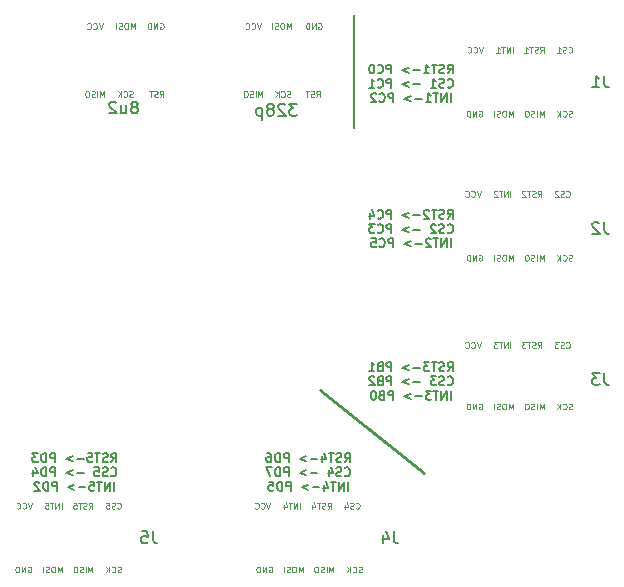
<source format=gbr>
G04 #@! TF.GenerationSoftware,KiCad,Pcbnew,8.0.6-8.0.6-0~ubuntu24.04.1*
G04 #@! TF.CreationDate,2024-11-11T15:02:52+01:00*
G04 #@! TF.ProjectId,PicoMother,5069636f-4d6f-4746-9865-722e6b696361,1*
G04 #@! TF.SameCoordinates,Original*
G04 #@! TF.FileFunction,Legend,Bot*
G04 #@! TF.FilePolarity,Positive*
%FSLAX46Y46*%
G04 Gerber Fmt 4.6, Leading zero omitted, Abs format (unit mm)*
G04 Created by KiCad (PCBNEW 8.0.6-8.0.6-0~ubuntu24.04.1) date 2024-11-11 15:02:52*
%MOMM*%
%LPD*%
G01*
G04 APERTURE LIST*
%ADD10C,0.250000*%
%ADD11C,0.200000*%
%ADD12C,0.150000*%
%ADD13C,0.100000*%
G04 APERTURE END LIST*
D10*
X145100000Y-109500000D02*
X153900000Y-116500000D01*
D11*
X148000000Y-77700000D02*
X148000000Y-87300000D01*
D12*
X155889286Y-107885498D02*
X156139286Y-107528355D01*
X156317857Y-107885498D02*
X156317857Y-107135498D01*
X156317857Y-107135498D02*
X156032143Y-107135498D01*
X156032143Y-107135498D02*
X155960714Y-107171212D01*
X155960714Y-107171212D02*
X155925000Y-107206926D01*
X155925000Y-107206926D02*
X155889286Y-107278355D01*
X155889286Y-107278355D02*
X155889286Y-107385498D01*
X155889286Y-107385498D02*
X155925000Y-107456926D01*
X155925000Y-107456926D02*
X155960714Y-107492641D01*
X155960714Y-107492641D02*
X156032143Y-107528355D01*
X156032143Y-107528355D02*
X156317857Y-107528355D01*
X155603571Y-107849784D02*
X155496429Y-107885498D01*
X155496429Y-107885498D02*
X155317857Y-107885498D01*
X155317857Y-107885498D02*
X155246429Y-107849784D01*
X155246429Y-107849784D02*
X155210714Y-107814069D01*
X155210714Y-107814069D02*
X155175000Y-107742641D01*
X155175000Y-107742641D02*
X155175000Y-107671212D01*
X155175000Y-107671212D02*
X155210714Y-107599784D01*
X155210714Y-107599784D02*
X155246429Y-107564069D01*
X155246429Y-107564069D02*
X155317857Y-107528355D01*
X155317857Y-107528355D02*
X155460714Y-107492641D01*
X155460714Y-107492641D02*
X155532143Y-107456926D01*
X155532143Y-107456926D02*
X155567857Y-107421212D01*
X155567857Y-107421212D02*
X155603571Y-107349784D01*
X155603571Y-107349784D02*
X155603571Y-107278355D01*
X155603571Y-107278355D02*
X155567857Y-107206926D01*
X155567857Y-107206926D02*
X155532143Y-107171212D01*
X155532143Y-107171212D02*
X155460714Y-107135498D01*
X155460714Y-107135498D02*
X155282143Y-107135498D01*
X155282143Y-107135498D02*
X155175000Y-107171212D01*
X154960714Y-107135498D02*
X154532143Y-107135498D01*
X154746428Y-107885498D02*
X154746428Y-107135498D01*
X154353571Y-107135498D02*
X153889285Y-107135498D01*
X153889285Y-107135498D02*
X154139285Y-107421212D01*
X154139285Y-107421212D02*
X154032142Y-107421212D01*
X154032142Y-107421212D02*
X153960714Y-107456926D01*
X153960714Y-107456926D02*
X153924999Y-107492641D01*
X153924999Y-107492641D02*
X153889285Y-107564069D01*
X153889285Y-107564069D02*
X153889285Y-107742641D01*
X153889285Y-107742641D02*
X153924999Y-107814069D01*
X153924999Y-107814069D02*
X153960714Y-107849784D01*
X153960714Y-107849784D02*
X154032142Y-107885498D01*
X154032142Y-107885498D02*
X154246428Y-107885498D01*
X154246428Y-107885498D02*
X154317856Y-107849784D01*
X154317856Y-107849784D02*
X154353571Y-107814069D01*
X153567856Y-107599784D02*
X152996428Y-107599784D01*
X152639285Y-107385498D02*
X152067857Y-107599784D01*
X152067857Y-107599784D02*
X152639285Y-107814069D01*
X151139285Y-107885498D02*
X151139285Y-107135498D01*
X151139285Y-107135498D02*
X150853571Y-107135498D01*
X150853571Y-107135498D02*
X150782142Y-107171212D01*
X150782142Y-107171212D02*
X150746428Y-107206926D01*
X150746428Y-107206926D02*
X150710714Y-107278355D01*
X150710714Y-107278355D02*
X150710714Y-107385498D01*
X150710714Y-107385498D02*
X150746428Y-107456926D01*
X150746428Y-107456926D02*
X150782142Y-107492641D01*
X150782142Y-107492641D02*
X150853571Y-107528355D01*
X150853571Y-107528355D02*
X151139285Y-107528355D01*
X150139285Y-107492641D02*
X150032142Y-107528355D01*
X150032142Y-107528355D02*
X149996428Y-107564069D01*
X149996428Y-107564069D02*
X149960714Y-107635498D01*
X149960714Y-107635498D02*
X149960714Y-107742641D01*
X149960714Y-107742641D02*
X149996428Y-107814069D01*
X149996428Y-107814069D02*
X150032142Y-107849784D01*
X150032142Y-107849784D02*
X150103571Y-107885498D01*
X150103571Y-107885498D02*
X150389285Y-107885498D01*
X150389285Y-107885498D02*
X150389285Y-107135498D01*
X150389285Y-107135498D02*
X150139285Y-107135498D01*
X150139285Y-107135498D02*
X150067857Y-107171212D01*
X150067857Y-107171212D02*
X150032142Y-107206926D01*
X150032142Y-107206926D02*
X149996428Y-107278355D01*
X149996428Y-107278355D02*
X149996428Y-107349784D01*
X149996428Y-107349784D02*
X150032142Y-107421212D01*
X150032142Y-107421212D02*
X150067857Y-107456926D01*
X150067857Y-107456926D02*
X150139285Y-107492641D01*
X150139285Y-107492641D02*
X150389285Y-107492641D01*
X149246428Y-107885498D02*
X149674999Y-107885498D01*
X149460714Y-107885498D02*
X149460714Y-107135498D01*
X149460714Y-107135498D02*
X149532142Y-107242641D01*
X149532142Y-107242641D02*
X149603571Y-107314069D01*
X149603571Y-107314069D02*
X149674999Y-107349784D01*
X155889286Y-109021527D02*
X155925000Y-109057242D01*
X155925000Y-109057242D02*
X156032143Y-109092956D01*
X156032143Y-109092956D02*
X156103571Y-109092956D01*
X156103571Y-109092956D02*
X156210714Y-109057242D01*
X156210714Y-109057242D02*
X156282143Y-108985813D01*
X156282143Y-108985813D02*
X156317857Y-108914384D01*
X156317857Y-108914384D02*
X156353571Y-108771527D01*
X156353571Y-108771527D02*
X156353571Y-108664384D01*
X156353571Y-108664384D02*
X156317857Y-108521527D01*
X156317857Y-108521527D02*
X156282143Y-108450099D01*
X156282143Y-108450099D02*
X156210714Y-108378670D01*
X156210714Y-108378670D02*
X156103571Y-108342956D01*
X156103571Y-108342956D02*
X156032143Y-108342956D01*
X156032143Y-108342956D02*
X155925000Y-108378670D01*
X155925000Y-108378670D02*
X155889286Y-108414384D01*
X155603571Y-109057242D02*
X155496429Y-109092956D01*
X155496429Y-109092956D02*
X155317857Y-109092956D01*
X155317857Y-109092956D02*
X155246429Y-109057242D01*
X155246429Y-109057242D02*
X155210714Y-109021527D01*
X155210714Y-109021527D02*
X155175000Y-108950099D01*
X155175000Y-108950099D02*
X155175000Y-108878670D01*
X155175000Y-108878670D02*
X155210714Y-108807242D01*
X155210714Y-108807242D02*
X155246429Y-108771527D01*
X155246429Y-108771527D02*
X155317857Y-108735813D01*
X155317857Y-108735813D02*
X155460714Y-108700099D01*
X155460714Y-108700099D02*
X155532143Y-108664384D01*
X155532143Y-108664384D02*
X155567857Y-108628670D01*
X155567857Y-108628670D02*
X155603571Y-108557242D01*
X155603571Y-108557242D02*
X155603571Y-108485813D01*
X155603571Y-108485813D02*
X155567857Y-108414384D01*
X155567857Y-108414384D02*
X155532143Y-108378670D01*
X155532143Y-108378670D02*
X155460714Y-108342956D01*
X155460714Y-108342956D02*
X155282143Y-108342956D01*
X155282143Y-108342956D02*
X155175000Y-108378670D01*
X154925000Y-108342956D02*
X154460714Y-108342956D01*
X154460714Y-108342956D02*
X154710714Y-108628670D01*
X154710714Y-108628670D02*
X154603571Y-108628670D01*
X154603571Y-108628670D02*
X154532143Y-108664384D01*
X154532143Y-108664384D02*
X154496428Y-108700099D01*
X154496428Y-108700099D02*
X154460714Y-108771527D01*
X154460714Y-108771527D02*
X154460714Y-108950099D01*
X154460714Y-108950099D02*
X154496428Y-109021527D01*
X154496428Y-109021527D02*
X154532143Y-109057242D01*
X154532143Y-109057242D02*
X154603571Y-109092956D01*
X154603571Y-109092956D02*
X154817857Y-109092956D01*
X154817857Y-109092956D02*
X154889285Y-109057242D01*
X154889285Y-109057242D02*
X154925000Y-109021527D01*
X153567856Y-108807242D02*
X152996428Y-108807242D01*
X152639285Y-108592956D02*
X152067857Y-108807242D01*
X152067857Y-108807242D02*
X152639285Y-109021527D01*
X151139285Y-109092956D02*
X151139285Y-108342956D01*
X151139285Y-108342956D02*
X150853571Y-108342956D01*
X150853571Y-108342956D02*
X150782142Y-108378670D01*
X150782142Y-108378670D02*
X150746428Y-108414384D01*
X150746428Y-108414384D02*
X150710714Y-108485813D01*
X150710714Y-108485813D02*
X150710714Y-108592956D01*
X150710714Y-108592956D02*
X150746428Y-108664384D01*
X150746428Y-108664384D02*
X150782142Y-108700099D01*
X150782142Y-108700099D02*
X150853571Y-108735813D01*
X150853571Y-108735813D02*
X151139285Y-108735813D01*
X150139285Y-108700099D02*
X150032142Y-108735813D01*
X150032142Y-108735813D02*
X149996428Y-108771527D01*
X149996428Y-108771527D02*
X149960714Y-108842956D01*
X149960714Y-108842956D02*
X149960714Y-108950099D01*
X149960714Y-108950099D02*
X149996428Y-109021527D01*
X149996428Y-109021527D02*
X150032142Y-109057242D01*
X150032142Y-109057242D02*
X150103571Y-109092956D01*
X150103571Y-109092956D02*
X150389285Y-109092956D01*
X150389285Y-109092956D02*
X150389285Y-108342956D01*
X150389285Y-108342956D02*
X150139285Y-108342956D01*
X150139285Y-108342956D02*
X150067857Y-108378670D01*
X150067857Y-108378670D02*
X150032142Y-108414384D01*
X150032142Y-108414384D02*
X149996428Y-108485813D01*
X149996428Y-108485813D02*
X149996428Y-108557242D01*
X149996428Y-108557242D02*
X150032142Y-108628670D01*
X150032142Y-108628670D02*
X150067857Y-108664384D01*
X150067857Y-108664384D02*
X150139285Y-108700099D01*
X150139285Y-108700099D02*
X150389285Y-108700099D01*
X149674999Y-108414384D02*
X149639285Y-108378670D01*
X149639285Y-108378670D02*
X149567857Y-108342956D01*
X149567857Y-108342956D02*
X149389285Y-108342956D01*
X149389285Y-108342956D02*
X149317857Y-108378670D01*
X149317857Y-108378670D02*
X149282142Y-108414384D01*
X149282142Y-108414384D02*
X149246428Y-108485813D01*
X149246428Y-108485813D02*
X149246428Y-108557242D01*
X149246428Y-108557242D02*
X149282142Y-108664384D01*
X149282142Y-108664384D02*
X149710714Y-109092956D01*
X149710714Y-109092956D02*
X149246428Y-109092956D01*
X156157142Y-110300414D02*
X156157142Y-109550414D01*
X155799999Y-110300414D02*
X155799999Y-109550414D01*
X155799999Y-109550414D02*
X155371428Y-110300414D01*
X155371428Y-110300414D02*
X155371428Y-109550414D01*
X155121428Y-109550414D02*
X154692857Y-109550414D01*
X154907142Y-110300414D02*
X154907142Y-109550414D01*
X154514285Y-109550414D02*
X154049999Y-109550414D01*
X154049999Y-109550414D02*
X154299999Y-109836128D01*
X154299999Y-109836128D02*
X154192856Y-109836128D01*
X154192856Y-109836128D02*
X154121428Y-109871842D01*
X154121428Y-109871842D02*
X154085713Y-109907557D01*
X154085713Y-109907557D02*
X154049999Y-109978985D01*
X154049999Y-109978985D02*
X154049999Y-110157557D01*
X154049999Y-110157557D02*
X154085713Y-110228985D01*
X154085713Y-110228985D02*
X154121428Y-110264700D01*
X154121428Y-110264700D02*
X154192856Y-110300414D01*
X154192856Y-110300414D02*
X154407142Y-110300414D01*
X154407142Y-110300414D02*
X154478570Y-110264700D01*
X154478570Y-110264700D02*
X154514285Y-110228985D01*
X153728570Y-110014700D02*
X153157142Y-110014700D01*
X152799999Y-109800414D02*
X152228571Y-110014700D01*
X152228571Y-110014700D02*
X152799999Y-110228985D01*
X151299999Y-110300414D02*
X151299999Y-109550414D01*
X151299999Y-109550414D02*
X151014285Y-109550414D01*
X151014285Y-109550414D02*
X150942856Y-109586128D01*
X150942856Y-109586128D02*
X150907142Y-109621842D01*
X150907142Y-109621842D02*
X150871428Y-109693271D01*
X150871428Y-109693271D02*
X150871428Y-109800414D01*
X150871428Y-109800414D02*
X150907142Y-109871842D01*
X150907142Y-109871842D02*
X150942856Y-109907557D01*
X150942856Y-109907557D02*
X151014285Y-109943271D01*
X151014285Y-109943271D02*
X151299999Y-109943271D01*
X150299999Y-109907557D02*
X150192856Y-109943271D01*
X150192856Y-109943271D02*
X150157142Y-109978985D01*
X150157142Y-109978985D02*
X150121428Y-110050414D01*
X150121428Y-110050414D02*
X150121428Y-110157557D01*
X150121428Y-110157557D02*
X150157142Y-110228985D01*
X150157142Y-110228985D02*
X150192856Y-110264700D01*
X150192856Y-110264700D02*
X150264285Y-110300414D01*
X150264285Y-110300414D02*
X150549999Y-110300414D01*
X150549999Y-110300414D02*
X150549999Y-109550414D01*
X150549999Y-109550414D02*
X150299999Y-109550414D01*
X150299999Y-109550414D02*
X150228571Y-109586128D01*
X150228571Y-109586128D02*
X150192856Y-109621842D01*
X150192856Y-109621842D02*
X150157142Y-109693271D01*
X150157142Y-109693271D02*
X150157142Y-109764700D01*
X150157142Y-109764700D02*
X150192856Y-109836128D01*
X150192856Y-109836128D02*
X150228571Y-109871842D01*
X150228571Y-109871842D02*
X150299999Y-109907557D01*
X150299999Y-109907557D02*
X150549999Y-109907557D01*
X149657142Y-109550414D02*
X149585713Y-109550414D01*
X149585713Y-109550414D02*
X149514285Y-109586128D01*
X149514285Y-109586128D02*
X149478571Y-109621842D01*
X149478571Y-109621842D02*
X149442856Y-109693271D01*
X149442856Y-109693271D02*
X149407142Y-109836128D01*
X149407142Y-109836128D02*
X149407142Y-110014700D01*
X149407142Y-110014700D02*
X149442856Y-110157557D01*
X149442856Y-110157557D02*
X149478571Y-110228985D01*
X149478571Y-110228985D02*
X149514285Y-110264700D01*
X149514285Y-110264700D02*
X149585713Y-110300414D01*
X149585713Y-110300414D02*
X149657142Y-110300414D01*
X149657142Y-110300414D02*
X149728571Y-110264700D01*
X149728571Y-110264700D02*
X149764285Y-110228985D01*
X149764285Y-110228985D02*
X149799999Y-110157557D01*
X149799999Y-110157557D02*
X149835713Y-110014700D01*
X149835713Y-110014700D02*
X149835713Y-109836128D01*
X149835713Y-109836128D02*
X149799999Y-109693271D01*
X149799999Y-109693271D02*
X149764285Y-109621842D01*
X149764285Y-109621842D02*
X149728571Y-109586128D01*
X149728571Y-109586128D02*
X149657142Y-109550414D01*
D13*
X164015163Y-98533609D02*
X164015163Y-98033609D01*
X164015163Y-98033609D02*
X163848496Y-98390752D01*
X163848496Y-98390752D02*
X163681830Y-98033609D01*
X163681830Y-98033609D02*
X163681830Y-98533609D01*
X163443734Y-98533609D02*
X163443734Y-98033609D01*
X163229448Y-98509800D02*
X163158020Y-98533609D01*
X163158020Y-98533609D02*
X163038972Y-98533609D01*
X163038972Y-98533609D02*
X162991353Y-98509800D01*
X162991353Y-98509800D02*
X162967544Y-98485990D01*
X162967544Y-98485990D02*
X162943734Y-98438371D01*
X162943734Y-98438371D02*
X162943734Y-98390752D01*
X162943734Y-98390752D02*
X162967544Y-98343133D01*
X162967544Y-98343133D02*
X162991353Y-98319323D01*
X162991353Y-98319323D02*
X163038972Y-98295514D01*
X163038972Y-98295514D02*
X163134210Y-98271704D01*
X163134210Y-98271704D02*
X163181829Y-98247895D01*
X163181829Y-98247895D02*
X163205639Y-98224085D01*
X163205639Y-98224085D02*
X163229448Y-98176466D01*
X163229448Y-98176466D02*
X163229448Y-98128847D01*
X163229448Y-98128847D02*
X163205639Y-98081228D01*
X163205639Y-98081228D02*
X163181829Y-98057419D01*
X163181829Y-98057419D02*
X163134210Y-98033609D01*
X163134210Y-98033609D02*
X163015163Y-98033609D01*
X163015163Y-98033609D02*
X162943734Y-98057419D01*
X162634211Y-98033609D02*
X162538973Y-98033609D01*
X162538973Y-98033609D02*
X162491354Y-98057419D01*
X162491354Y-98057419D02*
X162443735Y-98105038D01*
X162443735Y-98105038D02*
X162419925Y-98200276D01*
X162419925Y-98200276D02*
X162419925Y-98366942D01*
X162419925Y-98366942D02*
X162443735Y-98462180D01*
X162443735Y-98462180D02*
X162491354Y-98509800D01*
X162491354Y-98509800D02*
X162538973Y-98533609D01*
X162538973Y-98533609D02*
X162634211Y-98533609D01*
X162634211Y-98533609D02*
X162681830Y-98509800D01*
X162681830Y-98509800D02*
X162729449Y-98462180D01*
X162729449Y-98462180D02*
X162753258Y-98366942D01*
X162753258Y-98366942D02*
X162753258Y-98200276D01*
X162753258Y-98200276D02*
X162729449Y-98105038D01*
X162729449Y-98105038D02*
X162681830Y-98057419D01*
X162681830Y-98057419D02*
X162634211Y-98033609D01*
X158553258Y-85857419D02*
X158600877Y-85833609D01*
X158600877Y-85833609D02*
X158672306Y-85833609D01*
X158672306Y-85833609D02*
X158743734Y-85857419D01*
X158743734Y-85857419D02*
X158791353Y-85905038D01*
X158791353Y-85905038D02*
X158815163Y-85952657D01*
X158815163Y-85952657D02*
X158838972Y-86047895D01*
X158838972Y-86047895D02*
X158838972Y-86119323D01*
X158838972Y-86119323D02*
X158815163Y-86214561D01*
X158815163Y-86214561D02*
X158791353Y-86262180D01*
X158791353Y-86262180D02*
X158743734Y-86309800D01*
X158743734Y-86309800D02*
X158672306Y-86333609D01*
X158672306Y-86333609D02*
X158624687Y-86333609D01*
X158624687Y-86333609D02*
X158553258Y-86309800D01*
X158553258Y-86309800D02*
X158529449Y-86285990D01*
X158529449Y-86285990D02*
X158529449Y-86119323D01*
X158529449Y-86119323D02*
X158624687Y-86119323D01*
X158315163Y-86333609D02*
X158315163Y-85833609D01*
X158315163Y-85833609D02*
X158029449Y-86333609D01*
X158029449Y-86333609D02*
X158029449Y-85833609D01*
X157791353Y-86333609D02*
X157791353Y-85833609D01*
X157791353Y-85833609D02*
X157672305Y-85833609D01*
X157672305Y-85833609D02*
X157600877Y-85857419D01*
X157600877Y-85857419D02*
X157553258Y-85905038D01*
X157553258Y-85905038D02*
X157529448Y-85952657D01*
X157529448Y-85952657D02*
X157505639Y-86047895D01*
X157505639Y-86047895D02*
X157505639Y-86119323D01*
X157505639Y-86119323D02*
X157529448Y-86214561D01*
X157529448Y-86214561D02*
X157553258Y-86262180D01*
X157553258Y-86262180D02*
X157600877Y-86309800D01*
X157600877Y-86309800D02*
X157672305Y-86333609D01*
X157672305Y-86333609D02*
X157791353Y-86333609D01*
D12*
X147189286Y-115585498D02*
X147439286Y-115228355D01*
X147617857Y-115585498D02*
X147617857Y-114835498D01*
X147617857Y-114835498D02*
X147332143Y-114835498D01*
X147332143Y-114835498D02*
X147260714Y-114871212D01*
X147260714Y-114871212D02*
X147225000Y-114906926D01*
X147225000Y-114906926D02*
X147189286Y-114978355D01*
X147189286Y-114978355D02*
X147189286Y-115085498D01*
X147189286Y-115085498D02*
X147225000Y-115156926D01*
X147225000Y-115156926D02*
X147260714Y-115192641D01*
X147260714Y-115192641D02*
X147332143Y-115228355D01*
X147332143Y-115228355D02*
X147617857Y-115228355D01*
X146903571Y-115549784D02*
X146796429Y-115585498D01*
X146796429Y-115585498D02*
X146617857Y-115585498D01*
X146617857Y-115585498D02*
X146546429Y-115549784D01*
X146546429Y-115549784D02*
X146510714Y-115514069D01*
X146510714Y-115514069D02*
X146475000Y-115442641D01*
X146475000Y-115442641D02*
X146475000Y-115371212D01*
X146475000Y-115371212D02*
X146510714Y-115299784D01*
X146510714Y-115299784D02*
X146546429Y-115264069D01*
X146546429Y-115264069D02*
X146617857Y-115228355D01*
X146617857Y-115228355D02*
X146760714Y-115192641D01*
X146760714Y-115192641D02*
X146832143Y-115156926D01*
X146832143Y-115156926D02*
X146867857Y-115121212D01*
X146867857Y-115121212D02*
X146903571Y-115049784D01*
X146903571Y-115049784D02*
X146903571Y-114978355D01*
X146903571Y-114978355D02*
X146867857Y-114906926D01*
X146867857Y-114906926D02*
X146832143Y-114871212D01*
X146832143Y-114871212D02*
X146760714Y-114835498D01*
X146760714Y-114835498D02*
X146582143Y-114835498D01*
X146582143Y-114835498D02*
X146475000Y-114871212D01*
X146260714Y-114835498D02*
X145832143Y-114835498D01*
X146046428Y-115585498D02*
X146046428Y-114835498D01*
X145260714Y-115085498D02*
X145260714Y-115585498D01*
X145439285Y-114799784D02*
X145617856Y-115335498D01*
X145617856Y-115335498D02*
X145153571Y-115335498D01*
X144867856Y-115299784D02*
X144296428Y-115299784D01*
X143939285Y-115085498D02*
X143367857Y-115299784D01*
X143367857Y-115299784D02*
X143939285Y-115514069D01*
X142439285Y-115585498D02*
X142439285Y-114835498D01*
X142439285Y-114835498D02*
X142153571Y-114835498D01*
X142153571Y-114835498D02*
X142082142Y-114871212D01*
X142082142Y-114871212D02*
X142046428Y-114906926D01*
X142046428Y-114906926D02*
X142010714Y-114978355D01*
X142010714Y-114978355D02*
X142010714Y-115085498D01*
X142010714Y-115085498D02*
X142046428Y-115156926D01*
X142046428Y-115156926D02*
X142082142Y-115192641D01*
X142082142Y-115192641D02*
X142153571Y-115228355D01*
X142153571Y-115228355D02*
X142439285Y-115228355D01*
X141689285Y-115585498D02*
X141689285Y-114835498D01*
X141689285Y-114835498D02*
X141510714Y-114835498D01*
X141510714Y-114835498D02*
X141403571Y-114871212D01*
X141403571Y-114871212D02*
X141332142Y-114942641D01*
X141332142Y-114942641D02*
X141296428Y-115014069D01*
X141296428Y-115014069D02*
X141260714Y-115156926D01*
X141260714Y-115156926D02*
X141260714Y-115264069D01*
X141260714Y-115264069D02*
X141296428Y-115406926D01*
X141296428Y-115406926D02*
X141332142Y-115478355D01*
X141332142Y-115478355D02*
X141403571Y-115549784D01*
X141403571Y-115549784D02*
X141510714Y-115585498D01*
X141510714Y-115585498D02*
X141689285Y-115585498D01*
X140617857Y-114835498D02*
X140760714Y-114835498D01*
X140760714Y-114835498D02*
X140832142Y-114871212D01*
X140832142Y-114871212D02*
X140867857Y-114906926D01*
X140867857Y-114906926D02*
X140939285Y-115014069D01*
X140939285Y-115014069D02*
X140974999Y-115156926D01*
X140974999Y-115156926D02*
X140974999Y-115442641D01*
X140974999Y-115442641D02*
X140939285Y-115514069D01*
X140939285Y-115514069D02*
X140903571Y-115549784D01*
X140903571Y-115549784D02*
X140832142Y-115585498D01*
X140832142Y-115585498D02*
X140689285Y-115585498D01*
X140689285Y-115585498D02*
X140617857Y-115549784D01*
X140617857Y-115549784D02*
X140582142Y-115514069D01*
X140582142Y-115514069D02*
X140546428Y-115442641D01*
X140546428Y-115442641D02*
X140546428Y-115264069D01*
X140546428Y-115264069D02*
X140582142Y-115192641D01*
X140582142Y-115192641D02*
X140617857Y-115156926D01*
X140617857Y-115156926D02*
X140689285Y-115121212D01*
X140689285Y-115121212D02*
X140832142Y-115121212D01*
X140832142Y-115121212D02*
X140903571Y-115156926D01*
X140903571Y-115156926D02*
X140939285Y-115192641D01*
X140939285Y-115192641D02*
X140974999Y-115264069D01*
X147189286Y-116721527D02*
X147225000Y-116757242D01*
X147225000Y-116757242D02*
X147332143Y-116792956D01*
X147332143Y-116792956D02*
X147403571Y-116792956D01*
X147403571Y-116792956D02*
X147510714Y-116757242D01*
X147510714Y-116757242D02*
X147582143Y-116685813D01*
X147582143Y-116685813D02*
X147617857Y-116614384D01*
X147617857Y-116614384D02*
X147653571Y-116471527D01*
X147653571Y-116471527D02*
X147653571Y-116364384D01*
X147653571Y-116364384D02*
X147617857Y-116221527D01*
X147617857Y-116221527D02*
X147582143Y-116150099D01*
X147582143Y-116150099D02*
X147510714Y-116078670D01*
X147510714Y-116078670D02*
X147403571Y-116042956D01*
X147403571Y-116042956D02*
X147332143Y-116042956D01*
X147332143Y-116042956D02*
X147225000Y-116078670D01*
X147225000Y-116078670D02*
X147189286Y-116114384D01*
X146903571Y-116757242D02*
X146796429Y-116792956D01*
X146796429Y-116792956D02*
X146617857Y-116792956D01*
X146617857Y-116792956D02*
X146546429Y-116757242D01*
X146546429Y-116757242D02*
X146510714Y-116721527D01*
X146510714Y-116721527D02*
X146475000Y-116650099D01*
X146475000Y-116650099D02*
X146475000Y-116578670D01*
X146475000Y-116578670D02*
X146510714Y-116507242D01*
X146510714Y-116507242D02*
X146546429Y-116471527D01*
X146546429Y-116471527D02*
X146617857Y-116435813D01*
X146617857Y-116435813D02*
X146760714Y-116400099D01*
X146760714Y-116400099D02*
X146832143Y-116364384D01*
X146832143Y-116364384D02*
X146867857Y-116328670D01*
X146867857Y-116328670D02*
X146903571Y-116257242D01*
X146903571Y-116257242D02*
X146903571Y-116185813D01*
X146903571Y-116185813D02*
X146867857Y-116114384D01*
X146867857Y-116114384D02*
X146832143Y-116078670D01*
X146832143Y-116078670D02*
X146760714Y-116042956D01*
X146760714Y-116042956D02*
X146582143Y-116042956D01*
X146582143Y-116042956D02*
X146475000Y-116078670D01*
X145832143Y-116292956D02*
X145832143Y-116792956D01*
X146010714Y-116007242D02*
X146189285Y-116542956D01*
X146189285Y-116542956D02*
X145725000Y-116542956D01*
X144867856Y-116507242D02*
X144296428Y-116507242D01*
X143939285Y-116292956D02*
X143367857Y-116507242D01*
X143367857Y-116507242D02*
X143939285Y-116721527D01*
X142439285Y-116792956D02*
X142439285Y-116042956D01*
X142439285Y-116042956D02*
X142153571Y-116042956D01*
X142153571Y-116042956D02*
X142082142Y-116078670D01*
X142082142Y-116078670D02*
X142046428Y-116114384D01*
X142046428Y-116114384D02*
X142010714Y-116185813D01*
X142010714Y-116185813D02*
X142010714Y-116292956D01*
X142010714Y-116292956D02*
X142046428Y-116364384D01*
X142046428Y-116364384D02*
X142082142Y-116400099D01*
X142082142Y-116400099D02*
X142153571Y-116435813D01*
X142153571Y-116435813D02*
X142439285Y-116435813D01*
X141689285Y-116792956D02*
X141689285Y-116042956D01*
X141689285Y-116042956D02*
X141510714Y-116042956D01*
X141510714Y-116042956D02*
X141403571Y-116078670D01*
X141403571Y-116078670D02*
X141332142Y-116150099D01*
X141332142Y-116150099D02*
X141296428Y-116221527D01*
X141296428Y-116221527D02*
X141260714Y-116364384D01*
X141260714Y-116364384D02*
X141260714Y-116471527D01*
X141260714Y-116471527D02*
X141296428Y-116614384D01*
X141296428Y-116614384D02*
X141332142Y-116685813D01*
X141332142Y-116685813D02*
X141403571Y-116757242D01*
X141403571Y-116757242D02*
X141510714Y-116792956D01*
X141510714Y-116792956D02*
X141689285Y-116792956D01*
X141010714Y-116042956D02*
X140510714Y-116042956D01*
X140510714Y-116042956D02*
X140832142Y-116792956D01*
X147457142Y-118000414D02*
X147457142Y-117250414D01*
X147099999Y-118000414D02*
X147099999Y-117250414D01*
X147099999Y-117250414D02*
X146671428Y-118000414D01*
X146671428Y-118000414D02*
X146671428Y-117250414D01*
X146421428Y-117250414D02*
X145992857Y-117250414D01*
X146207142Y-118000414D02*
X146207142Y-117250414D01*
X145421428Y-117500414D02*
X145421428Y-118000414D01*
X145599999Y-117214700D02*
X145778570Y-117750414D01*
X145778570Y-117750414D02*
X145314285Y-117750414D01*
X145028570Y-117714700D02*
X144457142Y-117714700D01*
X144099999Y-117500414D02*
X143528571Y-117714700D01*
X143528571Y-117714700D02*
X144099999Y-117928985D01*
X142599999Y-118000414D02*
X142599999Y-117250414D01*
X142599999Y-117250414D02*
X142314285Y-117250414D01*
X142314285Y-117250414D02*
X142242856Y-117286128D01*
X142242856Y-117286128D02*
X142207142Y-117321842D01*
X142207142Y-117321842D02*
X142171428Y-117393271D01*
X142171428Y-117393271D02*
X142171428Y-117500414D01*
X142171428Y-117500414D02*
X142207142Y-117571842D01*
X142207142Y-117571842D02*
X142242856Y-117607557D01*
X142242856Y-117607557D02*
X142314285Y-117643271D01*
X142314285Y-117643271D02*
X142599999Y-117643271D01*
X141849999Y-118000414D02*
X141849999Y-117250414D01*
X141849999Y-117250414D02*
X141671428Y-117250414D01*
X141671428Y-117250414D02*
X141564285Y-117286128D01*
X141564285Y-117286128D02*
X141492856Y-117357557D01*
X141492856Y-117357557D02*
X141457142Y-117428985D01*
X141457142Y-117428985D02*
X141421428Y-117571842D01*
X141421428Y-117571842D02*
X141421428Y-117678985D01*
X141421428Y-117678985D02*
X141457142Y-117821842D01*
X141457142Y-117821842D02*
X141492856Y-117893271D01*
X141492856Y-117893271D02*
X141564285Y-117964700D01*
X141564285Y-117964700D02*
X141671428Y-118000414D01*
X141671428Y-118000414D02*
X141849999Y-118000414D01*
X140742856Y-117250414D02*
X141099999Y-117250414D01*
X141099999Y-117250414D02*
X141135713Y-117607557D01*
X141135713Y-117607557D02*
X141099999Y-117571842D01*
X141099999Y-117571842D02*
X141028571Y-117536128D01*
X141028571Y-117536128D02*
X140849999Y-117536128D01*
X140849999Y-117536128D02*
X140778571Y-117571842D01*
X140778571Y-117571842D02*
X140742856Y-117607557D01*
X140742856Y-117607557D02*
X140707142Y-117678985D01*
X140707142Y-117678985D02*
X140707142Y-117857557D01*
X140707142Y-117857557D02*
X140742856Y-117928985D01*
X140742856Y-117928985D02*
X140778571Y-117964700D01*
X140778571Y-117964700D02*
X140849999Y-118000414D01*
X140849999Y-118000414D02*
X141028571Y-118000414D01*
X141028571Y-118000414D02*
X141099999Y-117964700D01*
X141099999Y-117964700D02*
X141135713Y-117928985D01*
D13*
X158553258Y-110657419D02*
X158600877Y-110633609D01*
X158600877Y-110633609D02*
X158672306Y-110633609D01*
X158672306Y-110633609D02*
X158743734Y-110657419D01*
X158743734Y-110657419D02*
X158791353Y-110705038D01*
X158791353Y-110705038D02*
X158815163Y-110752657D01*
X158815163Y-110752657D02*
X158838972Y-110847895D01*
X158838972Y-110847895D02*
X158838972Y-110919323D01*
X158838972Y-110919323D02*
X158815163Y-111014561D01*
X158815163Y-111014561D02*
X158791353Y-111062180D01*
X158791353Y-111062180D02*
X158743734Y-111109800D01*
X158743734Y-111109800D02*
X158672306Y-111133609D01*
X158672306Y-111133609D02*
X158624687Y-111133609D01*
X158624687Y-111133609D02*
X158553258Y-111109800D01*
X158553258Y-111109800D02*
X158529449Y-111085990D01*
X158529449Y-111085990D02*
X158529449Y-110919323D01*
X158529449Y-110919323D02*
X158624687Y-110919323D01*
X158315163Y-111133609D02*
X158315163Y-110633609D01*
X158315163Y-110633609D02*
X158029449Y-111133609D01*
X158029449Y-111133609D02*
X158029449Y-110633609D01*
X157791353Y-111133609D02*
X157791353Y-110633609D01*
X157791353Y-110633609D02*
X157672305Y-110633609D01*
X157672305Y-110633609D02*
X157600877Y-110657419D01*
X157600877Y-110657419D02*
X157553258Y-110705038D01*
X157553258Y-110705038D02*
X157529448Y-110752657D01*
X157529448Y-110752657D02*
X157505639Y-110847895D01*
X157505639Y-110847895D02*
X157505639Y-110919323D01*
X157505639Y-110919323D02*
X157529448Y-111014561D01*
X157529448Y-111014561D02*
X157553258Y-111062180D01*
X157553258Y-111062180D02*
X157600877Y-111109800D01*
X157600877Y-111109800D02*
X157672305Y-111133609D01*
X157672305Y-111133609D02*
X157791353Y-111133609D01*
X158553258Y-98057419D02*
X158600877Y-98033609D01*
X158600877Y-98033609D02*
X158672306Y-98033609D01*
X158672306Y-98033609D02*
X158743734Y-98057419D01*
X158743734Y-98057419D02*
X158791353Y-98105038D01*
X158791353Y-98105038D02*
X158815163Y-98152657D01*
X158815163Y-98152657D02*
X158838972Y-98247895D01*
X158838972Y-98247895D02*
X158838972Y-98319323D01*
X158838972Y-98319323D02*
X158815163Y-98414561D01*
X158815163Y-98414561D02*
X158791353Y-98462180D01*
X158791353Y-98462180D02*
X158743734Y-98509800D01*
X158743734Y-98509800D02*
X158672306Y-98533609D01*
X158672306Y-98533609D02*
X158624687Y-98533609D01*
X158624687Y-98533609D02*
X158553258Y-98509800D01*
X158553258Y-98509800D02*
X158529449Y-98485990D01*
X158529449Y-98485990D02*
X158529449Y-98319323D01*
X158529449Y-98319323D02*
X158624687Y-98319323D01*
X158315163Y-98533609D02*
X158315163Y-98033609D01*
X158315163Y-98033609D02*
X158029449Y-98533609D01*
X158029449Y-98533609D02*
X158029449Y-98033609D01*
X157791353Y-98533609D02*
X157791353Y-98033609D01*
X157791353Y-98033609D02*
X157672305Y-98033609D01*
X157672305Y-98033609D02*
X157600877Y-98057419D01*
X157600877Y-98057419D02*
X157553258Y-98105038D01*
X157553258Y-98105038D02*
X157529448Y-98152657D01*
X157529448Y-98152657D02*
X157505639Y-98247895D01*
X157505639Y-98247895D02*
X157505639Y-98319323D01*
X157505639Y-98319323D02*
X157529448Y-98414561D01*
X157529448Y-98414561D02*
X157553258Y-98462180D01*
X157553258Y-98462180D02*
X157600877Y-98509800D01*
X157600877Y-98509800D02*
X157672305Y-98533609D01*
X157672305Y-98533609D02*
X157791353Y-98533609D01*
X165929449Y-93085990D02*
X165953258Y-93109800D01*
X165953258Y-93109800D02*
X166024687Y-93133609D01*
X166024687Y-93133609D02*
X166072306Y-93133609D01*
X166072306Y-93133609D02*
X166143734Y-93109800D01*
X166143734Y-93109800D02*
X166191353Y-93062180D01*
X166191353Y-93062180D02*
X166215163Y-93014561D01*
X166215163Y-93014561D02*
X166238972Y-92919323D01*
X166238972Y-92919323D02*
X166238972Y-92847895D01*
X166238972Y-92847895D02*
X166215163Y-92752657D01*
X166215163Y-92752657D02*
X166191353Y-92705038D01*
X166191353Y-92705038D02*
X166143734Y-92657419D01*
X166143734Y-92657419D02*
X166072306Y-92633609D01*
X166072306Y-92633609D02*
X166024687Y-92633609D01*
X166024687Y-92633609D02*
X165953258Y-92657419D01*
X165953258Y-92657419D02*
X165929449Y-92681228D01*
X165738972Y-93109800D02*
X165667544Y-93133609D01*
X165667544Y-93133609D02*
X165548496Y-93133609D01*
X165548496Y-93133609D02*
X165500877Y-93109800D01*
X165500877Y-93109800D02*
X165477068Y-93085990D01*
X165477068Y-93085990D02*
X165453258Y-93038371D01*
X165453258Y-93038371D02*
X165453258Y-92990752D01*
X165453258Y-92990752D02*
X165477068Y-92943133D01*
X165477068Y-92943133D02*
X165500877Y-92919323D01*
X165500877Y-92919323D02*
X165548496Y-92895514D01*
X165548496Y-92895514D02*
X165643734Y-92871704D01*
X165643734Y-92871704D02*
X165691353Y-92847895D01*
X165691353Y-92847895D02*
X165715163Y-92824085D01*
X165715163Y-92824085D02*
X165738972Y-92776466D01*
X165738972Y-92776466D02*
X165738972Y-92728847D01*
X165738972Y-92728847D02*
X165715163Y-92681228D01*
X165715163Y-92681228D02*
X165691353Y-92657419D01*
X165691353Y-92657419D02*
X165643734Y-92633609D01*
X165643734Y-92633609D02*
X165524687Y-92633609D01*
X165524687Y-92633609D02*
X165453258Y-92657419D01*
X165262782Y-92681228D02*
X165238973Y-92657419D01*
X165238973Y-92657419D02*
X165191354Y-92633609D01*
X165191354Y-92633609D02*
X165072306Y-92633609D01*
X165072306Y-92633609D02*
X165024687Y-92657419D01*
X165024687Y-92657419D02*
X165000878Y-92681228D01*
X165000878Y-92681228D02*
X164977068Y-92728847D01*
X164977068Y-92728847D02*
X164977068Y-92776466D01*
X164977068Y-92776466D02*
X165000878Y-92847895D01*
X165000878Y-92847895D02*
X165286592Y-93133609D01*
X165286592Y-93133609D02*
X164977068Y-93133609D01*
X161215163Y-93133609D02*
X161215163Y-92633609D01*
X160977068Y-93133609D02*
X160977068Y-92633609D01*
X160977068Y-92633609D02*
X160691354Y-93133609D01*
X160691354Y-93133609D02*
X160691354Y-92633609D01*
X160524686Y-92633609D02*
X160238972Y-92633609D01*
X160381829Y-93133609D02*
X160381829Y-92633609D01*
X160096115Y-92681228D02*
X160072306Y-92657419D01*
X160072306Y-92657419D02*
X160024687Y-92633609D01*
X160024687Y-92633609D02*
X159905639Y-92633609D01*
X159905639Y-92633609D02*
X159858020Y-92657419D01*
X159858020Y-92657419D02*
X159834211Y-92681228D01*
X159834211Y-92681228D02*
X159810401Y-92728847D01*
X159810401Y-92728847D02*
X159810401Y-92776466D01*
X159810401Y-92776466D02*
X159834211Y-92847895D01*
X159834211Y-92847895D02*
X160119925Y-93133609D01*
X160119925Y-93133609D02*
X159810401Y-93133609D01*
D11*
X129487469Y-85495790D02*
X129582707Y-85448171D01*
X129582707Y-85448171D02*
X129630326Y-85400552D01*
X129630326Y-85400552D02*
X129677945Y-85305314D01*
X129677945Y-85305314D02*
X129677945Y-85257695D01*
X129677945Y-85257695D02*
X129630326Y-85162457D01*
X129630326Y-85162457D02*
X129582707Y-85114838D01*
X129582707Y-85114838D02*
X129487469Y-85067219D01*
X129487469Y-85067219D02*
X129296993Y-85067219D01*
X129296993Y-85067219D02*
X129201755Y-85114838D01*
X129201755Y-85114838D02*
X129154136Y-85162457D01*
X129154136Y-85162457D02*
X129106517Y-85257695D01*
X129106517Y-85257695D02*
X129106517Y-85305314D01*
X129106517Y-85305314D02*
X129154136Y-85400552D01*
X129154136Y-85400552D02*
X129201755Y-85448171D01*
X129201755Y-85448171D02*
X129296993Y-85495790D01*
X129296993Y-85495790D02*
X129487469Y-85495790D01*
X129487469Y-85495790D02*
X129582707Y-85543409D01*
X129582707Y-85543409D02*
X129630326Y-85591028D01*
X129630326Y-85591028D02*
X129677945Y-85686266D01*
X129677945Y-85686266D02*
X129677945Y-85876742D01*
X129677945Y-85876742D02*
X129630326Y-85971980D01*
X129630326Y-85971980D02*
X129582707Y-86019600D01*
X129582707Y-86019600D02*
X129487469Y-86067219D01*
X129487469Y-86067219D02*
X129296993Y-86067219D01*
X129296993Y-86067219D02*
X129201755Y-86019600D01*
X129201755Y-86019600D02*
X129154136Y-85971980D01*
X129154136Y-85971980D02*
X129106517Y-85876742D01*
X129106517Y-85876742D02*
X129106517Y-85686266D01*
X129106517Y-85686266D02*
X129154136Y-85591028D01*
X129154136Y-85591028D02*
X129201755Y-85543409D01*
X129201755Y-85543409D02*
X129296993Y-85495790D01*
X128249374Y-85400552D02*
X128249374Y-86067219D01*
X128677945Y-85400552D02*
X128677945Y-85924361D01*
X128677945Y-85924361D02*
X128630326Y-86019600D01*
X128630326Y-86019600D02*
X128535088Y-86067219D01*
X128535088Y-86067219D02*
X128392231Y-86067219D01*
X128392231Y-86067219D02*
X128296993Y-86019600D01*
X128296993Y-86019600D02*
X128249374Y-85971980D01*
X127820802Y-85162457D02*
X127773183Y-85114838D01*
X127773183Y-85114838D02*
X127677945Y-85067219D01*
X127677945Y-85067219D02*
X127439850Y-85067219D01*
X127439850Y-85067219D02*
X127344612Y-85114838D01*
X127344612Y-85114838D02*
X127296993Y-85162457D01*
X127296993Y-85162457D02*
X127249374Y-85257695D01*
X127249374Y-85257695D02*
X127249374Y-85352933D01*
X127249374Y-85352933D02*
X127296993Y-85495790D01*
X127296993Y-85495790D02*
X127868421Y-86067219D01*
X127868421Y-86067219D02*
X127249374Y-86067219D01*
D13*
X164015163Y-111133609D02*
X164015163Y-110633609D01*
X164015163Y-110633609D02*
X163848496Y-110990752D01*
X163848496Y-110990752D02*
X163681830Y-110633609D01*
X163681830Y-110633609D02*
X163681830Y-111133609D01*
X163443734Y-111133609D02*
X163443734Y-110633609D01*
X163229448Y-111109800D02*
X163158020Y-111133609D01*
X163158020Y-111133609D02*
X163038972Y-111133609D01*
X163038972Y-111133609D02*
X162991353Y-111109800D01*
X162991353Y-111109800D02*
X162967544Y-111085990D01*
X162967544Y-111085990D02*
X162943734Y-111038371D01*
X162943734Y-111038371D02*
X162943734Y-110990752D01*
X162943734Y-110990752D02*
X162967544Y-110943133D01*
X162967544Y-110943133D02*
X162991353Y-110919323D01*
X162991353Y-110919323D02*
X163038972Y-110895514D01*
X163038972Y-110895514D02*
X163134210Y-110871704D01*
X163134210Y-110871704D02*
X163181829Y-110847895D01*
X163181829Y-110847895D02*
X163205639Y-110824085D01*
X163205639Y-110824085D02*
X163229448Y-110776466D01*
X163229448Y-110776466D02*
X163229448Y-110728847D01*
X163229448Y-110728847D02*
X163205639Y-110681228D01*
X163205639Y-110681228D02*
X163181829Y-110657419D01*
X163181829Y-110657419D02*
X163134210Y-110633609D01*
X163134210Y-110633609D02*
X163015163Y-110633609D01*
X163015163Y-110633609D02*
X162943734Y-110657419D01*
X162634211Y-110633609D02*
X162538973Y-110633609D01*
X162538973Y-110633609D02*
X162491354Y-110657419D01*
X162491354Y-110657419D02*
X162443735Y-110705038D01*
X162443735Y-110705038D02*
X162419925Y-110800276D01*
X162419925Y-110800276D02*
X162419925Y-110966942D01*
X162419925Y-110966942D02*
X162443735Y-111062180D01*
X162443735Y-111062180D02*
X162491354Y-111109800D01*
X162491354Y-111109800D02*
X162538973Y-111133609D01*
X162538973Y-111133609D02*
X162634211Y-111133609D01*
X162634211Y-111133609D02*
X162681830Y-111109800D01*
X162681830Y-111109800D02*
X162729449Y-111062180D01*
X162729449Y-111062180D02*
X162753258Y-110966942D01*
X162753258Y-110966942D02*
X162753258Y-110800276D01*
X162753258Y-110800276D02*
X162729449Y-110705038D01*
X162729449Y-110705038D02*
X162681830Y-110657419D01*
X162681830Y-110657419D02*
X162634211Y-110633609D01*
X131553258Y-78457419D02*
X131600877Y-78433609D01*
X131600877Y-78433609D02*
X131672306Y-78433609D01*
X131672306Y-78433609D02*
X131743734Y-78457419D01*
X131743734Y-78457419D02*
X131791353Y-78505038D01*
X131791353Y-78505038D02*
X131815163Y-78552657D01*
X131815163Y-78552657D02*
X131838972Y-78647895D01*
X131838972Y-78647895D02*
X131838972Y-78719323D01*
X131838972Y-78719323D02*
X131815163Y-78814561D01*
X131815163Y-78814561D02*
X131791353Y-78862180D01*
X131791353Y-78862180D02*
X131743734Y-78909800D01*
X131743734Y-78909800D02*
X131672306Y-78933609D01*
X131672306Y-78933609D02*
X131624687Y-78933609D01*
X131624687Y-78933609D02*
X131553258Y-78909800D01*
X131553258Y-78909800D02*
X131529449Y-78885990D01*
X131529449Y-78885990D02*
X131529449Y-78719323D01*
X131529449Y-78719323D02*
X131624687Y-78719323D01*
X131315163Y-78933609D02*
X131315163Y-78433609D01*
X131315163Y-78433609D02*
X131029449Y-78933609D01*
X131029449Y-78933609D02*
X131029449Y-78433609D01*
X130791353Y-78933609D02*
X130791353Y-78433609D01*
X130791353Y-78433609D02*
X130672305Y-78433609D01*
X130672305Y-78433609D02*
X130600877Y-78457419D01*
X130600877Y-78457419D02*
X130553258Y-78505038D01*
X130553258Y-78505038D02*
X130529448Y-78552657D01*
X130529448Y-78552657D02*
X130505639Y-78647895D01*
X130505639Y-78647895D02*
X130505639Y-78719323D01*
X130505639Y-78719323D02*
X130529448Y-78814561D01*
X130529448Y-78814561D02*
X130553258Y-78862180D01*
X130553258Y-78862180D02*
X130600877Y-78909800D01*
X130600877Y-78909800D02*
X130672305Y-78933609D01*
X130672305Y-78933609D02*
X130791353Y-78933609D01*
D11*
X169144612Y-82867219D02*
X169144612Y-83581504D01*
X169144612Y-83581504D02*
X169192231Y-83724361D01*
X169192231Y-83724361D02*
X169287469Y-83819600D01*
X169287469Y-83819600D02*
X169430326Y-83867219D01*
X169430326Y-83867219D02*
X169525564Y-83867219D01*
X168144612Y-83867219D02*
X168716040Y-83867219D01*
X168430326Y-83867219D02*
X168430326Y-82867219D01*
X168430326Y-82867219D02*
X168525564Y-83010076D01*
X168525564Y-83010076D02*
X168620802Y-83105314D01*
X168620802Y-83105314D02*
X168716040Y-83152933D01*
D13*
X128238972Y-124909800D02*
X128167544Y-124933609D01*
X128167544Y-124933609D02*
X128048496Y-124933609D01*
X128048496Y-124933609D02*
X128000877Y-124909800D01*
X128000877Y-124909800D02*
X127977068Y-124885990D01*
X127977068Y-124885990D02*
X127953258Y-124838371D01*
X127953258Y-124838371D02*
X127953258Y-124790752D01*
X127953258Y-124790752D02*
X127977068Y-124743133D01*
X127977068Y-124743133D02*
X128000877Y-124719323D01*
X128000877Y-124719323D02*
X128048496Y-124695514D01*
X128048496Y-124695514D02*
X128143734Y-124671704D01*
X128143734Y-124671704D02*
X128191353Y-124647895D01*
X128191353Y-124647895D02*
X128215163Y-124624085D01*
X128215163Y-124624085D02*
X128238972Y-124576466D01*
X128238972Y-124576466D02*
X128238972Y-124528847D01*
X128238972Y-124528847D02*
X128215163Y-124481228D01*
X128215163Y-124481228D02*
X128191353Y-124457419D01*
X128191353Y-124457419D02*
X128143734Y-124433609D01*
X128143734Y-124433609D02*
X128024687Y-124433609D01*
X128024687Y-124433609D02*
X127953258Y-124457419D01*
X127453259Y-124885990D02*
X127477068Y-124909800D01*
X127477068Y-124909800D02*
X127548497Y-124933609D01*
X127548497Y-124933609D02*
X127596116Y-124933609D01*
X127596116Y-124933609D02*
X127667544Y-124909800D01*
X127667544Y-124909800D02*
X127715163Y-124862180D01*
X127715163Y-124862180D02*
X127738973Y-124814561D01*
X127738973Y-124814561D02*
X127762782Y-124719323D01*
X127762782Y-124719323D02*
X127762782Y-124647895D01*
X127762782Y-124647895D02*
X127738973Y-124552657D01*
X127738973Y-124552657D02*
X127715163Y-124505038D01*
X127715163Y-124505038D02*
X127667544Y-124457419D01*
X127667544Y-124457419D02*
X127596116Y-124433609D01*
X127596116Y-124433609D02*
X127548497Y-124433609D01*
X127548497Y-124433609D02*
X127477068Y-124457419D01*
X127477068Y-124457419D02*
X127453259Y-124481228D01*
X127238973Y-124933609D02*
X127238973Y-124433609D01*
X126953259Y-124933609D02*
X127167544Y-124647895D01*
X126953259Y-124433609D02*
X127238973Y-124719323D01*
X161415163Y-98533609D02*
X161415163Y-98033609D01*
X161415163Y-98033609D02*
X161248496Y-98390752D01*
X161248496Y-98390752D02*
X161081830Y-98033609D01*
X161081830Y-98033609D02*
X161081830Y-98533609D01*
X160748496Y-98033609D02*
X160653258Y-98033609D01*
X160653258Y-98033609D02*
X160605639Y-98057419D01*
X160605639Y-98057419D02*
X160558020Y-98105038D01*
X160558020Y-98105038D02*
X160534210Y-98200276D01*
X160534210Y-98200276D02*
X160534210Y-98366942D01*
X160534210Y-98366942D02*
X160558020Y-98462180D01*
X160558020Y-98462180D02*
X160605639Y-98509800D01*
X160605639Y-98509800D02*
X160653258Y-98533609D01*
X160653258Y-98533609D02*
X160748496Y-98533609D01*
X160748496Y-98533609D02*
X160796115Y-98509800D01*
X160796115Y-98509800D02*
X160843734Y-98462180D01*
X160843734Y-98462180D02*
X160867543Y-98366942D01*
X160867543Y-98366942D02*
X160867543Y-98200276D01*
X160867543Y-98200276D02*
X160843734Y-98105038D01*
X160843734Y-98105038D02*
X160796115Y-98057419D01*
X160796115Y-98057419D02*
X160748496Y-98033609D01*
X160343733Y-98509800D02*
X160272305Y-98533609D01*
X160272305Y-98533609D02*
X160153257Y-98533609D01*
X160153257Y-98533609D02*
X160105638Y-98509800D01*
X160105638Y-98509800D02*
X160081829Y-98485990D01*
X160081829Y-98485990D02*
X160058019Y-98438371D01*
X160058019Y-98438371D02*
X160058019Y-98390752D01*
X160058019Y-98390752D02*
X160081829Y-98343133D01*
X160081829Y-98343133D02*
X160105638Y-98319323D01*
X160105638Y-98319323D02*
X160153257Y-98295514D01*
X160153257Y-98295514D02*
X160248495Y-98271704D01*
X160248495Y-98271704D02*
X160296114Y-98247895D01*
X160296114Y-98247895D02*
X160319924Y-98224085D01*
X160319924Y-98224085D02*
X160343733Y-98176466D01*
X160343733Y-98176466D02*
X160343733Y-98128847D01*
X160343733Y-98128847D02*
X160319924Y-98081228D01*
X160319924Y-98081228D02*
X160296114Y-98057419D01*
X160296114Y-98057419D02*
X160248495Y-98033609D01*
X160248495Y-98033609D02*
X160129448Y-98033609D01*
X160129448Y-98033609D02*
X160058019Y-98057419D01*
X159843734Y-98533609D02*
X159843734Y-98033609D01*
D12*
X155889286Y-82685498D02*
X156139286Y-82328355D01*
X156317857Y-82685498D02*
X156317857Y-81935498D01*
X156317857Y-81935498D02*
X156032143Y-81935498D01*
X156032143Y-81935498D02*
X155960714Y-81971212D01*
X155960714Y-81971212D02*
X155925000Y-82006926D01*
X155925000Y-82006926D02*
X155889286Y-82078355D01*
X155889286Y-82078355D02*
X155889286Y-82185498D01*
X155889286Y-82185498D02*
X155925000Y-82256926D01*
X155925000Y-82256926D02*
X155960714Y-82292641D01*
X155960714Y-82292641D02*
X156032143Y-82328355D01*
X156032143Y-82328355D02*
X156317857Y-82328355D01*
X155603571Y-82649784D02*
X155496429Y-82685498D01*
X155496429Y-82685498D02*
X155317857Y-82685498D01*
X155317857Y-82685498D02*
X155246429Y-82649784D01*
X155246429Y-82649784D02*
X155210714Y-82614069D01*
X155210714Y-82614069D02*
X155175000Y-82542641D01*
X155175000Y-82542641D02*
X155175000Y-82471212D01*
X155175000Y-82471212D02*
X155210714Y-82399784D01*
X155210714Y-82399784D02*
X155246429Y-82364069D01*
X155246429Y-82364069D02*
X155317857Y-82328355D01*
X155317857Y-82328355D02*
X155460714Y-82292641D01*
X155460714Y-82292641D02*
X155532143Y-82256926D01*
X155532143Y-82256926D02*
X155567857Y-82221212D01*
X155567857Y-82221212D02*
X155603571Y-82149784D01*
X155603571Y-82149784D02*
X155603571Y-82078355D01*
X155603571Y-82078355D02*
X155567857Y-82006926D01*
X155567857Y-82006926D02*
X155532143Y-81971212D01*
X155532143Y-81971212D02*
X155460714Y-81935498D01*
X155460714Y-81935498D02*
X155282143Y-81935498D01*
X155282143Y-81935498D02*
X155175000Y-81971212D01*
X154960714Y-81935498D02*
X154532143Y-81935498D01*
X154746428Y-82685498D02*
X154746428Y-81935498D01*
X153889285Y-82685498D02*
X154317856Y-82685498D01*
X154103571Y-82685498D02*
X154103571Y-81935498D01*
X154103571Y-81935498D02*
X154174999Y-82042641D01*
X154174999Y-82042641D02*
X154246428Y-82114069D01*
X154246428Y-82114069D02*
X154317856Y-82149784D01*
X153567856Y-82399784D02*
X152996428Y-82399784D01*
X152639285Y-82185498D02*
X152067857Y-82399784D01*
X152067857Y-82399784D02*
X152639285Y-82614069D01*
X151139285Y-82685498D02*
X151139285Y-81935498D01*
X151139285Y-81935498D02*
X150853571Y-81935498D01*
X150853571Y-81935498D02*
X150782142Y-81971212D01*
X150782142Y-81971212D02*
X150746428Y-82006926D01*
X150746428Y-82006926D02*
X150710714Y-82078355D01*
X150710714Y-82078355D02*
X150710714Y-82185498D01*
X150710714Y-82185498D02*
X150746428Y-82256926D01*
X150746428Y-82256926D02*
X150782142Y-82292641D01*
X150782142Y-82292641D02*
X150853571Y-82328355D01*
X150853571Y-82328355D02*
X151139285Y-82328355D01*
X149960714Y-82614069D02*
X149996428Y-82649784D01*
X149996428Y-82649784D02*
X150103571Y-82685498D01*
X150103571Y-82685498D02*
X150174999Y-82685498D01*
X150174999Y-82685498D02*
X150282142Y-82649784D01*
X150282142Y-82649784D02*
X150353571Y-82578355D01*
X150353571Y-82578355D02*
X150389285Y-82506926D01*
X150389285Y-82506926D02*
X150424999Y-82364069D01*
X150424999Y-82364069D02*
X150424999Y-82256926D01*
X150424999Y-82256926D02*
X150389285Y-82114069D01*
X150389285Y-82114069D02*
X150353571Y-82042641D01*
X150353571Y-82042641D02*
X150282142Y-81971212D01*
X150282142Y-81971212D02*
X150174999Y-81935498D01*
X150174999Y-81935498D02*
X150103571Y-81935498D01*
X150103571Y-81935498D02*
X149996428Y-81971212D01*
X149996428Y-81971212D02*
X149960714Y-82006926D01*
X149496428Y-81935498D02*
X149424999Y-81935498D01*
X149424999Y-81935498D02*
X149353571Y-81971212D01*
X149353571Y-81971212D02*
X149317857Y-82006926D01*
X149317857Y-82006926D02*
X149282142Y-82078355D01*
X149282142Y-82078355D02*
X149246428Y-82221212D01*
X149246428Y-82221212D02*
X149246428Y-82399784D01*
X149246428Y-82399784D02*
X149282142Y-82542641D01*
X149282142Y-82542641D02*
X149317857Y-82614069D01*
X149317857Y-82614069D02*
X149353571Y-82649784D01*
X149353571Y-82649784D02*
X149424999Y-82685498D01*
X149424999Y-82685498D02*
X149496428Y-82685498D01*
X149496428Y-82685498D02*
X149567857Y-82649784D01*
X149567857Y-82649784D02*
X149603571Y-82614069D01*
X149603571Y-82614069D02*
X149639285Y-82542641D01*
X149639285Y-82542641D02*
X149674999Y-82399784D01*
X149674999Y-82399784D02*
X149674999Y-82221212D01*
X149674999Y-82221212D02*
X149639285Y-82078355D01*
X149639285Y-82078355D02*
X149603571Y-82006926D01*
X149603571Y-82006926D02*
X149567857Y-81971212D01*
X149567857Y-81971212D02*
X149496428Y-81935498D01*
X155889286Y-83821527D02*
X155925000Y-83857242D01*
X155925000Y-83857242D02*
X156032143Y-83892956D01*
X156032143Y-83892956D02*
X156103571Y-83892956D01*
X156103571Y-83892956D02*
X156210714Y-83857242D01*
X156210714Y-83857242D02*
X156282143Y-83785813D01*
X156282143Y-83785813D02*
X156317857Y-83714384D01*
X156317857Y-83714384D02*
X156353571Y-83571527D01*
X156353571Y-83571527D02*
X156353571Y-83464384D01*
X156353571Y-83464384D02*
X156317857Y-83321527D01*
X156317857Y-83321527D02*
X156282143Y-83250099D01*
X156282143Y-83250099D02*
X156210714Y-83178670D01*
X156210714Y-83178670D02*
X156103571Y-83142956D01*
X156103571Y-83142956D02*
X156032143Y-83142956D01*
X156032143Y-83142956D02*
X155925000Y-83178670D01*
X155925000Y-83178670D02*
X155889286Y-83214384D01*
X155603571Y-83857242D02*
X155496429Y-83892956D01*
X155496429Y-83892956D02*
X155317857Y-83892956D01*
X155317857Y-83892956D02*
X155246429Y-83857242D01*
X155246429Y-83857242D02*
X155210714Y-83821527D01*
X155210714Y-83821527D02*
X155175000Y-83750099D01*
X155175000Y-83750099D02*
X155175000Y-83678670D01*
X155175000Y-83678670D02*
X155210714Y-83607242D01*
X155210714Y-83607242D02*
X155246429Y-83571527D01*
X155246429Y-83571527D02*
X155317857Y-83535813D01*
X155317857Y-83535813D02*
X155460714Y-83500099D01*
X155460714Y-83500099D02*
X155532143Y-83464384D01*
X155532143Y-83464384D02*
X155567857Y-83428670D01*
X155567857Y-83428670D02*
X155603571Y-83357242D01*
X155603571Y-83357242D02*
X155603571Y-83285813D01*
X155603571Y-83285813D02*
X155567857Y-83214384D01*
X155567857Y-83214384D02*
X155532143Y-83178670D01*
X155532143Y-83178670D02*
X155460714Y-83142956D01*
X155460714Y-83142956D02*
X155282143Y-83142956D01*
X155282143Y-83142956D02*
X155175000Y-83178670D01*
X154460714Y-83892956D02*
X154889285Y-83892956D01*
X154675000Y-83892956D02*
X154675000Y-83142956D01*
X154675000Y-83142956D02*
X154746428Y-83250099D01*
X154746428Y-83250099D02*
X154817857Y-83321527D01*
X154817857Y-83321527D02*
X154889285Y-83357242D01*
X153567856Y-83607242D02*
X152996428Y-83607242D01*
X152639285Y-83392956D02*
X152067857Y-83607242D01*
X152067857Y-83607242D02*
X152639285Y-83821527D01*
X151139285Y-83892956D02*
X151139285Y-83142956D01*
X151139285Y-83142956D02*
X150853571Y-83142956D01*
X150853571Y-83142956D02*
X150782142Y-83178670D01*
X150782142Y-83178670D02*
X150746428Y-83214384D01*
X150746428Y-83214384D02*
X150710714Y-83285813D01*
X150710714Y-83285813D02*
X150710714Y-83392956D01*
X150710714Y-83392956D02*
X150746428Y-83464384D01*
X150746428Y-83464384D02*
X150782142Y-83500099D01*
X150782142Y-83500099D02*
X150853571Y-83535813D01*
X150853571Y-83535813D02*
X151139285Y-83535813D01*
X149960714Y-83821527D02*
X149996428Y-83857242D01*
X149996428Y-83857242D02*
X150103571Y-83892956D01*
X150103571Y-83892956D02*
X150174999Y-83892956D01*
X150174999Y-83892956D02*
X150282142Y-83857242D01*
X150282142Y-83857242D02*
X150353571Y-83785813D01*
X150353571Y-83785813D02*
X150389285Y-83714384D01*
X150389285Y-83714384D02*
X150424999Y-83571527D01*
X150424999Y-83571527D02*
X150424999Y-83464384D01*
X150424999Y-83464384D02*
X150389285Y-83321527D01*
X150389285Y-83321527D02*
X150353571Y-83250099D01*
X150353571Y-83250099D02*
X150282142Y-83178670D01*
X150282142Y-83178670D02*
X150174999Y-83142956D01*
X150174999Y-83142956D02*
X150103571Y-83142956D01*
X150103571Y-83142956D02*
X149996428Y-83178670D01*
X149996428Y-83178670D02*
X149960714Y-83214384D01*
X149246428Y-83892956D02*
X149674999Y-83892956D01*
X149460714Y-83892956D02*
X149460714Y-83142956D01*
X149460714Y-83142956D02*
X149532142Y-83250099D01*
X149532142Y-83250099D02*
X149603571Y-83321527D01*
X149603571Y-83321527D02*
X149674999Y-83357242D01*
X156157142Y-85100414D02*
X156157142Y-84350414D01*
X155799999Y-85100414D02*
X155799999Y-84350414D01*
X155799999Y-84350414D02*
X155371428Y-85100414D01*
X155371428Y-85100414D02*
X155371428Y-84350414D01*
X155121428Y-84350414D02*
X154692857Y-84350414D01*
X154907142Y-85100414D02*
X154907142Y-84350414D01*
X154049999Y-85100414D02*
X154478570Y-85100414D01*
X154264285Y-85100414D02*
X154264285Y-84350414D01*
X154264285Y-84350414D02*
X154335713Y-84457557D01*
X154335713Y-84457557D02*
X154407142Y-84528985D01*
X154407142Y-84528985D02*
X154478570Y-84564700D01*
X153728570Y-84814700D02*
X153157142Y-84814700D01*
X152799999Y-84600414D02*
X152228571Y-84814700D01*
X152228571Y-84814700D02*
X152799999Y-85028985D01*
X151299999Y-85100414D02*
X151299999Y-84350414D01*
X151299999Y-84350414D02*
X151014285Y-84350414D01*
X151014285Y-84350414D02*
X150942856Y-84386128D01*
X150942856Y-84386128D02*
X150907142Y-84421842D01*
X150907142Y-84421842D02*
X150871428Y-84493271D01*
X150871428Y-84493271D02*
X150871428Y-84600414D01*
X150871428Y-84600414D02*
X150907142Y-84671842D01*
X150907142Y-84671842D02*
X150942856Y-84707557D01*
X150942856Y-84707557D02*
X151014285Y-84743271D01*
X151014285Y-84743271D02*
X151299999Y-84743271D01*
X150121428Y-85028985D02*
X150157142Y-85064700D01*
X150157142Y-85064700D02*
X150264285Y-85100414D01*
X150264285Y-85100414D02*
X150335713Y-85100414D01*
X150335713Y-85100414D02*
X150442856Y-85064700D01*
X150442856Y-85064700D02*
X150514285Y-84993271D01*
X150514285Y-84993271D02*
X150549999Y-84921842D01*
X150549999Y-84921842D02*
X150585713Y-84778985D01*
X150585713Y-84778985D02*
X150585713Y-84671842D01*
X150585713Y-84671842D02*
X150549999Y-84528985D01*
X150549999Y-84528985D02*
X150514285Y-84457557D01*
X150514285Y-84457557D02*
X150442856Y-84386128D01*
X150442856Y-84386128D02*
X150335713Y-84350414D01*
X150335713Y-84350414D02*
X150264285Y-84350414D01*
X150264285Y-84350414D02*
X150157142Y-84386128D01*
X150157142Y-84386128D02*
X150121428Y-84421842D01*
X149835713Y-84421842D02*
X149799999Y-84386128D01*
X149799999Y-84386128D02*
X149728571Y-84350414D01*
X149728571Y-84350414D02*
X149549999Y-84350414D01*
X149549999Y-84350414D02*
X149478571Y-84386128D01*
X149478571Y-84386128D02*
X149442856Y-84421842D01*
X149442856Y-84421842D02*
X149407142Y-84493271D01*
X149407142Y-84493271D02*
X149407142Y-84564700D01*
X149407142Y-84564700D02*
X149442856Y-84671842D01*
X149442856Y-84671842D02*
X149871428Y-85100414D01*
X149871428Y-85100414D02*
X149407142Y-85100414D01*
D13*
X166438972Y-111109800D02*
X166367544Y-111133609D01*
X166367544Y-111133609D02*
X166248496Y-111133609D01*
X166248496Y-111133609D02*
X166200877Y-111109800D01*
X166200877Y-111109800D02*
X166177068Y-111085990D01*
X166177068Y-111085990D02*
X166153258Y-111038371D01*
X166153258Y-111038371D02*
X166153258Y-110990752D01*
X166153258Y-110990752D02*
X166177068Y-110943133D01*
X166177068Y-110943133D02*
X166200877Y-110919323D01*
X166200877Y-110919323D02*
X166248496Y-110895514D01*
X166248496Y-110895514D02*
X166343734Y-110871704D01*
X166343734Y-110871704D02*
X166391353Y-110847895D01*
X166391353Y-110847895D02*
X166415163Y-110824085D01*
X166415163Y-110824085D02*
X166438972Y-110776466D01*
X166438972Y-110776466D02*
X166438972Y-110728847D01*
X166438972Y-110728847D02*
X166415163Y-110681228D01*
X166415163Y-110681228D02*
X166391353Y-110657419D01*
X166391353Y-110657419D02*
X166343734Y-110633609D01*
X166343734Y-110633609D02*
X166224687Y-110633609D01*
X166224687Y-110633609D02*
X166153258Y-110657419D01*
X165653259Y-111085990D02*
X165677068Y-111109800D01*
X165677068Y-111109800D02*
X165748497Y-111133609D01*
X165748497Y-111133609D02*
X165796116Y-111133609D01*
X165796116Y-111133609D02*
X165867544Y-111109800D01*
X165867544Y-111109800D02*
X165915163Y-111062180D01*
X165915163Y-111062180D02*
X165938973Y-111014561D01*
X165938973Y-111014561D02*
X165962782Y-110919323D01*
X165962782Y-110919323D02*
X165962782Y-110847895D01*
X165962782Y-110847895D02*
X165938973Y-110752657D01*
X165938973Y-110752657D02*
X165915163Y-110705038D01*
X165915163Y-110705038D02*
X165867544Y-110657419D01*
X165867544Y-110657419D02*
X165796116Y-110633609D01*
X165796116Y-110633609D02*
X165748497Y-110633609D01*
X165748497Y-110633609D02*
X165677068Y-110657419D01*
X165677068Y-110657419D02*
X165653259Y-110681228D01*
X165438973Y-111133609D02*
X165438973Y-110633609D01*
X165153259Y-111133609D02*
X165367544Y-110847895D01*
X165153259Y-110633609D02*
X165438973Y-110919323D01*
X129238972Y-84659800D02*
X129167544Y-84683609D01*
X129167544Y-84683609D02*
X129048496Y-84683609D01*
X129048496Y-84683609D02*
X129000877Y-84659800D01*
X129000877Y-84659800D02*
X128977068Y-84635990D01*
X128977068Y-84635990D02*
X128953258Y-84588371D01*
X128953258Y-84588371D02*
X128953258Y-84540752D01*
X128953258Y-84540752D02*
X128977068Y-84493133D01*
X128977068Y-84493133D02*
X129000877Y-84469323D01*
X129000877Y-84469323D02*
X129048496Y-84445514D01*
X129048496Y-84445514D02*
X129143734Y-84421704D01*
X129143734Y-84421704D02*
X129191353Y-84397895D01*
X129191353Y-84397895D02*
X129215163Y-84374085D01*
X129215163Y-84374085D02*
X129238972Y-84326466D01*
X129238972Y-84326466D02*
X129238972Y-84278847D01*
X129238972Y-84278847D02*
X129215163Y-84231228D01*
X129215163Y-84231228D02*
X129191353Y-84207419D01*
X129191353Y-84207419D02*
X129143734Y-84183609D01*
X129143734Y-84183609D02*
X129024687Y-84183609D01*
X129024687Y-84183609D02*
X128953258Y-84207419D01*
X128453259Y-84635990D02*
X128477068Y-84659800D01*
X128477068Y-84659800D02*
X128548497Y-84683609D01*
X128548497Y-84683609D02*
X128596116Y-84683609D01*
X128596116Y-84683609D02*
X128667544Y-84659800D01*
X128667544Y-84659800D02*
X128715163Y-84612180D01*
X128715163Y-84612180D02*
X128738973Y-84564561D01*
X128738973Y-84564561D02*
X128762782Y-84469323D01*
X128762782Y-84469323D02*
X128762782Y-84397895D01*
X128762782Y-84397895D02*
X128738973Y-84302657D01*
X128738973Y-84302657D02*
X128715163Y-84255038D01*
X128715163Y-84255038D02*
X128667544Y-84207419D01*
X128667544Y-84207419D02*
X128596116Y-84183609D01*
X128596116Y-84183609D02*
X128548497Y-84183609D01*
X128548497Y-84183609D02*
X128477068Y-84207419D01*
X128477068Y-84207419D02*
X128453259Y-84231228D01*
X128238973Y-84683609D02*
X128238973Y-84183609D01*
X127953259Y-84683609D02*
X128167544Y-84397895D01*
X127953259Y-84183609D02*
X128238973Y-84469323D01*
X120353258Y-124457419D02*
X120400877Y-124433609D01*
X120400877Y-124433609D02*
X120472306Y-124433609D01*
X120472306Y-124433609D02*
X120543734Y-124457419D01*
X120543734Y-124457419D02*
X120591353Y-124505038D01*
X120591353Y-124505038D02*
X120615163Y-124552657D01*
X120615163Y-124552657D02*
X120638972Y-124647895D01*
X120638972Y-124647895D02*
X120638972Y-124719323D01*
X120638972Y-124719323D02*
X120615163Y-124814561D01*
X120615163Y-124814561D02*
X120591353Y-124862180D01*
X120591353Y-124862180D02*
X120543734Y-124909800D01*
X120543734Y-124909800D02*
X120472306Y-124933609D01*
X120472306Y-124933609D02*
X120424687Y-124933609D01*
X120424687Y-124933609D02*
X120353258Y-124909800D01*
X120353258Y-124909800D02*
X120329449Y-124885990D01*
X120329449Y-124885990D02*
X120329449Y-124719323D01*
X120329449Y-124719323D02*
X120424687Y-124719323D01*
X120115163Y-124933609D02*
X120115163Y-124433609D01*
X120115163Y-124433609D02*
X119829449Y-124933609D01*
X119829449Y-124933609D02*
X119829449Y-124433609D01*
X119591353Y-124933609D02*
X119591353Y-124433609D01*
X119591353Y-124433609D02*
X119472305Y-124433609D01*
X119472305Y-124433609D02*
X119400877Y-124457419D01*
X119400877Y-124457419D02*
X119353258Y-124505038D01*
X119353258Y-124505038D02*
X119329448Y-124552657D01*
X119329448Y-124552657D02*
X119305639Y-124647895D01*
X119305639Y-124647895D02*
X119305639Y-124719323D01*
X119305639Y-124719323D02*
X119329448Y-124814561D01*
X119329448Y-124814561D02*
X119353258Y-124862180D01*
X119353258Y-124862180D02*
X119400877Y-124909800D01*
X119400877Y-124909800D02*
X119472305Y-124933609D01*
X119472305Y-124933609D02*
X119591353Y-124933609D01*
X158886591Y-80433609D02*
X158719925Y-80933609D01*
X158719925Y-80933609D02*
X158553258Y-80433609D01*
X158100878Y-80885990D02*
X158124687Y-80909800D01*
X158124687Y-80909800D02*
X158196116Y-80933609D01*
X158196116Y-80933609D02*
X158243735Y-80933609D01*
X158243735Y-80933609D02*
X158315163Y-80909800D01*
X158315163Y-80909800D02*
X158362782Y-80862180D01*
X158362782Y-80862180D02*
X158386592Y-80814561D01*
X158386592Y-80814561D02*
X158410401Y-80719323D01*
X158410401Y-80719323D02*
X158410401Y-80647895D01*
X158410401Y-80647895D02*
X158386592Y-80552657D01*
X158386592Y-80552657D02*
X158362782Y-80505038D01*
X158362782Y-80505038D02*
X158315163Y-80457419D01*
X158315163Y-80457419D02*
X158243735Y-80433609D01*
X158243735Y-80433609D02*
X158196116Y-80433609D01*
X158196116Y-80433609D02*
X158124687Y-80457419D01*
X158124687Y-80457419D02*
X158100878Y-80481228D01*
X157600878Y-80885990D02*
X157624687Y-80909800D01*
X157624687Y-80909800D02*
X157696116Y-80933609D01*
X157696116Y-80933609D02*
X157743735Y-80933609D01*
X157743735Y-80933609D02*
X157815163Y-80909800D01*
X157815163Y-80909800D02*
X157862782Y-80862180D01*
X157862782Y-80862180D02*
X157886592Y-80814561D01*
X157886592Y-80814561D02*
X157910401Y-80719323D01*
X157910401Y-80719323D02*
X157910401Y-80647895D01*
X157910401Y-80647895D02*
X157886592Y-80552657D01*
X157886592Y-80552657D02*
X157862782Y-80505038D01*
X157862782Y-80505038D02*
X157815163Y-80457419D01*
X157815163Y-80457419D02*
X157743735Y-80433609D01*
X157743735Y-80433609D02*
X157696116Y-80433609D01*
X157696116Y-80433609D02*
X157624687Y-80457419D01*
X157624687Y-80457419D02*
X157600878Y-80481228D01*
X144779449Y-84683609D02*
X144946115Y-84445514D01*
X145065163Y-84683609D02*
X145065163Y-84183609D01*
X145065163Y-84183609D02*
X144874687Y-84183609D01*
X144874687Y-84183609D02*
X144827068Y-84207419D01*
X144827068Y-84207419D02*
X144803258Y-84231228D01*
X144803258Y-84231228D02*
X144779449Y-84278847D01*
X144779449Y-84278847D02*
X144779449Y-84350276D01*
X144779449Y-84350276D02*
X144803258Y-84397895D01*
X144803258Y-84397895D02*
X144827068Y-84421704D01*
X144827068Y-84421704D02*
X144874687Y-84445514D01*
X144874687Y-84445514D02*
X145065163Y-84445514D01*
X144588972Y-84659800D02*
X144517544Y-84683609D01*
X144517544Y-84683609D02*
X144398496Y-84683609D01*
X144398496Y-84683609D02*
X144350877Y-84659800D01*
X144350877Y-84659800D02*
X144327068Y-84635990D01*
X144327068Y-84635990D02*
X144303258Y-84588371D01*
X144303258Y-84588371D02*
X144303258Y-84540752D01*
X144303258Y-84540752D02*
X144327068Y-84493133D01*
X144327068Y-84493133D02*
X144350877Y-84469323D01*
X144350877Y-84469323D02*
X144398496Y-84445514D01*
X144398496Y-84445514D02*
X144493734Y-84421704D01*
X144493734Y-84421704D02*
X144541353Y-84397895D01*
X144541353Y-84397895D02*
X144565163Y-84374085D01*
X144565163Y-84374085D02*
X144588972Y-84326466D01*
X144588972Y-84326466D02*
X144588972Y-84278847D01*
X144588972Y-84278847D02*
X144565163Y-84231228D01*
X144565163Y-84231228D02*
X144541353Y-84207419D01*
X144541353Y-84207419D02*
X144493734Y-84183609D01*
X144493734Y-84183609D02*
X144374687Y-84183609D01*
X144374687Y-84183609D02*
X144303258Y-84207419D01*
X144160401Y-84183609D02*
X143874687Y-84183609D01*
X144017544Y-84683609D02*
X144017544Y-84183609D01*
X163729449Y-80933609D02*
X163896115Y-80695514D01*
X164015163Y-80933609D02*
X164015163Y-80433609D01*
X164015163Y-80433609D02*
X163824687Y-80433609D01*
X163824687Y-80433609D02*
X163777068Y-80457419D01*
X163777068Y-80457419D02*
X163753258Y-80481228D01*
X163753258Y-80481228D02*
X163729449Y-80528847D01*
X163729449Y-80528847D02*
X163729449Y-80600276D01*
X163729449Y-80600276D02*
X163753258Y-80647895D01*
X163753258Y-80647895D02*
X163777068Y-80671704D01*
X163777068Y-80671704D02*
X163824687Y-80695514D01*
X163824687Y-80695514D02*
X164015163Y-80695514D01*
X163538972Y-80909800D02*
X163467544Y-80933609D01*
X163467544Y-80933609D02*
X163348496Y-80933609D01*
X163348496Y-80933609D02*
X163300877Y-80909800D01*
X163300877Y-80909800D02*
X163277068Y-80885990D01*
X163277068Y-80885990D02*
X163253258Y-80838371D01*
X163253258Y-80838371D02*
X163253258Y-80790752D01*
X163253258Y-80790752D02*
X163277068Y-80743133D01*
X163277068Y-80743133D02*
X163300877Y-80719323D01*
X163300877Y-80719323D02*
X163348496Y-80695514D01*
X163348496Y-80695514D02*
X163443734Y-80671704D01*
X163443734Y-80671704D02*
X163491353Y-80647895D01*
X163491353Y-80647895D02*
X163515163Y-80624085D01*
X163515163Y-80624085D02*
X163538972Y-80576466D01*
X163538972Y-80576466D02*
X163538972Y-80528847D01*
X163538972Y-80528847D02*
X163515163Y-80481228D01*
X163515163Y-80481228D02*
X163491353Y-80457419D01*
X163491353Y-80457419D02*
X163443734Y-80433609D01*
X163443734Y-80433609D02*
X163324687Y-80433609D01*
X163324687Y-80433609D02*
X163253258Y-80457419D01*
X163110401Y-80433609D02*
X162824687Y-80433609D01*
X162967544Y-80933609D02*
X162967544Y-80433609D01*
X162396116Y-80933609D02*
X162681830Y-80933609D01*
X162538973Y-80933609D02*
X162538973Y-80433609D01*
X162538973Y-80433609D02*
X162586592Y-80505038D01*
X162586592Y-80505038D02*
X162634211Y-80552657D01*
X162634211Y-80552657D02*
X162681830Y-80576466D01*
D11*
X151344612Y-121467219D02*
X151344612Y-122181504D01*
X151344612Y-122181504D02*
X151392231Y-122324361D01*
X151392231Y-122324361D02*
X151487469Y-122419600D01*
X151487469Y-122419600D02*
X151630326Y-122467219D01*
X151630326Y-122467219D02*
X151725564Y-122467219D01*
X150439850Y-121800552D02*
X150439850Y-122467219D01*
X150677945Y-121419600D02*
X150916040Y-122133885D01*
X150916040Y-122133885D02*
X150296993Y-122133885D01*
D13*
X161415163Y-80933609D02*
X161415163Y-80433609D01*
X161177068Y-80933609D02*
X161177068Y-80433609D01*
X161177068Y-80433609D02*
X160891354Y-80933609D01*
X160891354Y-80933609D02*
X160891354Y-80433609D01*
X160724686Y-80433609D02*
X160438972Y-80433609D01*
X160581829Y-80933609D02*
X160581829Y-80433609D01*
X160010401Y-80933609D02*
X160296115Y-80933609D01*
X160153258Y-80933609D02*
X160153258Y-80433609D01*
X160153258Y-80433609D02*
X160200877Y-80505038D01*
X160200877Y-80505038D02*
X160248496Y-80552657D01*
X160248496Y-80552657D02*
X160296115Y-80576466D01*
D12*
X127389286Y-115585498D02*
X127639286Y-115228355D01*
X127817857Y-115585498D02*
X127817857Y-114835498D01*
X127817857Y-114835498D02*
X127532143Y-114835498D01*
X127532143Y-114835498D02*
X127460714Y-114871212D01*
X127460714Y-114871212D02*
X127425000Y-114906926D01*
X127425000Y-114906926D02*
X127389286Y-114978355D01*
X127389286Y-114978355D02*
X127389286Y-115085498D01*
X127389286Y-115085498D02*
X127425000Y-115156926D01*
X127425000Y-115156926D02*
X127460714Y-115192641D01*
X127460714Y-115192641D02*
X127532143Y-115228355D01*
X127532143Y-115228355D02*
X127817857Y-115228355D01*
X127103571Y-115549784D02*
X126996429Y-115585498D01*
X126996429Y-115585498D02*
X126817857Y-115585498D01*
X126817857Y-115585498D02*
X126746429Y-115549784D01*
X126746429Y-115549784D02*
X126710714Y-115514069D01*
X126710714Y-115514069D02*
X126675000Y-115442641D01*
X126675000Y-115442641D02*
X126675000Y-115371212D01*
X126675000Y-115371212D02*
X126710714Y-115299784D01*
X126710714Y-115299784D02*
X126746429Y-115264069D01*
X126746429Y-115264069D02*
X126817857Y-115228355D01*
X126817857Y-115228355D02*
X126960714Y-115192641D01*
X126960714Y-115192641D02*
X127032143Y-115156926D01*
X127032143Y-115156926D02*
X127067857Y-115121212D01*
X127067857Y-115121212D02*
X127103571Y-115049784D01*
X127103571Y-115049784D02*
X127103571Y-114978355D01*
X127103571Y-114978355D02*
X127067857Y-114906926D01*
X127067857Y-114906926D02*
X127032143Y-114871212D01*
X127032143Y-114871212D02*
X126960714Y-114835498D01*
X126960714Y-114835498D02*
X126782143Y-114835498D01*
X126782143Y-114835498D02*
X126675000Y-114871212D01*
X126460714Y-114835498D02*
X126032143Y-114835498D01*
X126246428Y-115585498D02*
X126246428Y-114835498D01*
X125424999Y-114835498D02*
X125782142Y-114835498D01*
X125782142Y-114835498D02*
X125817856Y-115192641D01*
X125817856Y-115192641D02*
X125782142Y-115156926D01*
X125782142Y-115156926D02*
X125710714Y-115121212D01*
X125710714Y-115121212D02*
X125532142Y-115121212D01*
X125532142Y-115121212D02*
X125460714Y-115156926D01*
X125460714Y-115156926D02*
X125424999Y-115192641D01*
X125424999Y-115192641D02*
X125389285Y-115264069D01*
X125389285Y-115264069D02*
X125389285Y-115442641D01*
X125389285Y-115442641D02*
X125424999Y-115514069D01*
X125424999Y-115514069D02*
X125460714Y-115549784D01*
X125460714Y-115549784D02*
X125532142Y-115585498D01*
X125532142Y-115585498D02*
X125710714Y-115585498D01*
X125710714Y-115585498D02*
X125782142Y-115549784D01*
X125782142Y-115549784D02*
X125817856Y-115514069D01*
X125067856Y-115299784D02*
X124496428Y-115299784D01*
X124139285Y-115085498D02*
X123567857Y-115299784D01*
X123567857Y-115299784D02*
X124139285Y-115514069D01*
X122639285Y-115585498D02*
X122639285Y-114835498D01*
X122639285Y-114835498D02*
X122353571Y-114835498D01*
X122353571Y-114835498D02*
X122282142Y-114871212D01*
X122282142Y-114871212D02*
X122246428Y-114906926D01*
X122246428Y-114906926D02*
X122210714Y-114978355D01*
X122210714Y-114978355D02*
X122210714Y-115085498D01*
X122210714Y-115085498D02*
X122246428Y-115156926D01*
X122246428Y-115156926D02*
X122282142Y-115192641D01*
X122282142Y-115192641D02*
X122353571Y-115228355D01*
X122353571Y-115228355D02*
X122639285Y-115228355D01*
X121889285Y-115585498D02*
X121889285Y-114835498D01*
X121889285Y-114835498D02*
X121710714Y-114835498D01*
X121710714Y-114835498D02*
X121603571Y-114871212D01*
X121603571Y-114871212D02*
X121532142Y-114942641D01*
X121532142Y-114942641D02*
X121496428Y-115014069D01*
X121496428Y-115014069D02*
X121460714Y-115156926D01*
X121460714Y-115156926D02*
X121460714Y-115264069D01*
X121460714Y-115264069D02*
X121496428Y-115406926D01*
X121496428Y-115406926D02*
X121532142Y-115478355D01*
X121532142Y-115478355D02*
X121603571Y-115549784D01*
X121603571Y-115549784D02*
X121710714Y-115585498D01*
X121710714Y-115585498D02*
X121889285Y-115585498D01*
X121210714Y-114835498D02*
X120746428Y-114835498D01*
X120746428Y-114835498D02*
X120996428Y-115121212D01*
X120996428Y-115121212D02*
X120889285Y-115121212D01*
X120889285Y-115121212D02*
X120817857Y-115156926D01*
X120817857Y-115156926D02*
X120782142Y-115192641D01*
X120782142Y-115192641D02*
X120746428Y-115264069D01*
X120746428Y-115264069D02*
X120746428Y-115442641D01*
X120746428Y-115442641D02*
X120782142Y-115514069D01*
X120782142Y-115514069D02*
X120817857Y-115549784D01*
X120817857Y-115549784D02*
X120889285Y-115585498D01*
X120889285Y-115585498D02*
X121103571Y-115585498D01*
X121103571Y-115585498D02*
X121174999Y-115549784D01*
X121174999Y-115549784D02*
X121210714Y-115514069D01*
X127389286Y-116721527D02*
X127425000Y-116757242D01*
X127425000Y-116757242D02*
X127532143Y-116792956D01*
X127532143Y-116792956D02*
X127603571Y-116792956D01*
X127603571Y-116792956D02*
X127710714Y-116757242D01*
X127710714Y-116757242D02*
X127782143Y-116685813D01*
X127782143Y-116685813D02*
X127817857Y-116614384D01*
X127817857Y-116614384D02*
X127853571Y-116471527D01*
X127853571Y-116471527D02*
X127853571Y-116364384D01*
X127853571Y-116364384D02*
X127817857Y-116221527D01*
X127817857Y-116221527D02*
X127782143Y-116150099D01*
X127782143Y-116150099D02*
X127710714Y-116078670D01*
X127710714Y-116078670D02*
X127603571Y-116042956D01*
X127603571Y-116042956D02*
X127532143Y-116042956D01*
X127532143Y-116042956D02*
X127425000Y-116078670D01*
X127425000Y-116078670D02*
X127389286Y-116114384D01*
X127103571Y-116757242D02*
X126996429Y-116792956D01*
X126996429Y-116792956D02*
X126817857Y-116792956D01*
X126817857Y-116792956D02*
X126746429Y-116757242D01*
X126746429Y-116757242D02*
X126710714Y-116721527D01*
X126710714Y-116721527D02*
X126675000Y-116650099D01*
X126675000Y-116650099D02*
X126675000Y-116578670D01*
X126675000Y-116578670D02*
X126710714Y-116507242D01*
X126710714Y-116507242D02*
X126746429Y-116471527D01*
X126746429Y-116471527D02*
X126817857Y-116435813D01*
X126817857Y-116435813D02*
X126960714Y-116400099D01*
X126960714Y-116400099D02*
X127032143Y-116364384D01*
X127032143Y-116364384D02*
X127067857Y-116328670D01*
X127067857Y-116328670D02*
X127103571Y-116257242D01*
X127103571Y-116257242D02*
X127103571Y-116185813D01*
X127103571Y-116185813D02*
X127067857Y-116114384D01*
X127067857Y-116114384D02*
X127032143Y-116078670D01*
X127032143Y-116078670D02*
X126960714Y-116042956D01*
X126960714Y-116042956D02*
X126782143Y-116042956D01*
X126782143Y-116042956D02*
X126675000Y-116078670D01*
X125996428Y-116042956D02*
X126353571Y-116042956D01*
X126353571Y-116042956D02*
X126389285Y-116400099D01*
X126389285Y-116400099D02*
X126353571Y-116364384D01*
X126353571Y-116364384D02*
X126282143Y-116328670D01*
X126282143Y-116328670D02*
X126103571Y-116328670D01*
X126103571Y-116328670D02*
X126032143Y-116364384D01*
X126032143Y-116364384D02*
X125996428Y-116400099D01*
X125996428Y-116400099D02*
X125960714Y-116471527D01*
X125960714Y-116471527D02*
X125960714Y-116650099D01*
X125960714Y-116650099D02*
X125996428Y-116721527D01*
X125996428Y-116721527D02*
X126032143Y-116757242D01*
X126032143Y-116757242D02*
X126103571Y-116792956D01*
X126103571Y-116792956D02*
X126282143Y-116792956D01*
X126282143Y-116792956D02*
X126353571Y-116757242D01*
X126353571Y-116757242D02*
X126389285Y-116721527D01*
X125067856Y-116507242D02*
X124496428Y-116507242D01*
X124139285Y-116292956D02*
X123567857Y-116507242D01*
X123567857Y-116507242D02*
X124139285Y-116721527D01*
X122639285Y-116792956D02*
X122639285Y-116042956D01*
X122639285Y-116042956D02*
X122353571Y-116042956D01*
X122353571Y-116042956D02*
X122282142Y-116078670D01*
X122282142Y-116078670D02*
X122246428Y-116114384D01*
X122246428Y-116114384D02*
X122210714Y-116185813D01*
X122210714Y-116185813D02*
X122210714Y-116292956D01*
X122210714Y-116292956D02*
X122246428Y-116364384D01*
X122246428Y-116364384D02*
X122282142Y-116400099D01*
X122282142Y-116400099D02*
X122353571Y-116435813D01*
X122353571Y-116435813D02*
X122639285Y-116435813D01*
X121889285Y-116792956D02*
X121889285Y-116042956D01*
X121889285Y-116042956D02*
X121710714Y-116042956D01*
X121710714Y-116042956D02*
X121603571Y-116078670D01*
X121603571Y-116078670D02*
X121532142Y-116150099D01*
X121532142Y-116150099D02*
X121496428Y-116221527D01*
X121496428Y-116221527D02*
X121460714Y-116364384D01*
X121460714Y-116364384D02*
X121460714Y-116471527D01*
X121460714Y-116471527D02*
X121496428Y-116614384D01*
X121496428Y-116614384D02*
X121532142Y-116685813D01*
X121532142Y-116685813D02*
X121603571Y-116757242D01*
X121603571Y-116757242D02*
X121710714Y-116792956D01*
X121710714Y-116792956D02*
X121889285Y-116792956D01*
X120817857Y-116292956D02*
X120817857Y-116792956D01*
X120996428Y-116007242D02*
X121174999Y-116542956D01*
X121174999Y-116542956D02*
X120710714Y-116542956D01*
X127657142Y-118000414D02*
X127657142Y-117250414D01*
X127299999Y-118000414D02*
X127299999Y-117250414D01*
X127299999Y-117250414D02*
X126871428Y-118000414D01*
X126871428Y-118000414D02*
X126871428Y-117250414D01*
X126621428Y-117250414D02*
X126192857Y-117250414D01*
X126407142Y-118000414D02*
X126407142Y-117250414D01*
X125585713Y-117250414D02*
X125942856Y-117250414D01*
X125942856Y-117250414D02*
X125978570Y-117607557D01*
X125978570Y-117607557D02*
X125942856Y-117571842D01*
X125942856Y-117571842D02*
X125871428Y-117536128D01*
X125871428Y-117536128D02*
X125692856Y-117536128D01*
X125692856Y-117536128D02*
X125621428Y-117571842D01*
X125621428Y-117571842D02*
X125585713Y-117607557D01*
X125585713Y-117607557D02*
X125549999Y-117678985D01*
X125549999Y-117678985D02*
X125549999Y-117857557D01*
X125549999Y-117857557D02*
X125585713Y-117928985D01*
X125585713Y-117928985D02*
X125621428Y-117964700D01*
X125621428Y-117964700D02*
X125692856Y-118000414D01*
X125692856Y-118000414D02*
X125871428Y-118000414D01*
X125871428Y-118000414D02*
X125942856Y-117964700D01*
X125942856Y-117964700D02*
X125978570Y-117928985D01*
X125228570Y-117714700D02*
X124657142Y-117714700D01*
X124299999Y-117500414D02*
X123728571Y-117714700D01*
X123728571Y-117714700D02*
X124299999Y-117928985D01*
X122799999Y-118000414D02*
X122799999Y-117250414D01*
X122799999Y-117250414D02*
X122514285Y-117250414D01*
X122514285Y-117250414D02*
X122442856Y-117286128D01*
X122442856Y-117286128D02*
X122407142Y-117321842D01*
X122407142Y-117321842D02*
X122371428Y-117393271D01*
X122371428Y-117393271D02*
X122371428Y-117500414D01*
X122371428Y-117500414D02*
X122407142Y-117571842D01*
X122407142Y-117571842D02*
X122442856Y-117607557D01*
X122442856Y-117607557D02*
X122514285Y-117643271D01*
X122514285Y-117643271D02*
X122799999Y-117643271D01*
X122049999Y-118000414D02*
X122049999Y-117250414D01*
X122049999Y-117250414D02*
X121871428Y-117250414D01*
X121871428Y-117250414D02*
X121764285Y-117286128D01*
X121764285Y-117286128D02*
X121692856Y-117357557D01*
X121692856Y-117357557D02*
X121657142Y-117428985D01*
X121657142Y-117428985D02*
X121621428Y-117571842D01*
X121621428Y-117571842D02*
X121621428Y-117678985D01*
X121621428Y-117678985D02*
X121657142Y-117821842D01*
X121657142Y-117821842D02*
X121692856Y-117893271D01*
X121692856Y-117893271D02*
X121764285Y-117964700D01*
X121764285Y-117964700D02*
X121871428Y-118000414D01*
X121871428Y-118000414D02*
X122049999Y-118000414D01*
X121335713Y-117321842D02*
X121299999Y-117286128D01*
X121299999Y-117286128D02*
X121228571Y-117250414D01*
X121228571Y-117250414D02*
X121049999Y-117250414D01*
X121049999Y-117250414D02*
X120978571Y-117286128D01*
X120978571Y-117286128D02*
X120942856Y-117321842D01*
X120942856Y-117321842D02*
X120907142Y-117393271D01*
X120907142Y-117393271D02*
X120907142Y-117464700D01*
X120907142Y-117464700D02*
X120942856Y-117571842D01*
X120942856Y-117571842D02*
X121371428Y-118000414D01*
X121371428Y-118000414D02*
X120907142Y-118000414D01*
D11*
X143125564Y-85267219D02*
X142506517Y-85267219D01*
X142506517Y-85267219D02*
X142839850Y-85648171D01*
X142839850Y-85648171D02*
X142696993Y-85648171D01*
X142696993Y-85648171D02*
X142601755Y-85695790D01*
X142601755Y-85695790D02*
X142554136Y-85743409D01*
X142554136Y-85743409D02*
X142506517Y-85838647D01*
X142506517Y-85838647D02*
X142506517Y-86076742D01*
X142506517Y-86076742D02*
X142554136Y-86171980D01*
X142554136Y-86171980D02*
X142601755Y-86219600D01*
X142601755Y-86219600D02*
X142696993Y-86267219D01*
X142696993Y-86267219D02*
X142982707Y-86267219D01*
X142982707Y-86267219D02*
X143077945Y-86219600D01*
X143077945Y-86219600D02*
X143125564Y-86171980D01*
X142125564Y-85362457D02*
X142077945Y-85314838D01*
X142077945Y-85314838D02*
X141982707Y-85267219D01*
X141982707Y-85267219D02*
X141744612Y-85267219D01*
X141744612Y-85267219D02*
X141649374Y-85314838D01*
X141649374Y-85314838D02*
X141601755Y-85362457D01*
X141601755Y-85362457D02*
X141554136Y-85457695D01*
X141554136Y-85457695D02*
X141554136Y-85552933D01*
X141554136Y-85552933D02*
X141601755Y-85695790D01*
X141601755Y-85695790D02*
X142173183Y-86267219D01*
X142173183Y-86267219D02*
X141554136Y-86267219D01*
X140982707Y-85695790D02*
X141077945Y-85648171D01*
X141077945Y-85648171D02*
X141125564Y-85600552D01*
X141125564Y-85600552D02*
X141173183Y-85505314D01*
X141173183Y-85505314D02*
X141173183Y-85457695D01*
X141173183Y-85457695D02*
X141125564Y-85362457D01*
X141125564Y-85362457D02*
X141077945Y-85314838D01*
X141077945Y-85314838D02*
X140982707Y-85267219D01*
X140982707Y-85267219D02*
X140792231Y-85267219D01*
X140792231Y-85267219D02*
X140696993Y-85314838D01*
X140696993Y-85314838D02*
X140649374Y-85362457D01*
X140649374Y-85362457D02*
X140601755Y-85457695D01*
X140601755Y-85457695D02*
X140601755Y-85505314D01*
X140601755Y-85505314D02*
X140649374Y-85600552D01*
X140649374Y-85600552D02*
X140696993Y-85648171D01*
X140696993Y-85648171D02*
X140792231Y-85695790D01*
X140792231Y-85695790D02*
X140982707Y-85695790D01*
X140982707Y-85695790D02*
X141077945Y-85743409D01*
X141077945Y-85743409D02*
X141125564Y-85791028D01*
X141125564Y-85791028D02*
X141173183Y-85886266D01*
X141173183Y-85886266D02*
X141173183Y-86076742D01*
X141173183Y-86076742D02*
X141125564Y-86171980D01*
X141125564Y-86171980D02*
X141077945Y-86219600D01*
X141077945Y-86219600D02*
X140982707Y-86267219D01*
X140982707Y-86267219D02*
X140792231Y-86267219D01*
X140792231Y-86267219D02*
X140696993Y-86219600D01*
X140696993Y-86219600D02*
X140649374Y-86171980D01*
X140649374Y-86171980D02*
X140601755Y-86076742D01*
X140601755Y-86076742D02*
X140601755Y-85886266D01*
X140601755Y-85886266D02*
X140649374Y-85791028D01*
X140649374Y-85791028D02*
X140696993Y-85743409D01*
X140696993Y-85743409D02*
X140792231Y-85695790D01*
X140173183Y-85600552D02*
X140173183Y-86600552D01*
X140173183Y-85648171D02*
X140077945Y-85600552D01*
X140077945Y-85600552D02*
X139887469Y-85600552D01*
X139887469Y-85600552D02*
X139792231Y-85648171D01*
X139792231Y-85648171D02*
X139744612Y-85695790D01*
X139744612Y-85695790D02*
X139696993Y-85791028D01*
X139696993Y-85791028D02*
X139696993Y-86076742D01*
X139696993Y-86076742D02*
X139744612Y-86171980D01*
X139744612Y-86171980D02*
X139792231Y-86219600D01*
X139792231Y-86219600D02*
X139887469Y-86267219D01*
X139887469Y-86267219D02*
X140077945Y-86267219D01*
X140077945Y-86267219D02*
X140173183Y-86219600D01*
D13*
X125529449Y-119533609D02*
X125696115Y-119295514D01*
X125815163Y-119533609D02*
X125815163Y-119033609D01*
X125815163Y-119033609D02*
X125624687Y-119033609D01*
X125624687Y-119033609D02*
X125577068Y-119057419D01*
X125577068Y-119057419D02*
X125553258Y-119081228D01*
X125553258Y-119081228D02*
X125529449Y-119128847D01*
X125529449Y-119128847D02*
X125529449Y-119200276D01*
X125529449Y-119200276D02*
X125553258Y-119247895D01*
X125553258Y-119247895D02*
X125577068Y-119271704D01*
X125577068Y-119271704D02*
X125624687Y-119295514D01*
X125624687Y-119295514D02*
X125815163Y-119295514D01*
X125338972Y-119509800D02*
X125267544Y-119533609D01*
X125267544Y-119533609D02*
X125148496Y-119533609D01*
X125148496Y-119533609D02*
X125100877Y-119509800D01*
X125100877Y-119509800D02*
X125077068Y-119485990D01*
X125077068Y-119485990D02*
X125053258Y-119438371D01*
X125053258Y-119438371D02*
X125053258Y-119390752D01*
X125053258Y-119390752D02*
X125077068Y-119343133D01*
X125077068Y-119343133D02*
X125100877Y-119319323D01*
X125100877Y-119319323D02*
X125148496Y-119295514D01*
X125148496Y-119295514D02*
X125243734Y-119271704D01*
X125243734Y-119271704D02*
X125291353Y-119247895D01*
X125291353Y-119247895D02*
X125315163Y-119224085D01*
X125315163Y-119224085D02*
X125338972Y-119176466D01*
X125338972Y-119176466D02*
X125338972Y-119128847D01*
X125338972Y-119128847D02*
X125315163Y-119081228D01*
X125315163Y-119081228D02*
X125291353Y-119057419D01*
X125291353Y-119057419D02*
X125243734Y-119033609D01*
X125243734Y-119033609D02*
X125124687Y-119033609D01*
X125124687Y-119033609D02*
X125053258Y-119057419D01*
X124910401Y-119033609D02*
X124624687Y-119033609D01*
X124767544Y-119533609D02*
X124767544Y-119033609D01*
X124219926Y-119033609D02*
X124458021Y-119033609D01*
X124458021Y-119033609D02*
X124481830Y-119271704D01*
X124481830Y-119271704D02*
X124458021Y-119247895D01*
X124458021Y-119247895D02*
X124410402Y-119224085D01*
X124410402Y-119224085D02*
X124291354Y-119224085D01*
X124291354Y-119224085D02*
X124243735Y-119247895D01*
X124243735Y-119247895D02*
X124219926Y-119271704D01*
X124219926Y-119271704D02*
X124196116Y-119319323D01*
X124196116Y-119319323D02*
X124196116Y-119438371D01*
X124196116Y-119438371D02*
X124219926Y-119485990D01*
X124219926Y-119485990D02*
X124243735Y-119509800D01*
X124243735Y-119509800D02*
X124291354Y-119533609D01*
X124291354Y-119533609D02*
X124410402Y-119533609D01*
X124410402Y-119533609D02*
X124458021Y-119509800D01*
X124458021Y-119509800D02*
X124481830Y-119485990D01*
X166438972Y-86309800D02*
X166367544Y-86333609D01*
X166367544Y-86333609D02*
X166248496Y-86333609D01*
X166248496Y-86333609D02*
X166200877Y-86309800D01*
X166200877Y-86309800D02*
X166177068Y-86285990D01*
X166177068Y-86285990D02*
X166153258Y-86238371D01*
X166153258Y-86238371D02*
X166153258Y-86190752D01*
X166153258Y-86190752D02*
X166177068Y-86143133D01*
X166177068Y-86143133D02*
X166200877Y-86119323D01*
X166200877Y-86119323D02*
X166248496Y-86095514D01*
X166248496Y-86095514D02*
X166343734Y-86071704D01*
X166343734Y-86071704D02*
X166391353Y-86047895D01*
X166391353Y-86047895D02*
X166415163Y-86024085D01*
X166415163Y-86024085D02*
X166438972Y-85976466D01*
X166438972Y-85976466D02*
X166438972Y-85928847D01*
X166438972Y-85928847D02*
X166415163Y-85881228D01*
X166415163Y-85881228D02*
X166391353Y-85857419D01*
X166391353Y-85857419D02*
X166343734Y-85833609D01*
X166343734Y-85833609D02*
X166224687Y-85833609D01*
X166224687Y-85833609D02*
X166153258Y-85857419D01*
X165653259Y-86285990D02*
X165677068Y-86309800D01*
X165677068Y-86309800D02*
X165748497Y-86333609D01*
X165748497Y-86333609D02*
X165796116Y-86333609D01*
X165796116Y-86333609D02*
X165867544Y-86309800D01*
X165867544Y-86309800D02*
X165915163Y-86262180D01*
X165915163Y-86262180D02*
X165938973Y-86214561D01*
X165938973Y-86214561D02*
X165962782Y-86119323D01*
X165962782Y-86119323D02*
X165962782Y-86047895D01*
X165962782Y-86047895D02*
X165938973Y-85952657D01*
X165938973Y-85952657D02*
X165915163Y-85905038D01*
X165915163Y-85905038D02*
X165867544Y-85857419D01*
X165867544Y-85857419D02*
X165796116Y-85833609D01*
X165796116Y-85833609D02*
X165748497Y-85833609D01*
X165748497Y-85833609D02*
X165677068Y-85857419D01*
X165677068Y-85857419D02*
X165653259Y-85881228D01*
X165438973Y-86333609D02*
X165438973Y-85833609D01*
X165153259Y-86333609D02*
X165367544Y-86047895D01*
X165153259Y-85833609D02*
X165438973Y-86119323D01*
X143615163Y-124933609D02*
X143615163Y-124433609D01*
X143615163Y-124433609D02*
X143448496Y-124790752D01*
X143448496Y-124790752D02*
X143281830Y-124433609D01*
X143281830Y-124433609D02*
X143281830Y-124933609D01*
X142948496Y-124433609D02*
X142853258Y-124433609D01*
X142853258Y-124433609D02*
X142805639Y-124457419D01*
X142805639Y-124457419D02*
X142758020Y-124505038D01*
X142758020Y-124505038D02*
X142734210Y-124600276D01*
X142734210Y-124600276D02*
X142734210Y-124766942D01*
X142734210Y-124766942D02*
X142758020Y-124862180D01*
X142758020Y-124862180D02*
X142805639Y-124909800D01*
X142805639Y-124909800D02*
X142853258Y-124933609D01*
X142853258Y-124933609D02*
X142948496Y-124933609D01*
X142948496Y-124933609D02*
X142996115Y-124909800D01*
X142996115Y-124909800D02*
X143043734Y-124862180D01*
X143043734Y-124862180D02*
X143067543Y-124766942D01*
X143067543Y-124766942D02*
X143067543Y-124600276D01*
X143067543Y-124600276D02*
X143043734Y-124505038D01*
X143043734Y-124505038D02*
X142996115Y-124457419D01*
X142996115Y-124457419D02*
X142948496Y-124433609D01*
X142543733Y-124909800D02*
X142472305Y-124933609D01*
X142472305Y-124933609D02*
X142353257Y-124933609D01*
X142353257Y-124933609D02*
X142305638Y-124909800D01*
X142305638Y-124909800D02*
X142281829Y-124885990D01*
X142281829Y-124885990D02*
X142258019Y-124838371D01*
X142258019Y-124838371D02*
X142258019Y-124790752D01*
X142258019Y-124790752D02*
X142281829Y-124743133D01*
X142281829Y-124743133D02*
X142305638Y-124719323D01*
X142305638Y-124719323D02*
X142353257Y-124695514D01*
X142353257Y-124695514D02*
X142448495Y-124671704D01*
X142448495Y-124671704D02*
X142496114Y-124647895D01*
X142496114Y-124647895D02*
X142519924Y-124624085D01*
X142519924Y-124624085D02*
X142543733Y-124576466D01*
X142543733Y-124576466D02*
X142543733Y-124528847D01*
X142543733Y-124528847D02*
X142519924Y-124481228D01*
X142519924Y-124481228D02*
X142496114Y-124457419D01*
X142496114Y-124457419D02*
X142448495Y-124433609D01*
X142448495Y-124433609D02*
X142329448Y-124433609D01*
X142329448Y-124433609D02*
X142258019Y-124457419D01*
X142043734Y-124933609D02*
X142043734Y-124433609D01*
X158686591Y-92633609D02*
X158519925Y-93133609D01*
X158519925Y-93133609D02*
X158353258Y-92633609D01*
X157900878Y-93085990D02*
X157924687Y-93109800D01*
X157924687Y-93109800D02*
X157996116Y-93133609D01*
X157996116Y-93133609D02*
X158043735Y-93133609D01*
X158043735Y-93133609D02*
X158115163Y-93109800D01*
X158115163Y-93109800D02*
X158162782Y-93062180D01*
X158162782Y-93062180D02*
X158186592Y-93014561D01*
X158186592Y-93014561D02*
X158210401Y-92919323D01*
X158210401Y-92919323D02*
X158210401Y-92847895D01*
X158210401Y-92847895D02*
X158186592Y-92752657D01*
X158186592Y-92752657D02*
X158162782Y-92705038D01*
X158162782Y-92705038D02*
X158115163Y-92657419D01*
X158115163Y-92657419D02*
X158043735Y-92633609D01*
X158043735Y-92633609D02*
X157996116Y-92633609D01*
X157996116Y-92633609D02*
X157924687Y-92657419D01*
X157924687Y-92657419D02*
X157900878Y-92681228D01*
X157400878Y-93085990D02*
X157424687Y-93109800D01*
X157424687Y-93109800D02*
X157496116Y-93133609D01*
X157496116Y-93133609D02*
X157543735Y-93133609D01*
X157543735Y-93133609D02*
X157615163Y-93109800D01*
X157615163Y-93109800D02*
X157662782Y-93062180D01*
X157662782Y-93062180D02*
X157686592Y-93014561D01*
X157686592Y-93014561D02*
X157710401Y-92919323D01*
X157710401Y-92919323D02*
X157710401Y-92847895D01*
X157710401Y-92847895D02*
X157686592Y-92752657D01*
X157686592Y-92752657D02*
X157662782Y-92705038D01*
X157662782Y-92705038D02*
X157615163Y-92657419D01*
X157615163Y-92657419D02*
X157543735Y-92633609D01*
X157543735Y-92633609D02*
X157496116Y-92633609D01*
X157496116Y-92633609D02*
X157424687Y-92657419D01*
X157424687Y-92657419D02*
X157400878Y-92681228D01*
X161415163Y-86333609D02*
X161415163Y-85833609D01*
X161415163Y-85833609D02*
X161248496Y-86190752D01*
X161248496Y-86190752D02*
X161081830Y-85833609D01*
X161081830Y-85833609D02*
X161081830Y-86333609D01*
X160748496Y-85833609D02*
X160653258Y-85833609D01*
X160653258Y-85833609D02*
X160605639Y-85857419D01*
X160605639Y-85857419D02*
X160558020Y-85905038D01*
X160558020Y-85905038D02*
X160534210Y-86000276D01*
X160534210Y-86000276D02*
X160534210Y-86166942D01*
X160534210Y-86166942D02*
X160558020Y-86262180D01*
X160558020Y-86262180D02*
X160605639Y-86309800D01*
X160605639Y-86309800D02*
X160653258Y-86333609D01*
X160653258Y-86333609D02*
X160748496Y-86333609D01*
X160748496Y-86333609D02*
X160796115Y-86309800D01*
X160796115Y-86309800D02*
X160843734Y-86262180D01*
X160843734Y-86262180D02*
X160867543Y-86166942D01*
X160867543Y-86166942D02*
X160867543Y-86000276D01*
X160867543Y-86000276D02*
X160843734Y-85905038D01*
X160843734Y-85905038D02*
X160796115Y-85857419D01*
X160796115Y-85857419D02*
X160748496Y-85833609D01*
X160343733Y-86309800D02*
X160272305Y-86333609D01*
X160272305Y-86333609D02*
X160153257Y-86333609D01*
X160153257Y-86333609D02*
X160105638Y-86309800D01*
X160105638Y-86309800D02*
X160081829Y-86285990D01*
X160081829Y-86285990D02*
X160058019Y-86238371D01*
X160058019Y-86238371D02*
X160058019Y-86190752D01*
X160058019Y-86190752D02*
X160081829Y-86143133D01*
X160081829Y-86143133D02*
X160105638Y-86119323D01*
X160105638Y-86119323D02*
X160153257Y-86095514D01*
X160153257Y-86095514D02*
X160248495Y-86071704D01*
X160248495Y-86071704D02*
X160296114Y-86047895D01*
X160296114Y-86047895D02*
X160319924Y-86024085D01*
X160319924Y-86024085D02*
X160343733Y-85976466D01*
X160343733Y-85976466D02*
X160343733Y-85928847D01*
X160343733Y-85928847D02*
X160319924Y-85881228D01*
X160319924Y-85881228D02*
X160296114Y-85857419D01*
X160296114Y-85857419D02*
X160248495Y-85833609D01*
X160248495Y-85833609D02*
X160129448Y-85833609D01*
X160129448Y-85833609D02*
X160058019Y-85857419D01*
X159843734Y-86333609D02*
X159843734Y-85833609D01*
X142615163Y-78933609D02*
X142615163Y-78433609D01*
X142615163Y-78433609D02*
X142448496Y-78790752D01*
X142448496Y-78790752D02*
X142281830Y-78433609D01*
X142281830Y-78433609D02*
X142281830Y-78933609D01*
X141948496Y-78433609D02*
X141853258Y-78433609D01*
X141853258Y-78433609D02*
X141805639Y-78457419D01*
X141805639Y-78457419D02*
X141758020Y-78505038D01*
X141758020Y-78505038D02*
X141734210Y-78600276D01*
X141734210Y-78600276D02*
X141734210Y-78766942D01*
X141734210Y-78766942D02*
X141758020Y-78862180D01*
X141758020Y-78862180D02*
X141805639Y-78909800D01*
X141805639Y-78909800D02*
X141853258Y-78933609D01*
X141853258Y-78933609D02*
X141948496Y-78933609D01*
X141948496Y-78933609D02*
X141996115Y-78909800D01*
X141996115Y-78909800D02*
X142043734Y-78862180D01*
X142043734Y-78862180D02*
X142067543Y-78766942D01*
X142067543Y-78766942D02*
X142067543Y-78600276D01*
X142067543Y-78600276D02*
X142043734Y-78505038D01*
X142043734Y-78505038D02*
X141996115Y-78457419D01*
X141996115Y-78457419D02*
X141948496Y-78433609D01*
X141543733Y-78909800D02*
X141472305Y-78933609D01*
X141472305Y-78933609D02*
X141353257Y-78933609D01*
X141353257Y-78933609D02*
X141305638Y-78909800D01*
X141305638Y-78909800D02*
X141281829Y-78885990D01*
X141281829Y-78885990D02*
X141258019Y-78838371D01*
X141258019Y-78838371D02*
X141258019Y-78790752D01*
X141258019Y-78790752D02*
X141281829Y-78743133D01*
X141281829Y-78743133D02*
X141305638Y-78719323D01*
X141305638Y-78719323D02*
X141353257Y-78695514D01*
X141353257Y-78695514D02*
X141448495Y-78671704D01*
X141448495Y-78671704D02*
X141496114Y-78647895D01*
X141496114Y-78647895D02*
X141519924Y-78624085D01*
X141519924Y-78624085D02*
X141543733Y-78576466D01*
X141543733Y-78576466D02*
X141543733Y-78528847D01*
X141543733Y-78528847D02*
X141519924Y-78481228D01*
X141519924Y-78481228D02*
X141496114Y-78457419D01*
X141496114Y-78457419D02*
X141448495Y-78433609D01*
X141448495Y-78433609D02*
X141329448Y-78433609D01*
X141329448Y-78433609D02*
X141258019Y-78457419D01*
X141043734Y-78933609D02*
X141043734Y-78433609D01*
X164015163Y-86333609D02*
X164015163Y-85833609D01*
X164015163Y-85833609D02*
X163848496Y-86190752D01*
X163848496Y-86190752D02*
X163681830Y-85833609D01*
X163681830Y-85833609D02*
X163681830Y-86333609D01*
X163443734Y-86333609D02*
X163443734Y-85833609D01*
X163229448Y-86309800D02*
X163158020Y-86333609D01*
X163158020Y-86333609D02*
X163038972Y-86333609D01*
X163038972Y-86333609D02*
X162991353Y-86309800D01*
X162991353Y-86309800D02*
X162967544Y-86285990D01*
X162967544Y-86285990D02*
X162943734Y-86238371D01*
X162943734Y-86238371D02*
X162943734Y-86190752D01*
X162943734Y-86190752D02*
X162967544Y-86143133D01*
X162967544Y-86143133D02*
X162991353Y-86119323D01*
X162991353Y-86119323D02*
X163038972Y-86095514D01*
X163038972Y-86095514D02*
X163134210Y-86071704D01*
X163134210Y-86071704D02*
X163181829Y-86047895D01*
X163181829Y-86047895D02*
X163205639Y-86024085D01*
X163205639Y-86024085D02*
X163229448Y-85976466D01*
X163229448Y-85976466D02*
X163229448Y-85928847D01*
X163229448Y-85928847D02*
X163205639Y-85881228D01*
X163205639Y-85881228D02*
X163181829Y-85857419D01*
X163181829Y-85857419D02*
X163134210Y-85833609D01*
X163134210Y-85833609D02*
X163015163Y-85833609D01*
X163015163Y-85833609D02*
X162943734Y-85857419D01*
X162634211Y-85833609D02*
X162538973Y-85833609D01*
X162538973Y-85833609D02*
X162491354Y-85857419D01*
X162491354Y-85857419D02*
X162443735Y-85905038D01*
X162443735Y-85905038D02*
X162419925Y-86000276D01*
X162419925Y-86000276D02*
X162419925Y-86166942D01*
X162419925Y-86166942D02*
X162443735Y-86262180D01*
X162443735Y-86262180D02*
X162491354Y-86309800D01*
X162491354Y-86309800D02*
X162538973Y-86333609D01*
X162538973Y-86333609D02*
X162634211Y-86333609D01*
X162634211Y-86333609D02*
X162681830Y-86309800D01*
X162681830Y-86309800D02*
X162729449Y-86262180D01*
X162729449Y-86262180D02*
X162753258Y-86166942D01*
X162753258Y-86166942D02*
X162753258Y-86000276D01*
X162753258Y-86000276D02*
X162729449Y-85905038D01*
X162729449Y-85905038D02*
X162681830Y-85857419D01*
X162681830Y-85857419D02*
X162634211Y-85833609D01*
X146215163Y-124933609D02*
X146215163Y-124433609D01*
X146215163Y-124433609D02*
X146048496Y-124790752D01*
X146048496Y-124790752D02*
X145881830Y-124433609D01*
X145881830Y-124433609D02*
X145881830Y-124933609D01*
X145643734Y-124933609D02*
X145643734Y-124433609D01*
X145429448Y-124909800D02*
X145358020Y-124933609D01*
X145358020Y-124933609D02*
X145238972Y-124933609D01*
X145238972Y-124933609D02*
X145191353Y-124909800D01*
X145191353Y-124909800D02*
X145167544Y-124885990D01*
X145167544Y-124885990D02*
X145143734Y-124838371D01*
X145143734Y-124838371D02*
X145143734Y-124790752D01*
X145143734Y-124790752D02*
X145167544Y-124743133D01*
X145167544Y-124743133D02*
X145191353Y-124719323D01*
X145191353Y-124719323D02*
X145238972Y-124695514D01*
X145238972Y-124695514D02*
X145334210Y-124671704D01*
X145334210Y-124671704D02*
X145381829Y-124647895D01*
X145381829Y-124647895D02*
X145405639Y-124624085D01*
X145405639Y-124624085D02*
X145429448Y-124576466D01*
X145429448Y-124576466D02*
X145429448Y-124528847D01*
X145429448Y-124528847D02*
X145405639Y-124481228D01*
X145405639Y-124481228D02*
X145381829Y-124457419D01*
X145381829Y-124457419D02*
X145334210Y-124433609D01*
X145334210Y-124433609D02*
X145215163Y-124433609D01*
X145215163Y-124433609D02*
X145143734Y-124457419D01*
X144834211Y-124433609D02*
X144738973Y-124433609D01*
X144738973Y-124433609D02*
X144691354Y-124457419D01*
X144691354Y-124457419D02*
X144643735Y-124505038D01*
X144643735Y-124505038D02*
X144619925Y-124600276D01*
X144619925Y-124600276D02*
X144619925Y-124766942D01*
X144619925Y-124766942D02*
X144643735Y-124862180D01*
X144643735Y-124862180D02*
X144691354Y-124909800D01*
X144691354Y-124909800D02*
X144738973Y-124933609D01*
X144738973Y-124933609D02*
X144834211Y-124933609D01*
X144834211Y-124933609D02*
X144881830Y-124909800D01*
X144881830Y-124909800D02*
X144929449Y-124862180D01*
X144929449Y-124862180D02*
X144953258Y-124766942D01*
X144953258Y-124766942D02*
X144953258Y-124600276D01*
X144953258Y-124600276D02*
X144929449Y-124505038D01*
X144929449Y-124505038D02*
X144881830Y-124457419D01*
X144881830Y-124457419D02*
X144834211Y-124433609D01*
X158686591Y-105433609D02*
X158519925Y-105933609D01*
X158519925Y-105933609D02*
X158353258Y-105433609D01*
X157900878Y-105885990D02*
X157924687Y-105909800D01*
X157924687Y-105909800D02*
X157996116Y-105933609D01*
X157996116Y-105933609D02*
X158043735Y-105933609D01*
X158043735Y-105933609D02*
X158115163Y-105909800D01*
X158115163Y-105909800D02*
X158162782Y-105862180D01*
X158162782Y-105862180D02*
X158186592Y-105814561D01*
X158186592Y-105814561D02*
X158210401Y-105719323D01*
X158210401Y-105719323D02*
X158210401Y-105647895D01*
X158210401Y-105647895D02*
X158186592Y-105552657D01*
X158186592Y-105552657D02*
X158162782Y-105505038D01*
X158162782Y-105505038D02*
X158115163Y-105457419D01*
X158115163Y-105457419D02*
X158043735Y-105433609D01*
X158043735Y-105433609D02*
X157996116Y-105433609D01*
X157996116Y-105433609D02*
X157924687Y-105457419D01*
X157924687Y-105457419D02*
X157900878Y-105481228D01*
X157400878Y-105885990D02*
X157424687Y-105909800D01*
X157424687Y-105909800D02*
X157496116Y-105933609D01*
X157496116Y-105933609D02*
X157543735Y-105933609D01*
X157543735Y-105933609D02*
X157615163Y-105909800D01*
X157615163Y-105909800D02*
X157662782Y-105862180D01*
X157662782Y-105862180D02*
X157686592Y-105814561D01*
X157686592Y-105814561D02*
X157710401Y-105719323D01*
X157710401Y-105719323D02*
X157710401Y-105647895D01*
X157710401Y-105647895D02*
X157686592Y-105552657D01*
X157686592Y-105552657D02*
X157662782Y-105505038D01*
X157662782Y-105505038D02*
X157615163Y-105457419D01*
X157615163Y-105457419D02*
X157543735Y-105433609D01*
X157543735Y-105433609D02*
X157496116Y-105433609D01*
X157496116Y-105433609D02*
X157424687Y-105457419D01*
X157424687Y-105457419D02*
X157400878Y-105481228D01*
X143415163Y-119533609D02*
X143415163Y-119033609D01*
X143177068Y-119533609D02*
X143177068Y-119033609D01*
X143177068Y-119033609D02*
X142891354Y-119533609D01*
X142891354Y-119533609D02*
X142891354Y-119033609D01*
X142724686Y-119033609D02*
X142438972Y-119033609D01*
X142581829Y-119533609D02*
X142581829Y-119033609D01*
X142058020Y-119200276D02*
X142058020Y-119533609D01*
X142177068Y-119009800D02*
X142296115Y-119366942D01*
X142296115Y-119366942D02*
X141986592Y-119366942D01*
X129415163Y-78933609D02*
X129415163Y-78433609D01*
X129415163Y-78433609D02*
X129248496Y-78790752D01*
X129248496Y-78790752D02*
X129081830Y-78433609D01*
X129081830Y-78433609D02*
X129081830Y-78933609D01*
X128748496Y-78433609D02*
X128653258Y-78433609D01*
X128653258Y-78433609D02*
X128605639Y-78457419D01*
X128605639Y-78457419D02*
X128558020Y-78505038D01*
X128558020Y-78505038D02*
X128534210Y-78600276D01*
X128534210Y-78600276D02*
X128534210Y-78766942D01*
X128534210Y-78766942D02*
X128558020Y-78862180D01*
X128558020Y-78862180D02*
X128605639Y-78909800D01*
X128605639Y-78909800D02*
X128653258Y-78933609D01*
X128653258Y-78933609D02*
X128748496Y-78933609D01*
X128748496Y-78933609D02*
X128796115Y-78909800D01*
X128796115Y-78909800D02*
X128843734Y-78862180D01*
X128843734Y-78862180D02*
X128867543Y-78766942D01*
X128867543Y-78766942D02*
X128867543Y-78600276D01*
X128867543Y-78600276D02*
X128843734Y-78505038D01*
X128843734Y-78505038D02*
X128796115Y-78457419D01*
X128796115Y-78457419D02*
X128748496Y-78433609D01*
X128343733Y-78909800D02*
X128272305Y-78933609D01*
X128272305Y-78933609D02*
X128153257Y-78933609D01*
X128153257Y-78933609D02*
X128105638Y-78909800D01*
X128105638Y-78909800D02*
X128081829Y-78885990D01*
X128081829Y-78885990D02*
X128058019Y-78838371D01*
X128058019Y-78838371D02*
X128058019Y-78790752D01*
X128058019Y-78790752D02*
X128081829Y-78743133D01*
X128081829Y-78743133D02*
X128105638Y-78719323D01*
X128105638Y-78719323D02*
X128153257Y-78695514D01*
X128153257Y-78695514D02*
X128248495Y-78671704D01*
X128248495Y-78671704D02*
X128296114Y-78647895D01*
X128296114Y-78647895D02*
X128319924Y-78624085D01*
X128319924Y-78624085D02*
X128343733Y-78576466D01*
X128343733Y-78576466D02*
X128343733Y-78528847D01*
X128343733Y-78528847D02*
X128319924Y-78481228D01*
X128319924Y-78481228D02*
X128296114Y-78457419D01*
X128296114Y-78457419D02*
X128248495Y-78433609D01*
X128248495Y-78433609D02*
X128129448Y-78433609D01*
X128129448Y-78433609D02*
X128058019Y-78457419D01*
X127843734Y-78933609D02*
X127843734Y-78433609D01*
D11*
X130944612Y-121467219D02*
X130944612Y-122181504D01*
X130944612Y-122181504D02*
X130992231Y-122324361D01*
X130992231Y-122324361D02*
X131087469Y-122419600D01*
X131087469Y-122419600D02*
X131230326Y-122467219D01*
X131230326Y-122467219D02*
X131325564Y-122467219D01*
X129992231Y-121467219D02*
X130468421Y-121467219D01*
X130468421Y-121467219D02*
X130516040Y-121943409D01*
X130516040Y-121943409D02*
X130468421Y-121895790D01*
X130468421Y-121895790D02*
X130373183Y-121848171D01*
X130373183Y-121848171D02*
X130135088Y-121848171D01*
X130135088Y-121848171D02*
X130039850Y-121895790D01*
X130039850Y-121895790D02*
X129992231Y-121943409D01*
X129992231Y-121943409D02*
X129944612Y-122038647D01*
X129944612Y-122038647D02*
X129944612Y-122276742D01*
X129944612Y-122276742D02*
X129992231Y-122371980D01*
X129992231Y-122371980D02*
X130039850Y-122419600D01*
X130039850Y-122419600D02*
X130135088Y-122467219D01*
X130135088Y-122467219D02*
X130373183Y-122467219D01*
X130373183Y-122467219D02*
X130468421Y-122419600D01*
X130468421Y-122419600D02*
X130516040Y-122371980D01*
D13*
X140086591Y-78433609D02*
X139919925Y-78933609D01*
X139919925Y-78933609D02*
X139753258Y-78433609D01*
X139300878Y-78885990D02*
X139324687Y-78909800D01*
X139324687Y-78909800D02*
X139396116Y-78933609D01*
X139396116Y-78933609D02*
X139443735Y-78933609D01*
X139443735Y-78933609D02*
X139515163Y-78909800D01*
X139515163Y-78909800D02*
X139562782Y-78862180D01*
X139562782Y-78862180D02*
X139586592Y-78814561D01*
X139586592Y-78814561D02*
X139610401Y-78719323D01*
X139610401Y-78719323D02*
X139610401Y-78647895D01*
X139610401Y-78647895D02*
X139586592Y-78552657D01*
X139586592Y-78552657D02*
X139562782Y-78505038D01*
X139562782Y-78505038D02*
X139515163Y-78457419D01*
X139515163Y-78457419D02*
X139443735Y-78433609D01*
X139443735Y-78433609D02*
X139396116Y-78433609D01*
X139396116Y-78433609D02*
X139324687Y-78457419D01*
X139324687Y-78457419D02*
X139300878Y-78481228D01*
X138800878Y-78885990D02*
X138824687Y-78909800D01*
X138824687Y-78909800D02*
X138896116Y-78933609D01*
X138896116Y-78933609D02*
X138943735Y-78933609D01*
X138943735Y-78933609D02*
X139015163Y-78909800D01*
X139015163Y-78909800D02*
X139062782Y-78862180D01*
X139062782Y-78862180D02*
X139086592Y-78814561D01*
X139086592Y-78814561D02*
X139110401Y-78719323D01*
X139110401Y-78719323D02*
X139110401Y-78647895D01*
X139110401Y-78647895D02*
X139086592Y-78552657D01*
X139086592Y-78552657D02*
X139062782Y-78505038D01*
X139062782Y-78505038D02*
X139015163Y-78457419D01*
X139015163Y-78457419D02*
X138943735Y-78433609D01*
X138943735Y-78433609D02*
X138896116Y-78433609D01*
X138896116Y-78433609D02*
X138824687Y-78457419D01*
X138824687Y-78457419D02*
X138800878Y-78481228D01*
X131529449Y-84683609D02*
X131696115Y-84445514D01*
X131815163Y-84683609D02*
X131815163Y-84183609D01*
X131815163Y-84183609D02*
X131624687Y-84183609D01*
X131624687Y-84183609D02*
X131577068Y-84207419D01*
X131577068Y-84207419D02*
X131553258Y-84231228D01*
X131553258Y-84231228D02*
X131529449Y-84278847D01*
X131529449Y-84278847D02*
X131529449Y-84350276D01*
X131529449Y-84350276D02*
X131553258Y-84397895D01*
X131553258Y-84397895D02*
X131577068Y-84421704D01*
X131577068Y-84421704D02*
X131624687Y-84445514D01*
X131624687Y-84445514D02*
X131815163Y-84445514D01*
X131338972Y-84659800D02*
X131267544Y-84683609D01*
X131267544Y-84683609D02*
X131148496Y-84683609D01*
X131148496Y-84683609D02*
X131100877Y-84659800D01*
X131100877Y-84659800D02*
X131077068Y-84635990D01*
X131077068Y-84635990D02*
X131053258Y-84588371D01*
X131053258Y-84588371D02*
X131053258Y-84540752D01*
X131053258Y-84540752D02*
X131077068Y-84493133D01*
X131077068Y-84493133D02*
X131100877Y-84469323D01*
X131100877Y-84469323D02*
X131148496Y-84445514D01*
X131148496Y-84445514D02*
X131243734Y-84421704D01*
X131243734Y-84421704D02*
X131291353Y-84397895D01*
X131291353Y-84397895D02*
X131315163Y-84374085D01*
X131315163Y-84374085D02*
X131338972Y-84326466D01*
X131338972Y-84326466D02*
X131338972Y-84278847D01*
X131338972Y-84278847D02*
X131315163Y-84231228D01*
X131315163Y-84231228D02*
X131291353Y-84207419D01*
X131291353Y-84207419D02*
X131243734Y-84183609D01*
X131243734Y-84183609D02*
X131124687Y-84183609D01*
X131124687Y-84183609D02*
X131053258Y-84207419D01*
X130910401Y-84183609D02*
X130624687Y-84183609D01*
X130767544Y-84683609D02*
X130767544Y-84183609D01*
X125815163Y-124933609D02*
X125815163Y-124433609D01*
X125815163Y-124433609D02*
X125648496Y-124790752D01*
X125648496Y-124790752D02*
X125481830Y-124433609D01*
X125481830Y-124433609D02*
X125481830Y-124933609D01*
X125243734Y-124933609D02*
X125243734Y-124433609D01*
X125029448Y-124909800D02*
X124958020Y-124933609D01*
X124958020Y-124933609D02*
X124838972Y-124933609D01*
X124838972Y-124933609D02*
X124791353Y-124909800D01*
X124791353Y-124909800D02*
X124767544Y-124885990D01*
X124767544Y-124885990D02*
X124743734Y-124838371D01*
X124743734Y-124838371D02*
X124743734Y-124790752D01*
X124743734Y-124790752D02*
X124767544Y-124743133D01*
X124767544Y-124743133D02*
X124791353Y-124719323D01*
X124791353Y-124719323D02*
X124838972Y-124695514D01*
X124838972Y-124695514D02*
X124934210Y-124671704D01*
X124934210Y-124671704D02*
X124981829Y-124647895D01*
X124981829Y-124647895D02*
X125005639Y-124624085D01*
X125005639Y-124624085D02*
X125029448Y-124576466D01*
X125029448Y-124576466D02*
X125029448Y-124528847D01*
X125029448Y-124528847D02*
X125005639Y-124481228D01*
X125005639Y-124481228D02*
X124981829Y-124457419D01*
X124981829Y-124457419D02*
X124934210Y-124433609D01*
X124934210Y-124433609D02*
X124815163Y-124433609D01*
X124815163Y-124433609D02*
X124743734Y-124457419D01*
X124434211Y-124433609D02*
X124338973Y-124433609D01*
X124338973Y-124433609D02*
X124291354Y-124457419D01*
X124291354Y-124457419D02*
X124243735Y-124505038D01*
X124243735Y-124505038D02*
X124219925Y-124600276D01*
X124219925Y-124600276D02*
X124219925Y-124766942D01*
X124219925Y-124766942D02*
X124243735Y-124862180D01*
X124243735Y-124862180D02*
X124291354Y-124909800D01*
X124291354Y-124909800D02*
X124338973Y-124933609D01*
X124338973Y-124933609D02*
X124434211Y-124933609D01*
X124434211Y-124933609D02*
X124481830Y-124909800D01*
X124481830Y-124909800D02*
X124529449Y-124862180D01*
X124529449Y-124862180D02*
X124553258Y-124766942D01*
X124553258Y-124766942D02*
X124553258Y-124600276D01*
X124553258Y-124600276D02*
X124529449Y-124505038D01*
X124529449Y-124505038D02*
X124481830Y-124457419D01*
X124481830Y-124457419D02*
X124434211Y-124433609D01*
X161415163Y-111133609D02*
X161415163Y-110633609D01*
X161415163Y-110633609D02*
X161248496Y-110990752D01*
X161248496Y-110990752D02*
X161081830Y-110633609D01*
X161081830Y-110633609D02*
X161081830Y-111133609D01*
X160748496Y-110633609D02*
X160653258Y-110633609D01*
X160653258Y-110633609D02*
X160605639Y-110657419D01*
X160605639Y-110657419D02*
X160558020Y-110705038D01*
X160558020Y-110705038D02*
X160534210Y-110800276D01*
X160534210Y-110800276D02*
X160534210Y-110966942D01*
X160534210Y-110966942D02*
X160558020Y-111062180D01*
X160558020Y-111062180D02*
X160605639Y-111109800D01*
X160605639Y-111109800D02*
X160653258Y-111133609D01*
X160653258Y-111133609D02*
X160748496Y-111133609D01*
X160748496Y-111133609D02*
X160796115Y-111109800D01*
X160796115Y-111109800D02*
X160843734Y-111062180D01*
X160843734Y-111062180D02*
X160867543Y-110966942D01*
X160867543Y-110966942D02*
X160867543Y-110800276D01*
X160867543Y-110800276D02*
X160843734Y-110705038D01*
X160843734Y-110705038D02*
X160796115Y-110657419D01*
X160796115Y-110657419D02*
X160748496Y-110633609D01*
X160343733Y-111109800D02*
X160272305Y-111133609D01*
X160272305Y-111133609D02*
X160153257Y-111133609D01*
X160153257Y-111133609D02*
X160105638Y-111109800D01*
X160105638Y-111109800D02*
X160081829Y-111085990D01*
X160081829Y-111085990D02*
X160058019Y-111038371D01*
X160058019Y-111038371D02*
X160058019Y-110990752D01*
X160058019Y-110990752D02*
X160081829Y-110943133D01*
X160081829Y-110943133D02*
X160105638Y-110919323D01*
X160105638Y-110919323D02*
X160153257Y-110895514D01*
X160153257Y-110895514D02*
X160248495Y-110871704D01*
X160248495Y-110871704D02*
X160296114Y-110847895D01*
X160296114Y-110847895D02*
X160319924Y-110824085D01*
X160319924Y-110824085D02*
X160343733Y-110776466D01*
X160343733Y-110776466D02*
X160343733Y-110728847D01*
X160343733Y-110728847D02*
X160319924Y-110681228D01*
X160319924Y-110681228D02*
X160296114Y-110657419D01*
X160296114Y-110657419D02*
X160248495Y-110633609D01*
X160248495Y-110633609D02*
X160129448Y-110633609D01*
X160129448Y-110633609D02*
X160058019Y-110657419D01*
X159843734Y-111133609D02*
X159843734Y-110633609D01*
X126815163Y-84683609D02*
X126815163Y-84183609D01*
X126815163Y-84183609D02*
X126648496Y-84540752D01*
X126648496Y-84540752D02*
X126481830Y-84183609D01*
X126481830Y-84183609D02*
X126481830Y-84683609D01*
X126243734Y-84683609D02*
X126243734Y-84183609D01*
X126029448Y-84659800D02*
X125958020Y-84683609D01*
X125958020Y-84683609D02*
X125838972Y-84683609D01*
X125838972Y-84683609D02*
X125791353Y-84659800D01*
X125791353Y-84659800D02*
X125767544Y-84635990D01*
X125767544Y-84635990D02*
X125743734Y-84588371D01*
X125743734Y-84588371D02*
X125743734Y-84540752D01*
X125743734Y-84540752D02*
X125767544Y-84493133D01*
X125767544Y-84493133D02*
X125791353Y-84469323D01*
X125791353Y-84469323D02*
X125838972Y-84445514D01*
X125838972Y-84445514D02*
X125934210Y-84421704D01*
X125934210Y-84421704D02*
X125981829Y-84397895D01*
X125981829Y-84397895D02*
X126005639Y-84374085D01*
X126005639Y-84374085D02*
X126029448Y-84326466D01*
X126029448Y-84326466D02*
X126029448Y-84278847D01*
X126029448Y-84278847D02*
X126005639Y-84231228D01*
X126005639Y-84231228D02*
X125981829Y-84207419D01*
X125981829Y-84207419D02*
X125934210Y-84183609D01*
X125934210Y-84183609D02*
X125815163Y-84183609D01*
X125815163Y-84183609D02*
X125743734Y-84207419D01*
X125434211Y-84183609D02*
X125338973Y-84183609D01*
X125338973Y-84183609D02*
X125291354Y-84207419D01*
X125291354Y-84207419D02*
X125243735Y-84255038D01*
X125243735Y-84255038D02*
X125219925Y-84350276D01*
X125219925Y-84350276D02*
X125219925Y-84516942D01*
X125219925Y-84516942D02*
X125243735Y-84612180D01*
X125243735Y-84612180D02*
X125291354Y-84659800D01*
X125291354Y-84659800D02*
X125338973Y-84683609D01*
X125338973Y-84683609D02*
X125434211Y-84683609D01*
X125434211Y-84683609D02*
X125481830Y-84659800D01*
X125481830Y-84659800D02*
X125529449Y-84612180D01*
X125529449Y-84612180D02*
X125553258Y-84516942D01*
X125553258Y-84516942D02*
X125553258Y-84350276D01*
X125553258Y-84350276D02*
X125529449Y-84255038D01*
X125529449Y-84255038D02*
X125481830Y-84207419D01*
X125481830Y-84207419D02*
X125434211Y-84183609D01*
X145729449Y-119533609D02*
X145896115Y-119295514D01*
X146015163Y-119533609D02*
X146015163Y-119033609D01*
X146015163Y-119033609D02*
X145824687Y-119033609D01*
X145824687Y-119033609D02*
X145777068Y-119057419D01*
X145777068Y-119057419D02*
X145753258Y-119081228D01*
X145753258Y-119081228D02*
X145729449Y-119128847D01*
X145729449Y-119128847D02*
X145729449Y-119200276D01*
X145729449Y-119200276D02*
X145753258Y-119247895D01*
X145753258Y-119247895D02*
X145777068Y-119271704D01*
X145777068Y-119271704D02*
X145824687Y-119295514D01*
X145824687Y-119295514D02*
X146015163Y-119295514D01*
X145538972Y-119509800D02*
X145467544Y-119533609D01*
X145467544Y-119533609D02*
X145348496Y-119533609D01*
X145348496Y-119533609D02*
X145300877Y-119509800D01*
X145300877Y-119509800D02*
X145277068Y-119485990D01*
X145277068Y-119485990D02*
X145253258Y-119438371D01*
X145253258Y-119438371D02*
X145253258Y-119390752D01*
X145253258Y-119390752D02*
X145277068Y-119343133D01*
X145277068Y-119343133D02*
X145300877Y-119319323D01*
X145300877Y-119319323D02*
X145348496Y-119295514D01*
X145348496Y-119295514D02*
X145443734Y-119271704D01*
X145443734Y-119271704D02*
X145491353Y-119247895D01*
X145491353Y-119247895D02*
X145515163Y-119224085D01*
X145515163Y-119224085D02*
X145538972Y-119176466D01*
X145538972Y-119176466D02*
X145538972Y-119128847D01*
X145538972Y-119128847D02*
X145515163Y-119081228D01*
X145515163Y-119081228D02*
X145491353Y-119057419D01*
X145491353Y-119057419D02*
X145443734Y-119033609D01*
X145443734Y-119033609D02*
X145324687Y-119033609D01*
X145324687Y-119033609D02*
X145253258Y-119057419D01*
X145110401Y-119033609D02*
X144824687Y-119033609D01*
X144967544Y-119533609D02*
X144967544Y-119033609D01*
X144443735Y-119200276D02*
X144443735Y-119533609D01*
X144562783Y-119009800D02*
X144681830Y-119366942D01*
X144681830Y-119366942D02*
X144372307Y-119366942D01*
X165929449Y-105885990D02*
X165953258Y-105909800D01*
X165953258Y-105909800D02*
X166024687Y-105933609D01*
X166024687Y-105933609D02*
X166072306Y-105933609D01*
X166072306Y-105933609D02*
X166143734Y-105909800D01*
X166143734Y-105909800D02*
X166191353Y-105862180D01*
X166191353Y-105862180D02*
X166215163Y-105814561D01*
X166215163Y-105814561D02*
X166238972Y-105719323D01*
X166238972Y-105719323D02*
X166238972Y-105647895D01*
X166238972Y-105647895D02*
X166215163Y-105552657D01*
X166215163Y-105552657D02*
X166191353Y-105505038D01*
X166191353Y-105505038D02*
X166143734Y-105457419D01*
X166143734Y-105457419D02*
X166072306Y-105433609D01*
X166072306Y-105433609D02*
X166024687Y-105433609D01*
X166024687Y-105433609D02*
X165953258Y-105457419D01*
X165953258Y-105457419D02*
X165929449Y-105481228D01*
X165738972Y-105909800D02*
X165667544Y-105933609D01*
X165667544Y-105933609D02*
X165548496Y-105933609D01*
X165548496Y-105933609D02*
X165500877Y-105909800D01*
X165500877Y-105909800D02*
X165477068Y-105885990D01*
X165477068Y-105885990D02*
X165453258Y-105838371D01*
X165453258Y-105838371D02*
X165453258Y-105790752D01*
X165453258Y-105790752D02*
X165477068Y-105743133D01*
X165477068Y-105743133D02*
X165500877Y-105719323D01*
X165500877Y-105719323D02*
X165548496Y-105695514D01*
X165548496Y-105695514D02*
X165643734Y-105671704D01*
X165643734Y-105671704D02*
X165691353Y-105647895D01*
X165691353Y-105647895D02*
X165715163Y-105624085D01*
X165715163Y-105624085D02*
X165738972Y-105576466D01*
X165738972Y-105576466D02*
X165738972Y-105528847D01*
X165738972Y-105528847D02*
X165715163Y-105481228D01*
X165715163Y-105481228D02*
X165691353Y-105457419D01*
X165691353Y-105457419D02*
X165643734Y-105433609D01*
X165643734Y-105433609D02*
X165524687Y-105433609D01*
X165524687Y-105433609D02*
X165453258Y-105457419D01*
X165286592Y-105433609D02*
X164977068Y-105433609D01*
X164977068Y-105433609D02*
X165143735Y-105624085D01*
X165143735Y-105624085D02*
X165072306Y-105624085D01*
X165072306Y-105624085D02*
X165024687Y-105647895D01*
X165024687Y-105647895D02*
X165000878Y-105671704D01*
X165000878Y-105671704D02*
X164977068Y-105719323D01*
X164977068Y-105719323D02*
X164977068Y-105838371D01*
X164977068Y-105838371D02*
X165000878Y-105885990D01*
X165000878Y-105885990D02*
X165024687Y-105909800D01*
X165024687Y-105909800D02*
X165072306Y-105933609D01*
X165072306Y-105933609D02*
X165215163Y-105933609D01*
X165215163Y-105933609D02*
X165262782Y-105909800D01*
X165262782Y-105909800D02*
X165286592Y-105885990D01*
X140215163Y-84683609D02*
X140215163Y-84183609D01*
X140215163Y-84183609D02*
X140048496Y-84540752D01*
X140048496Y-84540752D02*
X139881830Y-84183609D01*
X139881830Y-84183609D02*
X139881830Y-84683609D01*
X139643734Y-84683609D02*
X139643734Y-84183609D01*
X139429448Y-84659800D02*
X139358020Y-84683609D01*
X139358020Y-84683609D02*
X139238972Y-84683609D01*
X139238972Y-84683609D02*
X139191353Y-84659800D01*
X139191353Y-84659800D02*
X139167544Y-84635990D01*
X139167544Y-84635990D02*
X139143734Y-84588371D01*
X139143734Y-84588371D02*
X139143734Y-84540752D01*
X139143734Y-84540752D02*
X139167544Y-84493133D01*
X139167544Y-84493133D02*
X139191353Y-84469323D01*
X139191353Y-84469323D02*
X139238972Y-84445514D01*
X139238972Y-84445514D02*
X139334210Y-84421704D01*
X139334210Y-84421704D02*
X139381829Y-84397895D01*
X139381829Y-84397895D02*
X139405639Y-84374085D01*
X139405639Y-84374085D02*
X139429448Y-84326466D01*
X139429448Y-84326466D02*
X139429448Y-84278847D01*
X139429448Y-84278847D02*
X139405639Y-84231228D01*
X139405639Y-84231228D02*
X139381829Y-84207419D01*
X139381829Y-84207419D02*
X139334210Y-84183609D01*
X139334210Y-84183609D02*
X139215163Y-84183609D01*
X139215163Y-84183609D02*
X139143734Y-84207419D01*
X138834211Y-84183609D02*
X138738973Y-84183609D01*
X138738973Y-84183609D02*
X138691354Y-84207419D01*
X138691354Y-84207419D02*
X138643735Y-84255038D01*
X138643735Y-84255038D02*
X138619925Y-84350276D01*
X138619925Y-84350276D02*
X138619925Y-84516942D01*
X138619925Y-84516942D02*
X138643735Y-84612180D01*
X138643735Y-84612180D02*
X138691354Y-84659800D01*
X138691354Y-84659800D02*
X138738973Y-84683609D01*
X138738973Y-84683609D02*
X138834211Y-84683609D01*
X138834211Y-84683609D02*
X138881830Y-84659800D01*
X138881830Y-84659800D02*
X138929449Y-84612180D01*
X138929449Y-84612180D02*
X138953258Y-84516942D01*
X138953258Y-84516942D02*
X138953258Y-84350276D01*
X138953258Y-84350276D02*
X138929449Y-84255038D01*
X138929449Y-84255038D02*
X138881830Y-84207419D01*
X138881830Y-84207419D02*
X138834211Y-84183609D01*
X123215163Y-124933609D02*
X123215163Y-124433609D01*
X123215163Y-124433609D02*
X123048496Y-124790752D01*
X123048496Y-124790752D02*
X122881830Y-124433609D01*
X122881830Y-124433609D02*
X122881830Y-124933609D01*
X122548496Y-124433609D02*
X122453258Y-124433609D01*
X122453258Y-124433609D02*
X122405639Y-124457419D01*
X122405639Y-124457419D02*
X122358020Y-124505038D01*
X122358020Y-124505038D02*
X122334210Y-124600276D01*
X122334210Y-124600276D02*
X122334210Y-124766942D01*
X122334210Y-124766942D02*
X122358020Y-124862180D01*
X122358020Y-124862180D02*
X122405639Y-124909800D01*
X122405639Y-124909800D02*
X122453258Y-124933609D01*
X122453258Y-124933609D02*
X122548496Y-124933609D01*
X122548496Y-124933609D02*
X122596115Y-124909800D01*
X122596115Y-124909800D02*
X122643734Y-124862180D01*
X122643734Y-124862180D02*
X122667543Y-124766942D01*
X122667543Y-124766942D02*
X122667543Y-124600276D01*
X122667543Y-124600276D02*
X122643734Y-124505038D01*
X122643734Y-124505038D02*
X122596115Y-124457419D01*
X122596115Y-124457419D02*
X122548496Y-124433609D01*
X122143733Y-124909800D02*
X122072305Y-124933609D01*
X122072305Y-124933609D02*
X121953257Y-124933609D01*
X121953257Y-124933609D02*
X121905638Y-124909800D01*
X121905638Y-124909800D02*
X121881829Y-124885990D01*
X121881829Y-124885990D02*
X121858019Y-124838371D01*
X121858019Y-124838371D02*
X121858019Y-124790752D01*
X121858019Y-124790752D02*
X121881829Y-124743133D01*
X121881829Y-124743133D02*
X121905638Y-124719323D01*
X121905638Y-124719323D02*
X121953257Y-124695514D01*
X121953257Y-124695514D02*
X122048495Y-124671704D01*
X122048495Y-124671704D02*
X122096114Y-124647895D01*
X122096114Y-124647895D02*
X122119924Y-124624085D01*
X122119924Y-124624085D02*
X122143733Y-124576466D01*
X122143733Y-124576466D02*
X122143733Y-124528847D01*
X122143733Y-124528847D02*
X122119924Y-124481228D01*
X122119924Y-124481228D02*
X122096114Y-124457419D01*
X122096114Y-124457419D02*
X122048495Y-124433609D01*
X122048495Y-124433609D02*
X121929448Y-124433609D01*
X121929448Y-124433609D02*
X121858019Y-124457419D01*
X121643734Y-124933609D02*
X121643734Y-124433609D01*
X126686591Y-78433609D02*
X126519925Y-78933609D01*
X126519925Y-78933609D02*
X126353258Y-78433609D01*
X125900878Y-78885990D02*
X125924687Y-78909800D01*
X125924687Y-78909800D02*
X125996116Y-78933609D01*
X125996116Y-78933609D02*
X126043735Y-78933609D01*
X126043735Y-78933609D02*
X126115163Y-78909800D01*
X126115163Y-78909800D02*
X126162782Y-78862180D01*
X126162782Y-78862180D02*
X126186592Y-78814561D01*
X126186592Y-78814561D02*
X126210401Y-78719323D01*
X126210401Y-78719323D02*
X126210401Y-78647895D01*
X126210401Y-78647895D02*
X126186592Y-78552657D01*
X126186592Y-78552657D02*
X126162782Y-78505038D01*
X126162782Y-78505038D02*
X126115163Y-78457419D01*
X126115163Y-78457419D02*
X126043735Y-78433609D01*
X126043735Y-78433609D02*
X125996116Y-78433609D01*
X125996116Y-78433609D02*
X125924687Y-78457419D01*
X125924687Y-78457419D02*
X125900878Y-78481228D01*
X125400878Y-78885990D02*
X125424687Y-78909800D01*
X125424687Y-78909800D02*
X125496116Y-78933609D01*
X125496116Y-78933609D02*
X125543735Y-78933609D01*
X125543735Y-78933609D02*
X125615163Y-78909800D01*
X125615163Y-78909800D02*
X125662782Y-78862180D01*
X125662782Y-78862180D02*
X125686592Y-78814561D01*
X125686592Y-78814561D02*
X125710401Y-78719323D01*
X125710401Y-78719323D02*
X125710401Y-78647895D01*
X125710401Y-78647895D02*
X125686592Y-78552657D01*
X125686592Y-78552657D02*
X125662782Y-78505038D01*
X125662782Y-78505038D02*
X125615163Y-78457419D01*
X125615163Y-78457419D02*
X125543735Y-78433609D01*
X125543735Y-78433609D02*
X125496116Y-78433609D01*
X125496116Y-78433609D02*
X125424687Y-78457419D01*
X125424687Y-78457419D02*
X125400878Y-78481228D01*
D12*
X155889286Y-94985498D02*
X156139286Y-94628355D01*
X156317857Y-94985498D02*
X156317857Y-94235498D01*
X156317857Y-94235498D02*
X156032143Y-94235498D01*
X156032143Y-94235498D02*
X155960714Y-94271212D01*
X155960714Y-94271212D02*
X155925000Y-94306926D01*
X155925000Y-94306926D02*
X155889286Y-94378355D01*
X155889286Y-94378355D02*
X155889286Y-94485498D01*
X155889286Y-94485498D02*
X155925000Y-94556926D01*
X155925000Y-94556926D02*
X155960714Y-94592641D01*
X155960714Y-94592641D02*
X156032143Y-94628355D01*
X156032143Y-94628355D02*
X156317857Y-94628355D01*
X155603571Y-94949784D02*
X155496429Y-94985498D01*
X155496429Y-94985498D02*
X155317857Y-94985498D01*
X155317857Y-94985498D02*
X155246429Y-94949784D01*
X155246429Y-94949784D02*
X155210714Y-94914069D01*
X155210714Y-94914069D02*
X155175000Y-94842641D01*
X155175000Y-94842641D02*
X155175000Y-94771212D01*
X155175000Y-94771212D02*
X155210714Y-94699784D01*
X155210714Y-94699784D02*
X155246429Y-94664069D01*
X155246429Y-94664069D02*
X155317857Y-94628355D01*
X155317857Y-94628355D02*
X155460714Y-94592641D01*
X155460714Y-94592641D02*
X155532143Y-94556926D01*
X155532143Y-94556926D02*
X155567857Y-94521212D01*
X155567857Y-94521212D02*
X155603571Y-94449784D01*
X155603571Y-94449784D02*
X155603571Y-94378355D01*
X155603571Y-94378355D02*
X155567857Y-94306926D01*
X155567857Y-94306926D02*
X155532143Y-94271212D01*
X155532143Y-94271212D02*
X155460714Y-94235498D01*
X155460714Y-94235498D02*
X155282143Y-94235498D01*
X155282143Y-94235498D02*
X155175000Y-94271212D01*
X154960714Y-94235498D02*
X154532143Y-94235498D01*
X154746428Y-94985498D02*
X154746428Y-94235498D01*
X154317856Y-94306926D02*
X154282142Y-94271212D01*
X154282142Y-94271212D02*
X154210714Y-94235498D01*
X154210714Y-94235498D02*
X154032142Y-94235498D01*
X154032142Y-94235498D02*
X153960714Y-94271212D01*
X153960714Y-94271212D02*
X153924999Y-94306926D01*
X153924999Y-94306926D02*
X153889285Y-94378355D01*
X153889285Y-94378355D02*
X153889285Y-94449784D01*
X153889285Y-94449784D02*
X153924999Y-94556926D01*
X153924999Y-94556926D02*
X154353571Y-94985498D01*
X154353571Y-94985498D02*
X153889285Y-94985498D01*
X153567856Y-94699784D02*
X152996428Y-94699784D01*
X152639285Y-94485498D02*
X152067857Y-94699784D01*
X152067857Y-94699784D02*
X152639285Y-94914069D01*
X151139285Y-94985498D02*
X151139285Y-94235498D01*
X151139285Y-94235498D02*
X150853571Y-94235498D01*
X150853571Y-94235498D02*
X150782142Y-94271212D01*
X150782142Y-94271212D02*
X150746428Y-94306926D01*
X150746428Y-94306926D02*
X150710714Y-94378355D01*
X150710714Y-94378355D02*
X150710714Y-94485498D01*
X150710714Y-94485498D02*
X150746428Y-94556926D01*
X150746428Y-94556926D02*
X150782142Y-94592641D01*
X150782142Y-94592641D02*
X150853571Y-94628355D01*
X150853571Y-94628355D02*
X151139285Y-94628355D01*
X149960714Y-94914069D02*
X149996428Y-94949784D01*
X149996428Y-94949784D02*
X150103571Y-94985498D01*
X150103571Y-94985498D02*
X150174999Y-94985498D01*
X150174999Y-94985498D02*
X150282142Y-94949784D01*
X150282142Y-94949784D02*
X150353571Y-94878355D01*
X150353571Y-94878355D02*
X150389285Y-94806926D01*
X150389285Y-94806926D02*
X150424999Y-94664069D01*
X150424999Y-94664069D02*
X150424999Y-94556926D01*
X150424999Y-94556926D02*
X150389285Y-94414069D01*
X150389285Y-94414069D02*
X150353571Y-94342641D01*
X150353571Y-94342641D02*
X150282142Y-94271212D01*
X150282142Y-94271212D02*
X150174999Y-94235498D01*
X150174999Y-94235498D02*
X150103571Y-94235498D01*
X150103571Y-94235498D02*
X149996428Y-94271212D01*
X149996428Y-94271212D02*
X149960714Y-94306926D01*
X149317857Y-94485498D02*
X149317857Y-94985498D01*
X149496428Y-94199784D02*
X149674999Y-94735498D01*
X149674999Y-94735498D02*
X149210714Y-94735498D01*
X155889286Y-96121527D02*
X155925000Y-96157242D01*
X155925000Y-96157242D02*
X156032143Y-96192956D01*
X156032143Y-96192956D02*
X156103571Y-96192956D01*
X156103571Y-96192956D02*
X156210714Y-96157242D01*
X156210714Y-96157242D02*
X156282143Y-96085813D01*
X156282143Y-96085813D02*
X156317857Y-96014384D01*
X156317857Y-96014384D02*
X156353571Y-95871527D01*
X156353571Y-95871527D02*
X156353571Y-95764384D01*
X156353571Y-95764384D02*
X156317857Y-95621527D01*
X156317857Y-95621527D02*
X156282143Y-95550099D01*
X156282143Y-95550099D02*
X156210714Y-95478670D01*
X156210714Y-95478670D02*
X156103571Y-95442956D01*
X156103571Y-95442956D02*
X156032143Y-95442956D01*
X156032143Y-95442956D02*
X155925000Y-95478670D01*
X155925000Y-95478670D02*
X155889286Y-95514384D01*
X155603571Y-96157242D02*
X155496429Y-96192956D01*
X155496429Y-96192956D02*
X155317857Y-96192956D01*
X155317857Y-96192956D02*
X155246429Y-96157242D01*
X155246429Y-96157242D02*
X155210714Y-96121527D01*
X155210714Y-96121527D02*
X155175000Y-96050099D01*
X155175000Y-96050099D02*
X155175000Y-95978670D01*
X155175000Y-95978670D02*
X155210714Y-95907242D01*
X155210714Y-95907242D02*
X155246429Y-95871527D01*
X155246429Y-95871527D02*
X155317857Y-95835813D01*
X155317857Y-95835813D02*
X155460714Y-95800099D01*
X155460714Y-95800099D02*
X155532143Y-95764384D01*
X155532143Y-95764384D02*
X155567857Y-95728670D01*
X155567857Y-95728670D02*
X155603571Y-95657242D01*
X155603571Y-95657242D02*
X155603571Y-95585813D01*
X155603571Y-95585813D02*
X155567857Y-95514384D01*
X155567857Y-95514384D02*
X155532143Y-95478670D01*
X155532143Y-95478670D02*
X155460714Y-95442956D01*
X155460714Y-95442956D02*
X155282143Y-95442956D01*
X155282143Y-95442956D02*
X155175000Y-95478670D01*
X154889285Y-95514384D02*
X154853571Y-95478670D01*
X154853571Y-95478670D02*
X154782143Y-95442956D01*
X154782143Y-95442956D02*
X154603571Y-95442956D01*
X154603571Y-95442956D02*
X154532143Y-95478670D01*
X154532143Y-95478670D02*
X154496428Y-95514384D01*
X154496428Y-95514384D02*
X154460714Y-95585813D01*
X154460714Y-95585813D02*
X154460714Y-95657242D01*
X154460714Y-95657242D02*
X154496428Y-95764384D01*
X154496428Y-95764384D02*
X154925000Y-96192956D01*
X154925000Y-96192956D02*
X154460714Y-96192956D01*
X153567856Y-95907242D02*
X152996428Y-95907242D01*
X152639285Y-95692956D02*
X152067857Y-95907242D01*
X152067857Y-95907242D02*
X152639285Y-96121527D01*
X151139285Y-96192956D02*
X151139285Y-95442956D01*
X151139285Y-95442956D02*
X150853571Y-95442956D01*
X150853571Y-95442956D02*
X150782142Y-95478670D01*
X150782142Y-95478670D02*
X150746428Y-95514384D01*
X150746428Y-95514384D02*
X150710714Y-95585813D01*
X150710714Y-95585813D02*
X150710714Y-95692956D01*
X150710714Y-95692956D02*
X150746428Y-95764384D01*
X150746428Y-95764384D02*
X150782142Y-95800099D01*
X150782142Y-95800099D02*
X150853571Y-95835813D01*
X150853571Y-95835813D02*
X151139285Y-95835813D01*
X149960714Y-96121527D02*
X149996428Y-96157242D01*
X149996428Y-96157242D02*
X150103571Y-96192956D01*
X150103571Y-96192956D02*
X150174999Y-96192956D01*
X150174999Y-96192956D02*
X150282142Y-96157242D01*
X150282142Y-96157242D02*
X150353571Y-96085813D01*
X150353571Y-96085813D02*
X150389285Y-96014384D01*
X150389285Y-96014384D02*
X150424999Y-95871527D01*
X150424999Y-95871527D02*
X150424999Y-95764384D01*
X150424999Y-95764384D02*
X150389285Y-95621527D01*
X150389285Y-95621527D02*
X150353571Y-95550099D01*
X150353571Y-95550099D02*
X150282142Y-95478670D01*
X150282142Y-95478670D02*
X150174999Y-95442956D01*
X150174999Y-95442956D02*
X150103571Y-95442956D01*
X150103571Y-95442956D02*
X149996428Y-95478670D01*
X149996428Y-95478670D02*
X149960714Y-95514384D01*
X149710714Y-95442956D02*
X149246428Y-95442956D01*
X149246428Y-95442956D02*
X149496428Y-95728670D01*
X149496428Y-95728670D02*
X149389285Y-95728670D01*
X149389285Y-95728670D02*
X149317857Y-95764384D01*
X149317857Y-95764384D02*
X149282142Y-95800099D01*
X149282142Y-95800099D02*
X149246428Y-95871527D01*
X149246428Y-95871527D02*
X149246428Y-96050099D01*
X149246428Y-96050099D02*
X149282142Y-96121527D01*
X149282142Y-96121527D02*
X149317857Y-96157242D01*
X149317857Y-96157242D02*
X149389285Y-96192956D01*
X149389285Y-96192956D02*
X149603571Y-96192956D01*
X149603571Y-96192956D02*
X149674999Y-96157242D01*
X149674999Y-96157242D02*
X149710714Y-96121527D01*
X156157142Y-97400414D02*
X156157142Y-96650414D01*
X155799999Y-97400414D02*
X155799999Y-96650414D01*
X155799999Y-96650414D02*
X155371428Y-97400414D01*
X155371428Y-97400414D02*
X155371428Y-96650414D01*
X155121428Y-96650414D02*
X154692857Y-96650414D01*
X154907142Y-97400414D02*
X154907142Y-96650414D01*
X154478570Y-96721842D02*
X154442856Y-96686128D01*
X154442856Y-96686128D02*
X154371428Y-96650414D01*
X154371428Y-96650414D02*
X154192856Y-96650414D01*
X154192856Y-96650414D02*
X154121428Y-96686128D01*
X154121428Y-96686128D02*
X154085713Y-96721842D01*
X154085713Y-96721842D02*
X154049999Y-96793271D01*
X154049999Y-96793271D02*
X154049999Y-96864700D01*
X154049999Y-96864700D02*
X154085713Y-96971842D01*
X154085713Y-96971842D02*
X154514285Y-97400414D01*
X154514285Y-97400414D02*
X154049999Y-97400414D01*
X153728570Y-97114700D02*
X153157142Y-97114700D01*
X152799999Y-96900414D02*
X152228571Y-97114700D01*
X152228571Y-97114700D02*
X152799999Y-97328985D01*
X151299999Y-97400414D02*
X151299999Y-96650414D01*
X151299999Y-96650414D02*
X151014285Y-96650414D01*
X151014285Y-96650414D02*
X150942856Y-96686128D01*
X150942856Y-96686128D02*
X150907142Y-96721842D01*
X150907142Y-96721842D02*
X150871428Y-96793271D01*
X150871428Y-96793271D02*
X150871428Y-96900414D01*
X150871428Y-96900414D02*
X150907142Y-96971842D01*
X150907142Y-96971842D02*
X150942856Y-97007557D01*
X150942856Y-97007557D02*
X151014285Y-97043271D01*
X151014285Y-97043271D02*
X151299999Y-97043271D01*
X150121428Y-97328985D02*
X150157142Y-97364700D01*
X150157142Y-97364700D02*
X150264285Y-97400414D01*
X150264285Y-97400414D02*
X150335713Y-97400414D01*
X150335713Y-97400414D02*
X150442856Y-97364700D01*
X150442856Y-97364700D02*
X150514285Y-97293271D01*
X150514285Y-97293271D02*
X150549999Y-97221842D01*
X150549999Y-97221842D02*
X150585713Y-97078985D01*
X150585713Y-97078985D02*
X150585713Y-96971842D01*
X150585713Y-96971842D02*
X150549999Y-96828985D01*
X150549999Y-96828985D02*
X150514285Y-96757557D01*
X150514285Y-96757557D02*
X150442856Y-96686128D01*
X150442856Y-96686128D02*
X150335713Y-96650414D01*
X150335713Y-96650414D02*
X150264285Y-96650414D01*
X150264285Y-96650414D02*
X150157142Y-96686128D01*
X150157142Y-96686128D02*
X150121428Y-96721842D01*
X149442856Y-96650414D02*
X149799999Y-96650414D01*
X149799999Y-96650414D02*
X149835713Y-97007557D01*
X149835713Y-97007557D02*
X149799999Y-96971842D01*
X149799999Y-96971842D02*
X149728571Y-96936128D01*
X149728571Y-96936128D02*
X149549999Y-96936128D01*
X149549999Y-96936128D02*
X149478571Y-96971842D01*
X149478571Y-96971842D02*
X149442856Y-97007557D01*
X149442856Y-97007557D02*
X149407142Y-97078985D01*
X149407142Y-97078985D02*
X149407142Y-97257557D01*
X149407142Y-97257557D02*
X149442856Y-97328985D01*
X149442856Y-97328985D02*
X149478571Y-97364700D01*
X149478571Y-97364700D02*
X149549999Y-97400414D01*
X149549999Y-97400414D02*
X149728571Y-97400414D01*
X149728571Y-97400414D02*
X149799999Y-97364700D01*
X149799999Y-97364700D02*
X149835713Y-97328985D01*
D13*
X163529449Y-105933609D02*
X163696115Y-105695514D01*
X163815163Y-105933609D02*
X163815163Y-105433609D01*
X163815163Y-105433609D02*
X163624687Y-105433609D01*
X163624687Y-105433609D02*
X163577068Y-105457419D01*
X163577068Y-105457419D02*
X163553258Y-105481228D01*
X163553258Y-105481228D02*
X163529449Y-105528847D01*
X163529449Y-105528847D02*
X163529449Y-105600276D01*
X163529449Y-105600276D02*
X163553258Y-105647895D01*
X163553258Y-105647895D02*
X163577068Y-105671704D01*
X163577068Y-105671704D02*
X163624687Y-105695514D01*
X163624687Y-105695514D02*
X163815163Y-105695514D01*
X163338972Y-105909800D02*
X163267544Y-105933609D01*
X163267544Y-105933609D02*
X163148496Y-105933609D01*
X163148496Y-105933609D02*
X163100877Y-105909800D01*
X163100877Y-105909800D02*
X163077068Y-105885990D01*
X163077068Y-105885990D02*
X163053258Y-105838371D01*
X163053258Y-105838371D02*
X163053258Y-105790752D01*
X163053258Y-105790752D02*
X163077068Y-105743133D01*
X163077068Y-105743133D02*
X163100877Y-105719323D01*
X163100877Y-105719323D02*
X163148496Y-105695514D01*
X163148496Y-105695514D02*
X163243734Y-105671704D01*
X163243734Y-105671704D02*
X163291353Y-105647895D01*
X163291353Y-105647895D02*
X163315163Y-105624085D01*
X163315163Y-105624085D02*
X163338972Y-105576466D01*
X163338972Y-105576466D02*
X163338972Y-105528847D01*
X163338972Y-105528847D02*
X163315163Y-105481228D01*
X163315163Y-105481228D02*
X163291353Y-105457419D01*
X163291353Y-105457419D02*
X163243734Y-105433609D01*
X163243734Y-105433609D02*
X163124687Y-105433609D01*
X163124687Y-105433609D02*
X163053258Y-105457419D01*
X162910401Y-105433609D02*
X162624687Y-105433609D01*
X162767544Y-105933609D02*
X162767544Y-105433609D01*
X162505640Y-105433609D02*
X162196116Y-105433609D01*
X162196116Y-105433609D02*
X162362783Y-105624085D01*
X162362783Y-105624085D02*
X162291354Y-105624085D01*
X162291354Y-105624085D02*
X162243735Y-105647895D01*
X162243735Y-105647895D02*
X162219926Y-105671704D01*
X162219926Y-105671704D02*
X162196116Y-105719323D01*
X162196116Y-105719323D02*
X162196116Y-105838371D01*
X162196116Y-105838371D02*
X162219926Y-105885990D01*
X162219926Y-105885990D02*
X162243735Y-105909800D01*
X162243735Y-105909800D02*
X162291354Y-105933609D01*
X162291354Y-105933609D02*
X162434211Y-105933609D01*
X162434211Y-105933609D02*
X162481830Y-105909800D01*
X162481830Y-105909800D02*
X162505640Y-105885990D01*
X123215163Y-119533609D02*
X123215163Y-119033609D01*
X122977068Y-119533609D02*
X122977068Y-119033609D01*
X122977068Y-119033609D02*
X122691354Y-119533609D01*
X122691354Y-119533609D02*
X122691354Y-119033609D01*
X122524686Y-119033609D02*
X122238972Y-119033609D01*
X122381829Y-119533609D02*
X122381829Y-119033609D01*
X121834211Y-119033609D02*
X122072306Y-119033609D01*
X122072306Y-119033609D02*
X122096115Y-119271704D01*
X122096115Y-119271704D02*
X122072306Y-119247895D01*
X122072306Y-119247895D02*
X122024687Y-119224085D01*
X122024687Y-119224085D02*
X121905639Y-119224085D01*
X121905639Y-119224085D02*
X121858020Y-119247895D01*
X121858020Y-119247895D02*
X121834211Y-119271704D01*
X121834211Y-119271704D02*
X121810401Y-119319323D01*
X121810401Y-119319323D02*
X121810401Y-119438371D01*
X121810401Y-119438371D02*
X121834211Y-119485990D01*
X121834211Y-119485990D02*
X121858020Y-119509800D01*
X121858020Y-119509800D02*
X121905639Y-119533609D01*
X121905639Y-119533609D02*
X122024687Y-119533609D01*
X122024687Y-119533609D02*
X122072306Y-119509800D01*
X122072306Y-119509800D02*
X122096115Y-119485990D01*
D11*
X169144612Y-95267219D02*
X169144612Y-95981504D01*
X169144612Y-95981504D02*
X169192231Y-96124361D01*
X169192231Y-96124361D02*
X169287469Y-96219600D01*
X169287469Y-96219600D02*
X169430326Y-96267219D01*
X169430326Y-96267219D02*
X169525564Y-96267219D01*
X168716040Y-95362457D02*
X168668421Y-95314838D01*
X168668421Y-95314838D02*
X168573183Y-95267219D01*
X168573183Y-95267219D02*
X168335088Y-95267219D01*
X168335088Y-95267219D02*
X168239850Y-95314838D01*
X168239850Y-95314838D02*
X168192231Y-95362457D01*
X168192231Y-95362457D02*
X168144612Y-95457695D01*
X168144612Y-95457695D02*
X168144612Y-95552933D01*
X168144612Y-95552933D02*
X168192231Y-95695790D01*
X168192231Y-95695790D02*
X168763659Y-96267219D01*
X168763659Y-96267219D02*
X168144612Y-96267219D01*
D13*
X148638972Y-124909800D02*
X148567544Y-124933609D01*
X148567544Y-124933609D02*
X148448496Y-124933609D01*
X148448496Y-124933609D02*
X148400877Y-124909800D01*
X148400877Y-124909800D02*
X148377068Y-124885990D01*
X148377068Y-124885990D02*
X148353258Y-124838371D01*
X148353258Y-124838371D02*
X148353258Y-124790752D01*
X148353258Y-124790752D02*
X148377068Y-124743133D01*
X148377068Y-124743133D02*
X148400877Y-124719323D01*
X148400877Y-124719323D02*
X148448496Y-124695514D01*
X148448496Y-124695514D02*
X148543734Y-124671704D01*
X148543734Y-124671704D02*
X148591353Y-124647895D01*
X148591353Y-124647895D02*
X148615163Y-124624085D01*
X148615163Y-124624085D02*
X148638972Y-124576466D01*
X148638972Y-124576466D02*
X148638972Y-124528847D01*
X148638972Y-124528847D02*
X148615163Y-124481228D01*
X148615163Y-124481228D02*
X148591353Y-124457419D01*
X148591353Y-124457419D02*
X148543734Y-124433609D01*
X148543734Y-124433609D02*
X148424687Y-124433609D01*
X148424687Y-124433609D02*
X148353258Y-124457419D01*
X147853259Y-124885990D02*
X147877068Y-124909800D01*
X147877068Y-124909800D02*
X147948497Y-124933609D01*
X147948497Y-124933609D02*
X147996116Y-124933609D01*
X147996116Y-124933609D02*
X148067544Y-124909800D01*
X148067544Y-124909800D02*
X148115163Y-124862180D01*
X148115163Y-124862180D02*
X148138973Y-124814561D01*
X148138973Y-124814561D02*
X148162782Y-124719323D01*
X148162782Y-124719323D02*
X148162782Y-124647895D01*
X148162782Y-124647895D02*
X148138973Y-124552657D01*
X148138973Y-124552657D02*
X148115163Y-124505038D01*
X148115163Y-124505038D02*
X148067544Y-124457419D01*
X148067544Y-124457419D02*
X147996116Y-124433609D01*
X147996116Y-124433609D02*
X147948497Y-124433609D01*
X147948497Y-124433609D02*
X147877068Y-124457419D01*
X147877068Y-124457419D02*
X147853259Y-124481228D01*
X147638973Y-124933609D02*
X147638973Y-124433609D01*
X147353259Y-124933609D02*
X147567544Y-124647895D01*
X147353259Y-124433609D02*
X147638973Y-124719323D01*
D11*
X169144612Y-108067219D02*
X169144612Y-108781504D01*
X169144612Y-108781504D02*
X169192231Y-108924361D01*
X169192231Y-108924361D02*
X169287469Y-109019600D01*
X169287469Y-109019600D02*
X169430326Y-109067219D01*
X169430326Y-109067219D02*
X169525564Y-109067219D01*
X168763659Y-108067219D02*
X168144612Y-108067219D01*
X168144612Y-108067219D02*
X168477945Y-108448171D01*
X168477945Y-108448171D02*
X168335088Y-108448171D01*
X168335088Y-108448171D02*
X168239850Y-108495790D01*
X168239850Y-108495790D02*
X168192231Y-108543409D01*
X168192231Y-108543409D02*
X168144612Y-108638647D01*
X168144612Y-108638647D02*
X168144612Y-108876742D01*
X168144612Y-108876742D02*
X168192231Y-108971980D01*
X168192231Y-108971980D02*
X168239850Y-109019600D01*
X168239850Y-109019600D02*
X168335088Y-109067219D01*
X168335088Y-109067219D02*
X168620802Y-109067219D01*
X168620802Y-109067219D02*
X168716040Y-109019600D01*
X168716040Y-109019600D02*
X168763659Y-108971980D01*
D13*
X166129449Y-80885990D02*
X166153258Y-80909800D01*
X166153258Y-80909800D02*
X166224687Y-80933609D01*
X166224687Y-80933609D02*
X166272306Y-80933609D01*
X166272306Y-80933609D02*
X166343734Y-80909800D01*
X166343734Y-80909800D02*
X166391353Y-80862180D01*
X166391353Y-80862180D02*
X166415163Y-80814561D01*
X166415163Y-80814561D02*
X166438972Y-80719323D01*
X166438972Y-80719323D02*
X166438972Y-80647895D01*
X166438972Y-80647895D02*
X166415163Y-80552657D01*
X166415163Y-80552657D02*
X166391353Y-80505038D01*
X166391353Y-80505038D02*
X166343734Y-80457419D01*
X166343734Y-80457419D02*
X166272306Y-80433609D01*
X166272306Y-80433609D02*
X166224687Y-80433609D01*
X166224687Y-80433609D02*
X166153258Y-80457419D01*
X166153258Y-80457419D02*
X166129449Y-80481228D01*
X165938972Y-80909800D02*
X165867544Y-80933609D01*
X165867544Y-80933609D02*
X165748496Y-80933609D01*
X165748496Y-80933609D02*
X165700877Y-80909800D01*
X165700877Y-80909800D02*
X165677068Y-80885990D01*
X165677068Y-80885990D02*
X165653258Y-80838371D01*
X165653258Y-80838371D02*
X165653258Y-80790752D01*
X165653258Y-80790752D02*
X165677068Y-80743133D01*
X165677068Y-80743133D02*
X165700877Y-80719323D01*
X165700877Y-80719323D02*
X165748496Y-80695514D01*
X165748496Y-80695514D02*
X165843734Y-80671704D01*
X165843734Y-80671704D02*
X165891353Y-80647895D01*
X165891353Y-80647895D02*
X165915163Y-80624085D01*
X165915163Y-80624085D02*
X165938972Y-80576466D01*
X165938972Y-80576466D02*
X165938972Y-80528847D01*
X165938972Y-80528847D02*
X165915163Y-80481228D01*
X165915163Y-80481228D02*
X165891353Y-80457419D01*
X165891353Y-80457419D02*
X165843734Y-80433609D01*
X165843734Y-80433609D02*
X165724687Y-80433609D01*
X165724687Y-80433609D02*
X165653258Y-80457419D01*
X165177068Y-80933609D02*
X165462782Y-80933609D01*
X165319925Y-80933609D02*
X165319925Y-80433609D01*
X165319925Y-80433609D02*
X165367544Y-80505038D01*
X165367544Y-80505038D02*
X165415163Y-80552657D01*
X165415163Y-80552657D02*
X165462782Y-80576466D01*
X163529449Y-93133609D02*
X163696115Y-92895514D01*
X163815163Y-93133609D02*
X163815163Y-92633609D01*
X163815163Y-92633609D02*
X163624687Y-92633609D01*
X163624687Y-92633609D02*
X163577068Y-92657419D01*
X163577068Y-92657419D02*
X163553258Y-92681228D01*
X163553258Y-92681228D02*
X163529449Y-92728847D01*
X163529449Y-92728847D02*
X163529449Y-92800276D01*
X163529449Y-92800276D02*
X163553258Y-92847895D01*
X163553258Y-92847895D02*
X163577068Y-92871704D01*
X163577068Y-92871704D02*
X163624687Y-92895514D01*
X163624687Y-92895514D02*
X163815163Y-92895514D01*
X163338972Y-93109800D02*
X163267544Y-93133609D01*
X163267544Y-93133609D02*
X163148496Y-93133609D01*
X163148496Y-93133609D02*
X163100877Y-93109800D01*
X163100877Y-93109800D02*
X163077068Y-93085990D01*
X163077068Y-93085990D02*
X163053258Y-93038371D01*
X163053258Y-93038371D02*
X163053258Y-92990752D01*
X163053258Y-92990752D02*
X163077068Y-92943133D01*
X163077068Y-92943133D02*
X163100877Y-92919323D01*
X163100877Y-92919323D02*
X163148496Y-92895514D01*
X163148496Y-92895514D02*
X163243734Y-92871704D01*
X163243734Y-92871704D02*
X163291353Y-92847895D01*
X163291353Y-92847895D02*
X163315163Y-92824085D01*
X163315163Y-92824085D02*
X163338972Y-92776466D01*
X163338972Y-92776466D02*
X163338972Y-92728847D01*
X163338972Y-92728847D02*
X163315163Y-92681228D01*
X163315163Y-92681228D02*
X163291353Y-92657419D01*
X163291353Y-92657419D02*
X163243734Y-92633609D01*
X163243734Y-92633609D02*
X163124687Y-92633609D01*
X163124687Y-92633609D02*
X163053258Y-92657419D01*
X162910401Y-92633609D02*
X162624687Y-92633609D01*
X162767544Y-93133609D02*
X162767544Y-92633609D01*
X162481830Y-92681228D02*
X162458021Y-92657419D01*
X162458021Y-92657419D02*
X162410402Y-92633609D01*
X162410402Y-92633609D02*
X162291354Y-92633609D01*
X162291354Y-92633609D02*
X162243735Y-92657419D01*
X162243735Y-92657419D02*
X162219926Y-92681228D01*
X162219926Y-92681228D02*
X162196116Y-92728847D01*
X162196116Y-92728847D02*
X162196116Y-92776466D01*
X162196116Y-92776466D02*
X162219926Y-92847895D01*
X162219926Y-92847895D02*
X162505640Y-93133609D01*
X162505640Y-93133609D02*
X162196116Y-93133609D01*
X140886591Y-119033609D02*
X140719925Y-119533609D01*
X140719925Y-119533609D02*
X140553258Y-119033609D01*
X140100878Y-119485990D02*
X140124687Y-119509800D01*
X140124687Y-119509800D02*
X140196116Y-119533609D01*
X140196116Y-119533609D02*
X140243735Y-119533609D01*
X140243735Y-119533609D02*
X140315163Y-119509800D01*
X140315163Y-119509800D02*
X140362782Y-119462180D01*
X140362782Y-119462180D02*
X140386592Y-119414561D01*
X140386592Y-119414561D02*
X140410401Y-119319323D01*
X140410401Y-119319323D02*
X140410401Y-119247895D01*
X140410401Y-119247895D02*
X140386592Y-119152657D01*
X140386592Y-119152657D02*
X140362782Y-119105038D01*
X140362782Y-119105038D02*
X140315163Y-119057419D01*
X140315163Y-119057419D02*
X140243735Y-119033609D01*
X140243735Y-119033609D02*
X140196116Y-119033609D01*
X140196116Y-119033609D02*
X140124687Y-119057419D01*
X140124687Y-119057419D02*
X140100878Y-119081228D01*
X139600878Y-119485990D02*
X139624687Y-119509800D01*
X139624687Y-119509800D02*
X139696116Y-119533609D01*
X139696116Y-119533609D02*
X139743735Y-119533609D01*
X139743735Y-119533609D02*
X139815163Y-119509800D01*
X139815163Y-119509800D02*
X139862782Y-119462180D01*
X139862782Y-119462180D02*
X139886592Y-119414561D01*
X139886592Y-119414561D02*
X139910401Y-119319323D01*
X139910401Y-119319323D02*
X139910401Y-119247895D01*
X139910401Y-119247895D02*
X139886592Y-119152657D01*
X139886592Y-119152657D02*
X139862782Y-119105038D01*
X139862782Y-119105038D02*
X139815163Y-119057419D01*
X139815163Y-119057419D02*
X139743735Y-119033609D01*
X139743735Y-119033609D02*
X139696116Y-119033609D01*
X139696116Y-119033609D02*
X139624687Y-119057419D01*
X139624687Y-119057419D02*
X139600878Y-119081228D01*
X142588972Y-84659800D02*
X142517544Y-84683609D01*
X142517544Y-84683609D02*
X142398496Y-84683609D01*
X142398496Y-84683609D02*
X142350877Y-84659800D01*
X142350877Y-84659800D02*
X142327068Y-84635990D01*
X142327068Y-84635990D02*
X142303258Y-84588371D01*
X142303258Y-84588371D02*
X142303258Y-84540752D01*
X142303258Y-84540752D02*
X142327068Y-84493133D01*
X142327068Y-84493133D02*
X142350877Y-84469323D01*
X142350877Y-84469323D02*
X142398496Y-84445514D01*
X142398496Y-84445514D02*
X142493734Y-84421704D01*
X142493734Y-84421704D02*
X142541353Y-84397895D01*
X142541353Y-84397895D02*
X142565163Y-84374085D01*
X142565163Y-84374085D02*
X142588972Y-84326466D01*
X142588972Y-84326466D02*
X142588972Y-84278847D01*
X142588972Y-84278847D02*
X142565163Y-84231228D01*
X142565163Y-84231228D02*
X142541353Y-84207419D01*
X142541353Y-84207419D02*
X142493734Y-84183609D01*
X142493734Y-84183609D02*
X142374687Y-84183609D01*
X142374687Y-84183609D02*
X142303258Y-84207419D01*
X141803259Y-84635990D02*
X141827068Y-84659800D01*
X141827068Y-84659800D02*
X141898497Y-84683609D01*
X141898497Y-84683609D02*
X141946116Y-84683609D01*
X141946116Y-84683609D02*
X142017544Y-84659800D01*
X142017544Y-84659800D02*
X142065163Y-84612180D01*
X142065163Y-84612180D02*
X142088973Y-84564561D01*
X142088973Y-84564561D02*
X142112782Y-84469323D01*
X142112782Y-84469323D02*
X142112782Y-84397895D01*
X142112782Y-84397895D02*
X142088973Y-84302657D01*
X142088973Y-84302657D02*
X142065163Y-84255038D01*
X142065163Y-84255038D02*
X142017544Y-84207419D01*
X142017544Y-84207419D02*
X141946116Y-84183609D01*
X141946116Y-84183609D02*
X141898497Y-84183609D01*
X141898497Y-84183609D02*
X141827068Y-84207419D01*
X141827068Y-84207419D02*
X141803259Y-84231228D01*
X141588973Y-84683609D02*
X141588973Y-84183609D01*
X141303259Y-84683609D02*
X141517544Y-84397895D01*
X141303259Y-84183609D02*
X141588973Y-84469323D01*
X140753258Y-124457419D02*
X140800877Y-124433609D01*
X140800877Y-124433609D02*
X140872306Y-124433609D01*
X140872306Y-124433609D02*
X140943734Y-124457419D01*
X140943734Y-124457419D02*
X140991353Y-124505038D01*
X140991353Y-124505038D02*
X141015163Y-124552657D01*
X141015163Y-124552657D02*
X141038972Y-124647895D01*
X141038972Y-124647895D02*
X141038972Y-124719323D01*
X141038972Y-124719323D02*
X141015163Y-124814561D01*
X141015163Y-124814561D02*
X140991353Y-124862180D01*
X140991353Y-124862180D02*
X140943734Y-124909800D01*
X140943734Y-124909800D02*
X140872306Y-124933609D01*
X140872306Y-124933609D02*
X140824687Y-124933609D01*
X140824687Y-124933609D02*
X140753258Y-124909800D01*
X140753258Y-124909800D02*
X140729449Y-124885990D01*
X140729449Y-124885990D02*
X140729449Y-124719323D01*
X140729449Y-124719323D02*
X140824687Y-124719323D01*
X140515163Y-124933609D02*
X140515163Y-124433609D01*
X140515163Y-124433609D02*
X140229449Y-124933609D01*
X140229449Y-124933609D02*
X140229449Y-124433609D01*
X139991353Y-124933609D02*
X139991353Y-124433609D01*
X139991353Y-124433609D02*
X139872305Y-124433609D01*
X139872305Y-124433609D02*
X139800877Y-124457419D01*
X139800877Y-124457419D02*
X139753258Y-124505038D01*
X139753258Y-124505038D02*
X139729448Y-124552657D01*
X139729448Y-124552657D02*
X139705639Y-124647895D01*
X139705639Y-124647895D02*
X139705639Y-124719323D01*
X139705639Y-124719323D02*
X139729448Y-124814561D01*
X139729448Y-124814561D02*
X139753258Y-124862180D01*
X139753258Y-124862180D02*
X139800877Y-124909800D01*
X139800877Y-124909800D02*
X139872305Y-124933609D01*
X139872305Y-124933609D02*
X139991353Y-124933609D01*
X120686591Y-119033609D02*
X120519925Y-119533609D01*
X120519925Y-119533609D02*
X120353258Y-119033609D01*
X119900878Y-119485990D02*
X119924687Y-119509800D01*
X119924687Y-119509800D02*
X119996116Y-119533609D01*
X119996116Y-119533609D02*
X120043735Y-119533609D01*
X120043735Y-119533609D02*
X120115163Y-119509800D01*
X120115163Y-119509800D02*
X120162782Y-119462180D01*
X120162782Y-119462180D02*
X120186592Y-119414561D01*
X120186592Y-119414561D02*
X120210401Y-119319323D01*
X120210401Y-119319323D02*
X120210401Y-119247895D01*
X120210401Y-119247895D02*
X120186592Y-119152657D01*
X120186592Y-119152657D02*
X120162782Y-119105038D01*
X120162782Y-119105038D02*
X120115163Y-119057419D01*
X120115163Y-119057419D02*
X120043735Y-119033609D01*
X120043735Y-119033609D02*
X119996116Y-119033609D01*
X119996116Y-119033609D02*
X119924687Y-119057419D01*
X119924687Y-119057419D02*
X119900878Y-119081228D01*
X119400878Y-119485990D02*
X119424687Y-119509800D01*
X119424687Y-119509800D02*
X119496116Y-119533609D01*
X119496116Y-119533609D02*
X119543735Y-119533609D01*
X119543735Y-119533609D02*
X119615163Y-119509800D01*
X119615163Y-119509800D02*
X119662782Y-119462180D01*
X119662782Y-119462180D02*
X119686592Y-119414561D01*
X119686592Y-119414561D02*
X119710401Y-119319323D01*
X119710401Y-119319323D02*
X119710401Y-119247895D01*
X119710401Y-119247895D02*
X119686592Y-119152657D01*
X119686592Y-119152657D02*
X119662782Y-119105038D01*
X119662782Y-119105038D02*
X119615163Y-119057419D01*
X119615163Y-119057419D02*
X119543735Y-119033609D01*
X119543735Y-119033609D02*
X119496116Y-119033609D01*
X119496116Y-119033609D02*
X119424687Y-119057419D01*
X119424687Y-119057419D02*
X119400878Y-119081228D01*
X127929449Y-119485990D02*
X127953258Y-119509800D01*
X127953258Y-119509800D02*
X128024687Y-119533609D01*
X128024687Y-119533609D02*
X128072306Y-119533609D01*
X128072306Y-119533609D02*
X128143734Y-119509800D01*
X128143734Y-119509800D02*
X128191353Y-119462180D01*
X128191353Y-119462180D02*
X128215163Y-119414561D01*
X128215163Y-119414561D02*
X128238972Y-119319323D01*
X128238972Y-119319323D02*
X128238972Y-119247895D01*
X128238972Y-119247895D02*
X128215163Y-119152657D01*
X128215163Y-119152657D02*
X128191353Y-119105038D01*
X128191353Y-119105038D02*
X128143734Y-119057419D01*
X128143734Y-119057419D02*
X128072306Y-119033609D01*
X128072306Y-119033609D02*
X128024687Y-119033609D01*
X128024687Y-119033609D02*
X127953258Y-119057419D01*
X127953258Y-119057419D02*
X127929449Y-119081228D01*
X127738972Y-119509800D02*
X127667544Y-119533609D01*
X127667544Y-119533609D02*
X127548496Y-119533609D01*
X127548496Y-119533609D02*
X127500877Y-119509800D01*
X127500877Y-119509800D02*
X127477068Y-119485990D01*
X127477068Y-119485990D02*
X127453258Y-119438371D01*
X127453258Y-119438371D02*
X127453258Y-119390752D01*
X127453258Y-119390752D02*
X127477068Y-119343133D01*
X127477068Y-119343133D02*
X127500877Y-119319323D01*
X127500877Y-119319323D02*
X127548496Y-119295514D01*
X127548496Y-119295514D02*
X127643734Y-119271704D01*
X127643734Y-119271704D02*
X127691353Y-119247895D01*
X127691353Y-119247895D02*
X127715163Y-119224085D01*
X127715163Y-119224085D02*
X127738972Y-119176466D01*
X127738972Y-119176466D02*
X127738972Y-119128847D01*
X127738972Y-119128847D02*
X127715163Y-119081228D01*
X127715163Y-119081228D02*
X127691353Y-119057419D01*
X127691353Y-119057419D02*
X127643734Y-119033609D01*
X127643734Y-119033609D02*
X127524687Y-119033609D01*
X127524687Y-119033609D02*
X127453258Y-119057419D01*
X127000878Y-119033609D02*
X127238973Y-119033609D01*
X127238973Y-119033609D02*
X127262782Y-119271704D01*
X127262782Y-119271704D02*
X127238973Y-119247895D01*
X127238973Y-119247895D02*
X127191354Y-119224085D01*
X127191354Y-119224085D02*
X127072306Y-119224085D01*
X127072306Y-119224085D02*
X127024687Y-119247895D01*
X127024687Y-119247895D02*
X127000878Y-119271704D01*
X127000878Y-119271704D02*
X126977068Y-119319323D01*
X126977068Y-119319323D02*
X126977068Y-119438371D01*
X126977068Y-119438371D02*
X127000878Y-119485990D01*
X127000878Y-119485990D02*
X127024687Y-119509800D01*
X127024687Y-119509800D02*
X127072306Y-119533609D01*
X127072306Y-119533609D02*
X127191354Y-119533609D01*
X127191354Y-119533609D02*
X127238973Y-119509800D01*
X127238973Y-119509800D02*
X127262782Y-119485990D01*
X161215163Y-105933609D02*
X161215163Y-105433609D01*
X160977068Y-105933609D02*
X160977068Y-105433609D01*
X160977068Y-105433609D02*
X160691354Y-105933609D01*
X160691354Y-105933609D02*
X160691354Y-105433609D01*
X160524686Y-105433609D02*
X160238972Y-105433609D01*
X160381829Y-105933609D02*
X160381829Y-105433609D01*
X160119925Y-105433609D02*
X159810401Y-105433609D01*
X159810401Y-105433609D02*
X159977068Y-105624085D01*
X159977068Y-105624085D02*
X159905639Y-105624085D01*
X159905639Y-105624085D02*
X159858020Y-105647895D01*
X159858020Y-105647895D02*
X159834211Y-105671704D01*
X159834211Y-105671704D02*
X159810401Y-105719323D01*
X159810401Y-105719323D02*
X159810401Y-105838371D01*
X159810401Y-105838371D02*
X159834211Y-105885990D01*
X159834211Y-105885990D02*
X159858020Y-105909800D01*
X159858020Y-105909800D02*
X159905639Y-105933609D01*
X159905639Y-105933609D02*
X160048496Y-105933609D01*
X160048496Y-105933609D02*
X160096115Y-105909800D01*
X160096115Y-105909800D02*
X160119925Y-105885990D01*
X148129449Y-119485990D02*
X148153258Y-119509800D01*
X148153258Y-119509800D02*
X148224687Y-119533609D01*
X148224687Y-119533609D02*
X148272306Y-119533609D01*
X148272306Y-119533609D02*
X148343734Y-119509800D01*
X148343734Y-119509800D02*
X148391353Y-119462180D01*
X148391353Y-119462180D02*
X148415163Y-119414561D01*
X148415163Y-119414561D02*
X148438972Y-119319323D01*
X148438972Y-119319323D02*
X148438972Y-119247895D01*
X148438972Y-119247895D02*
X148415163Y-119152657D01*
X148415163Y-119152657D02*
X148391353Y-119105038D01*
X148391353Y-119105038D02*
X148343734Y-119057419D01*
X148343734Y-119057419D02*
X148272306Y-119033609D01*
X148272306Y-119033609D02*
X148224687Y-119033609D01*
X148224687Y-119033609D02*
X148153258Y-119057419D01*
X148153258Y-119057419D02*
X148129449Y-119081228D01*
X147938972Y-119509800D02*
X147867544Y-119533609D01*
X147867544Y-119533609D02*
X147748496Y-119533609D01*
X147748496Y-119533609D02*
X147700877Y-119509800D01*
X147700877Y-119509800D02*
X147677068Y-119485990D01*
X147677068Y-119485990D02*
X147653258Y-119438371D01*
X147653258Y-119438371D02*
X147653258Y-119390752D01*
X147653258Y-119390752D02*
X147677068Y-119343133D01*
X147677068Y-119343133D02*
X147700877Y-119319323D01*
X147700877Y-119319323D02*
X147748496Y-119295514D01*
X147748496Y-119295514D02*
X147843734Y-119271704D01*
X147843734Y-119271704D02*
X147891353Y-119247895D01*
X147891353Y-119247895D02*
X147915163Y-119224085D01*
X147915163Y-119224085D02*
X147938972Y-119176466D01*
X147938972Y-119176466D02*
X147938972Y-119128847D01*
X147938972Y-119128847D02*
X147915163Y-119081228D01*
X147915163Y-119081228D02*
X147891353Y-119057419D01*
X147891353Y-119057419D02*
X147843734Y-119033609D01*
X147843734Y-119033609D02*
X147724687Y-119033609D01*
X147724687Y-119033609D02*
X147653258Y-119057419D01*
X147224687Y-119200276D02*
X147224687Y-119533609D01*
X147343735Y-119009800D02*
X147462782Y-119366942D01*
X147462782Y-119366942D02*
X147153259Y-119366942D01*
X166438972Y-98509800D02*
X166367544Y-98533609D01*
X166367544Y-98533609D02*
X166248496Y-98533609D01*
X166248496Y-98533609D02*
X166200877Y-98509800D01*
X166200877Y-98509800D02*
X166177068Y-98485990D01*
X166177068Y-98485990D02*
X166153258Y-98438371D01*
X166153258Y-98438371D02*
X166153258Y-98390752D01*
X166153258Y-98390752D02*
X166177068Y-98343133D01*
X166177068Y-98343133D02*
X166200877Y-98319323D01*
X166200877Y-98319323D02*
X166248496Y-98295514D01*
X166248496Y-98295514D02*
X166343734Y-98271704D01*
X166343734Y-98271704D02*
X166391353Y-98247895D01*
X166391353Y-98247895D02*
X166415163Y-98224085D01*
X166415163Y-98224085D02*
X166438972Y-98176466D01*
X166438972Y-98176466D02*
X166438972Y-98128847D01*
X166438972Y-98128847D02*
X166415163Y-98081228D01*
X166415163Y-98081228D02*
X166391353Y-98057419D01*
X166391353Y-98057419D02*
X166343734Y-98033609D01*
X166343734Y-98033609D02*
X166224687Y-98033609D01*
X166224687Y-98033609D02*
X166153258Y-98057419D01*
X165653259Y-98485990D02*
X165677068Y-98509800D01*
X165677068Y-98509800D02*
X165748497Y-98533609D01*
X165748497Y-98533609D02*
X165796116Y-98533609D01*
X165796116Y-98533609D02*
X165867544Y-98509800D01*
X165867544Y-98509800D02*
X165915163Y-98462180D01*
X165915163Y-98462180D02*
X165938973Y-98414561D01*
X165938973Y-98414561D02*
X165962782Y-98319323D01*
X165962782Y-98319323D02*
X165962782Y-98247895D01*
X165962782Y-98247895D02*
X165938973Y-98152657D01*
X165938973Y-98152657D02*
X165915163Y-98105038D01*
X165915163Y-98105038D02*
X165867544Y-98057419D01*
X165867544Y-98057419D02*
X165796116Y-98033609D01*
X165796116Y-98033609D02*
X165748497Y-98033609D01*
X165748497Y-98033609D02*
X165677068Y-98057419D01*
X165677068Y-98057419D02*
X165653259Y-98081228D01*
X165438973Y-98533609D02*
X165438973Y-98033609D01*
X165153259Y-98533609D02*
X165367544Y-98247895D01*
X165153259Y-98033609D02*
X165438973Y-98319323D01*
X144953258Y-78457419D02*
X145000877Y-78433609D01*
X145000877Y-78433609D02*
X145072306Y-78433609D01*
X145072306Y-78433609D02*
X145143734Y-78457419D01*
X145143734Y-78457419D02*
X145191353Y-78505038D01*
X145191353Y-78505038D02*
X145215163Y-78552657D01*
X145215163Y-78552657D02*
X145238972Y-78647895D01*
X145238972Y-78647895D02*
X145238972Y-78719323D01*
X145238972Y-78719323D02*
X145215163Y-78814561D01*
X145215163Y-78814561D02*
X145191353Y-78862180D01*
X145191353Y-78862180D02*
X145143734Y-78909800D01*
X145143734Y-78909800D02*
X145072306Y-78933609D01*
X145072306Y-78933609D02*
X145024687Y-78933609D01*
X145024687Y-78933609D02*
X144953258Y-78909800D01*
X144953258Y-78909800D02*
X144929449Y-78885990D01*
X144929449Y-78885990D02*
X144929449Y-78719323D01*
X144929449Y-78719323D02*
X145024687Y-78719323D01*
X144715163Y-78933609D02*
X144715163Y-78433609D01*
X144715163Y-78433609D02*
X144429449Y-78933609D01*
X144429449Y-78933609D02*
X144429449Y-78433609D01*
X144191353Y-78933609D02*
X144191353Y-78433609D01*
X144191353Y-78433609D02*
X144072305Y-78433609D01*
X144072305Y-78433609D02*
X144000877Y-78457419D01*
X144000877Y-78457419D02*
X143953258Y-78505038D01*
X143953258Y-78505038D02*
X143929448Y-78552657D01*
X143929448Y-78552657D02*
X143905639Y-78647895D01*
X143905639Y-78647895D02*
X143905639Y-78719323D01*
X143905639Y-78719323D02*
X143929448Y-78814561D01*
X143929448Y-78814561D02*
X143953258Y-78862180D01*
X143953258Y-78862180D02*
X144000877Y-78909800D01*
X144000877Y-78909800D02*
X144072305Y-78933609D01*
X144072305Y-78933609D02*
X144191353Y-78933609D01*
M02*

</source>
